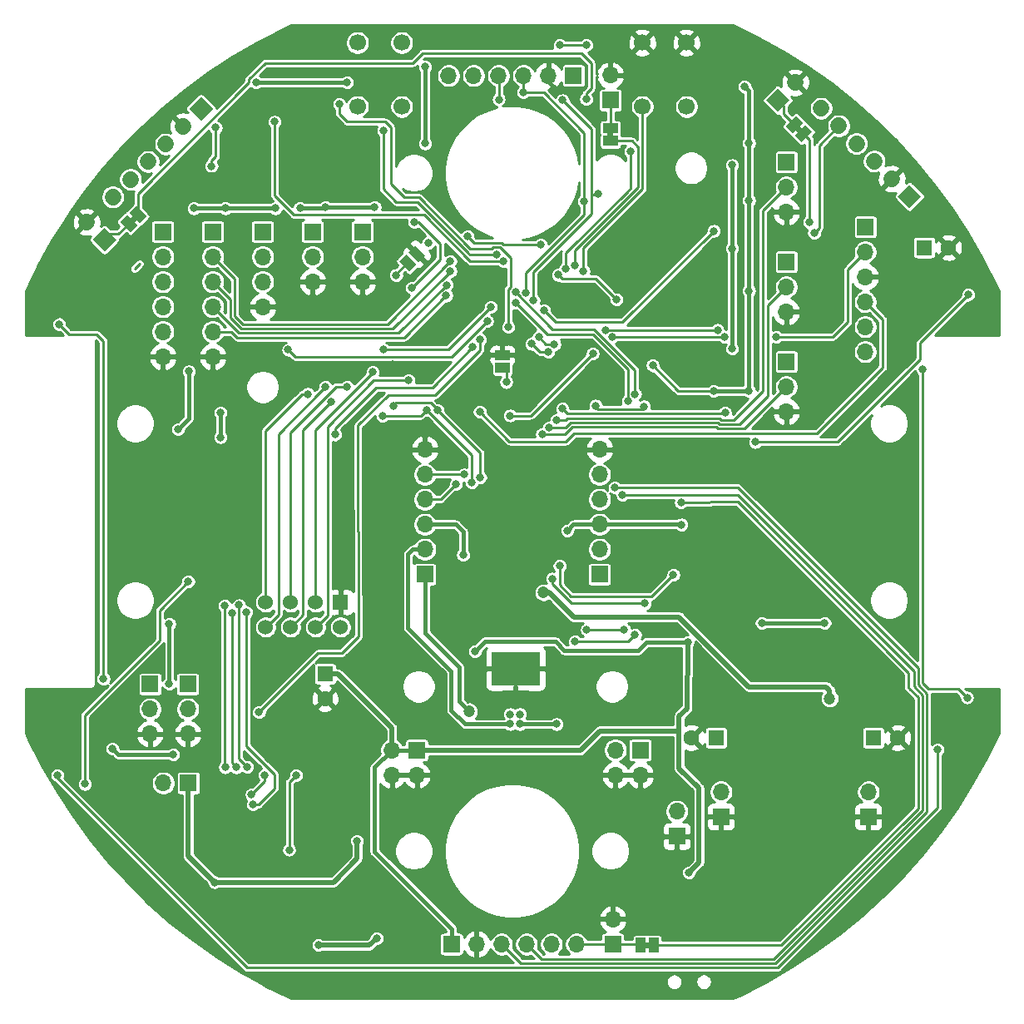
<source format=gbr>
G04 #@! TF.GenerationSoftware,KiCad,Pcbnew,(5.1.5)-3*
G04 #@! TF.CreationDate,2020-11-07T15:15:16-05:00*
G04 #@! TF.ProjectId,PRoMo,50526f4d-6f2e-46b6-9963-61645f706362,rev?*
G04 #@! TF.SameCoordinates,Original*
G04 #@! TF.FileFunction,Copper,L2,Bot*
G04 #@! TF.FilePolarity,Positive*
%FSLAX46Y46*%
G04 Gerber Fmt 4.6, Leading zero omitted, Abs format (unit mm)*
G04 Created by KiCad (PCBNEW (5.1.5)-3) date 2020-11-07 15:15:16*
%MOMM*%
%LPD*%
G04 APERTURE LIST*
%ADD10C,0.100000*%
%ADD11C,1.524000*%
%ADD12R,1.524000X1.524000*%
%ADD13O,1.700000X1.700000*%
%ADD14R,1.700000X1.700000*%
%ADD15R,5.000000X3.400000*%
%ADD16C,0.750000*%
%ADD17C,1.600000*%
%ADD18R,1.600000X1.600000*%
%ADD19C,1.700000*%
%ADD20R,1.500000X1.000000*%
%ADD21R,1.000000X1.500000*%
%ADD22C,1.700000*%
%ADD23C,0.800000*%
%ADD24C,1.200000*%
%ADD25C,0.250000*%
%ADD26C,0.400000*%
%ADD27C,0.500000*%
%ADD28C,0.254000*%
G04 APERTURE END LIST*
D10*
G36*
X170029290Y-71305026D02*
G01*
X169675736Y-70951472D01*
X169251472Y-71375736D01*
X169605026Y-71729290D01*
X170029290Y-71305026D01*
G37*
G36*
X150768510Y-72150000D02*
G01*
X150768510Y-71650000D01*
X150168510Y-71650000D01*
X150168510Y-72150000D01*
X150768510Y-72150000D01*
G37*
G36*
X101864645Y-80111091D02*
G01*
X101511091Y-80464645D01*
X101935355Y-80888909D01*
X102288909Y-80535355D01*
X101864645Y-80111091D01*
G37*
G36*
X154450000Y-154100000D02*
G01*
X153950000Y-154100000D01*
X153950000Y-154700000D01*
X154450000Y-154700000D01*
X154450000Y-154100000D01*
G37*
D11*
X115380000Y-122040000D03*
X115380000Y-119500000D03*
X117920000Y-122040000D03*
X117920000Y-119500000D03*
X120460000Y-122040000D03*
X120460000Y-119500000D03*
X123000000Y-122040000D03*
D12*
X123000000Y-119500000D03*
D13*
X134000000Y-65900000D03*
X136540000Y-65900000D03*
X139080000Y-65900000D03*
X141620000Y-65900000D03*
X144160000Y-65900000D03*
D14*
X146700000Y-65900000D03*
D15*
X140816511Y-126269509D03*
D16*
X139316511Y-127019509D03*
X139316511Y-125519509D03*
X140816511Y-127019509D03*
X140816511Y-125519509D03*
X142316511Y-127019509D03*
X142316511Y-125519509D03*
D17*
X121418510Y-129300000D03*
D18*
X121418510Y-126800000D03*
X161218510Y-133300000D03*
D17*
X158718510Y-133300000D03*
D13*
X176400000Y-94000000D03*
X176400000Y-91460000D03*
X176400000Y-88920000D03*
X176400000Y-86380000D03*
X176400000Y-83840000D03*
D14*
X176400000Y-81300000D03*
X120148510Y-81800000D03*
D13*
X120148510Y-84340000D03*
X120148510Y-86880000D03*
D17*
X184900000Y-83400000D03*
D18*
X182400000Y-83400000D03*
X177218510Y-133300000D03*
D17*
X179718510Y-133300000D03*
D13*
X168368510Y-100100000D03*
X168368510Y-97560000D03*
D14*
X168368510Y-95020000D03*
X168368510Y-84860000D03*
D13*
X168368510Y-87400000D03*
X168368510Y-89940000D03*
X168368510Y-79780000D03*
X168368510Y-77240000D03*
D14*
X168368510Y-74700000D03*
D13*
X107448510Y-132910000D03*
X107448510Y-130370000D03*
D14*
X107448510Y-127830000D03*
X103618510Y-127830000D03*
D13*
X103618510Y-130370000D03*
X103618510Y-132910000D03*
X125228510Y-86880000D03*
X125228510Y-84340000D03*
D14*
X125228510Y-81800000D03*
D13*
X104908510Y-94500000D03*
X104908510Y-91960000D03*
X104908510Y-89420000D03*
X104908510Y-86880000D03*
X104908510Y-84340000D03*
D14*
X104908510Y-81800000D03*
X109988510Y-81800000D03*
D13*
X109988510Y-84340000D03*
X109988510Y-86880000D03*
X109988510Y-89420000D03*
X109988510Y-91960000D03*
X109988510Y-94500000D03*
D14*
X115068510Y-81800000D03*
D13*
X115068510Y-84340000D03*
X115068510Y-86880000D03*
X115068510Y-89420000D03*
D19*
X169296051Y-66603949D02*
X169296051Y-66603949D01*
G04 #@! TA.AperFunction,ComponentPad*
D10*
G36*
X168702082Y-68400000D02*
G01*
X167500000Y-69602082D01*
X166297918Y-68400000D01*
X167500000Y-67197918D01*
X168702082Y-68400000D01*
G37*
G04 #@! TD.AperFunction*
D14*
X150468510Y-68400000D03*
D13*
X150468510Y-65860000D03*
D19*
X97172459Y-80803949D02*
X97172459Y-80803949D01*
G04 #@! TA.AperFunction,ComponentPad*
D10*
G36*
X98968510Y-81397918D02*
G01*
X100170592Y-82600000D01*
X98968510Y-83802082D01*
X97766428Y-82600000D01*
X98968510Y-81397918D01*
G37*
G04 #@! TD.AperFunction*
D14*
X150700000Y-154300000D03*
D13*
X150700000Y-151760000D03*
X131578510Y-103950000D03*
X131578510Y-106490000D03*
X131578510Y-109030000D03*
X131578510Y-111570000D03*
X131578510Y-114110000D03*
D14*
X131578510Y-116650000D03*
X149358510Y-116650000D03*
D13*
X149358510Y-114110000D03*
X149358510Y-111570000D03*
X149358510Y-109030000D03*
X149358510Y-106490000D03*
X149358510Y-103950000D03*
X157218510Y-140780000D03*
D14*
X157218510Y-143320000D03*
D13*
X150968510Y-137090000D03*
X153508510Y-137090000D03*
X150968510Y-134550000D03*
D14*
X153508510Y-134550000D03*
X130758510Y-134550000D03*
D13*
X128218510Y-134550000D03*
X130758510Y-137090000D03*
X128218510Y-137090000D03*
D14*
X176718510Y-141340000D03*
D13*
X176718510Y-138800000D03*
D14*
X161718510Y-141340000D03*
D13*
X161718510Y-138800000D03*
X104960000Y-137900000D03*
D14*
X107500000Y-137900000D03*
G04 #@! TA.AperFunction,SMDPad,CuDef*
D10*
G36*
X130936396Y-84924264D02*
G01*
X129875736Y-83863604D01*
X130582842Y-83156498D01*
X131643502Y-84217158D01*
X130936396Y-84924264D01*
G37*
G04 #@! TD.AperFunction*
G04 #@! TA.AperFunction,SMDPad,CuDef*
G36*
X130017158Y-85843502D02*
G01*
X128956498Y-84782842D01*
X129663604Y-84075736D01*
X130724264Y-85136396D01*
X130017158Y-85843502D01*
G37*
G04 #@! TD.AperFunction*
D20*
X139468510Y-95650000D03*
X139468510Y-94350000D03*
G04 #@! TA.AperFunction,SMDPad,CuDef*
D10*
G36*
X170064645Y-70703985D02*
G01*
X169003985Y-71764645D01*
X168296879Y-71057539D01*
X169357539Y-69996879D01*
X170064645Y-70703985D01*
G37*
G04 #@! TD.AperFunction*
G04 #@! TA.AperFunction,SMDPad,CuDef*
G36*
X170983883Y-71623223D02*
G01*
X169923223Y-72683883D01*
X169216117Y-71976777D01*
X170276777Y-70916117D01*
X170983883Y-71623223D01*
G37*
G04 #@! TD.AperFunction*
D20*
X150468510Y-72550000D03*
X150468510Y-71250000D03*
G04 #@! TA.AperFunction,SMDPad,CuDef*
D10*
G36*
X102182842Y-79156498D02*
G01*
X103243502Y-80217158D01*
X102536396Y-80924264D01*
X101475736Y-79863604D01*
X102182842Y-79156498D01*
G37*
G04 #@! TD.AperFunction*
G04 #@! TA.AperFunction,SMDPad,CuDef*
G36*
X101263604Y-80075736D02*
G01*
X102324264Y-81136396D01*
X101617158Y-81843502D01*
X100556498Y-80782842D01*
X101263604Y-80075736D01*
G37*
G04 #@! TD.AperFunction*
D21*
X154850000Y-154400000D03*
X153550000Y-154400000D03*
D22*
X158218510Y-62550000D03*
X158218510Y-69050000D03*
X153718510Y-62550000D03*
X153718510Y-69050000D03*
X124718510Y-69050000D03*
X124718510Y-62550000D03*
X129218510Y-69050000D03*
X129218510Y-62550000D03*
G04 #@! TA.AperFunction,ComponentPad*
D10*
G36*
X180900000Y-76997918D02*
G01*
X182102082Y-78200000D01*
X180900000Y-79402082D01*
X179697918Y-78200000D01*
X180900000Y-76997918D01*
G37*
G04 #@! TD.AperFunction*
D19*
X179103949Y-76403949D02*
X179103949Y-76403949D01*
X177307898Y-74607898D02*
X177307898Y-74607898D01*
X175511846Y-72811846D02*
X175511846Y-72811846D01*
X173715795Y-71015795D02*
X173715795Y-71015795D01*
X171919744Y-69219744D02*
X171919744Y-69219744D01*
G04 #@! TA.AperFunction,ComponentPad*
D10*
G36*
X107598006Y-69268765D02*
G01*
X108800088Y-68066683D01*
X110002170Y-69268765D01*
X108800088Y-70470847D01*
X107598006Y-69268765D01*
G37*
G04 #@! TD.AperFunction*
D19*
X107004037Y-71064816D02*
X107004037Y-71064816D01*
X105207986Y-72860867D02*
X105207986Y-72860867D01*
X103411934Y-74656919D02*
X103411934Y-74656919D01*
X101615883Y-76452970D02*
X101615883Y-76452970D01*
X99819832Y-78249021D02*
X99819832Y-78249021D01*
D13*
X147008510Y-154300000D03*
X144468510Y-154300000D03*
X141928510Y-154300000D03*
X139388510Y-154300000D03*
X136848510Y-154300000D03*
D14*
X134308510Y-154300000D03*
D23*
X153900000Y-97300000D03*
X151100000Y-99000000D03*
X139268510Y-90300000D03*
X140268510Y-93000000D03*
X142768510Y-95500000D03*
X117668510Y-71500000D03*
X117700000Y-75950000D03*
X114900000Y-75950000D03*
X112600000Y-75950000D03*
X107168510Y-75800000D03*
X154768510Y-103300000D03*
X153968510Y-117000000D03*
X158468510Y-117000000D03*
X132168510Y-91500000D03*
D24*
X144568510Y-126900000D03*
X144568510Y-125500000D03*
D23*
X136068510Y-123400000D03*
X118868510Y-74100000D03*
X125868510Y-74100000D03*
X115268510Y-73900000D03*
X146968510Y-79300000D03*
X145568510Y-121400000D03*
X112168510Y-102700000D03*
X112168510Y-100200000D03*
X113968510Y-94200000D03*
X108568510Y-102700000D03*
X106568510Y-105500000D03*
X104468510Y-105500000D03*
X103468510Y-121800000D03*
X107868510Y-121700000D03*
X162168510Y-117000000D03*
X162468510Y-103400000D03*
X169668510Y-104300000D03*
X160868510Y-93700000D03*
X160868510Y-90700000D03*
X158700000Y-82300000D03*
X123868510Y-102500000D03*
X114468510Y-102700000D03*
X126068510Y-102500000D03*
X128368510Y-124000000D03*
X128368510Y-119500000D03*
X128368510Y-116100000D03*
X127068510Y-127900000D03*
X124868510Y-130900000D03*
X145168510Y-84800000D03*
X127300000Y-66500000D03*
X155900000Y-122300000D03*
X133550000Y-138175000D03*
X162300000Y-123000000D03*
X167700000Y-123000000D03*
X172300000Y-123100000D03*
X138300000Y-132800000D03*
X143300000Y-132800000D03*
X154200000Y-125400000D03*
X156200000Y-131500000D03*
X181300000Y-124200000D03*
X177900000Y-127600000D03*
X110000000Y-145200000D03*
X116500000Y-142000000D03*
X122200000Y-139800000D03*
X98100000Y-131000000D03*
X95000000Y-131000000D03*
X128300000Y-95300000D03*
X141800000Y-101400000D03*
X136250000Y-100600000D03*
X140500000Y-116750000D03*
X135550000Y-108400000D03*
X146300000Y-108250000D03*
X140450000Y-106900000D03*
X138000000Y-107550000D03*
X122700000Y-76000000D03*
X125850000Y-75950000D03*
X159350000Y-110550000D03*
X159400000Y-106550000D03*
X159300000Y-99150000D03*
X134725000Y-118800000D03*
X136225000Y-117350000D03*
X169250000Y-147950000D03*
X165225000Y-148000000D03*
X172700000Y-147925000D03*
X176300000Y-149650000D03*
X182600000Y-143100000D03*
X186400000Y-136725000D03*
X163925000Y-158075000D03*
X153150000Y-158050000D03*
X128450000Y-158600000D03*
X117025000Y-158300000D03*
X96400000Y-141225000D03*
X102000000Y-147500000D03*
X106800000Y-152225000D03*
X95050000Y-89600000D03*
X99825000Y-96200000D03*
X101225000Y-94450000D03*
X156200000Y-66250000D03*
X186350000Y-91450000D03*
X181150000Y-109950000D03*
X99975000Y-109975000D03*
X109975000Y-110450000D03*
X133725000Y-132025000D03*
X147950000Y-131975000D03*
X160825000Y-148100000D03*
X156225000Y-148200000D03*
X153025000Y-148150000D03*
X159450000Y-137100000D03*
X162850000Y-136300000D03*
X169218510Y-135931490D03*
X165818510Y-135881490D03*
X172650000Y-135975000D03*
X154675000Y-110400000D03*
X146650000Y-117150000D03*
X162900000Y-72600000D03*
X169625000Y-109575000D03*
X169625000Y-117075000D03*
X181200000Y-97150000D03*
X118400000Y-62500000D03*
X115925000Y-146450000D03*
X119675000Y-149900000D03*
X114000000Y-113000000D03*
X123000000Y-113000000D03*
X127000000Y-113000000D03*
X114900000Y-127700000D03*
X163700000Y-70500000D03*
X154700000Y-74200000D03*
X152700000Y-70800000D03*
X146900000Y-71900000D03*
X133700000Y-79100000D03*
X134200000Y-62600000D03*
X146800000Y-68000000D03*
X148200000Y-69800000D03*
X119100000Y-152500000D03*
X150200000Y-86000000D03*
X153000000Y-88300000D03*
X154900000Y-89000000D03*
X161800000Y-84800000D03*
X154100000Y-78700000D03*
X129000000Y-88600000D03*
X124400000Y-96000000D03*
X133000000Y-72000000D03*
X112400000Y-137550000D03*
X114450000Y-142700000D03*
X147727240Y-85783730D03*
X149968510Y-91775000D03*
X161368510Y-91775000D03*
X158468510Y-147000000D03*
X123668510Y-66600000D03*
X109868510Y-75100000D03*
X164568510Y-87800000D03*
X164568510Y-98000000D03*
X164568510Y-78600000D03*
X154768510Y-95400000D03*
X148668510Y-94200000D03*
X140268510Y-100500000D03*
X146068510Y-112200000D03*
X136668510Y-124500000D03*
X158318020Y-123549510D03*
X135468510Y-114700000D03*
X160968510Y-98000000D03*
X110768510Y-102700000D03*
X110768510Y-100200000D03*
X143368510Y-83100000D03*
X135941421Y-82227089D03*
X157700000Y-111600000D03*
X164100000Y-67000000D03*
X164568510Y-72775010D03*
X114400000Y-66600000D03*
X110300000Y-71200000D03*
X131600000Y-65000000D03*
X131600000Y-72800000D03*
X131968510Y-82900000D03*
X128668510Y-86200000D03*
X139868510Y-97100000D03*
X130268510Y-87500000D03*
X130500000Y-80800000D03*
X110168510Y-148000000D03*
X162868510Y-83500000D03*
X162868510Y-93700000D03*
X162868510Y-75000000D03*
X116368510Y-79400000D03*
X118868510Y-79349999D03*
X121468510Y-79300000D03*
X126468510Y-79300000D03*
X105568510Y-127800000D03*
X106468510Y-101900000D03*
X108068510Y-79400000D03*
X111268510Y-79400000D03*
X99768510Y-134400000D03*
X105968510Y-135000000D03*
X165868510Y-121600000D03*
X172268510Y-121600000D03*
X124668510Y-143800000D03*
X105568510Y-121700000D03*
X107568510Y-96000000D03*
D24*
X143668510Y-118500000D03*
X172793510Y-129300000D03*
D23*
X120753512Y-154400000D03*
X126668510Y-153700000D03*
X145593500Y-99800000D03*
X186868510Y-88200000D03*
X162134325Y-100212348D03*
X165200000Y-103200000D03*
X182268510Y-95800000D03*
X186768510Y-129200000D03*
X183768510Y-134500000D03*
X94168510Y-137100000D03*
X98868510Y-127300000D03*
X94368510Y-91200000D03*
X143502709Y-102400000D03*
X144229774Y-101713430D03*
X145005857Y-100937347D03*
X167368510Y-92500000D03*
X150668510Y-92500000D03*
X162068510Y-92500000D03*
X137168510Y-100100000D03*
X134168510Y-84800000D03*
X134181161Y-85812654D03*
X133813800Y-87205320D03*
X133752771Y-88291655D03*
X136368510Y-107300000D03*
X131768510Y-99924972D03*
X127268510Y-100524990D03*
X137219619Y-106775010D03*
X132848696Y-99924972D03*
X128351242Y-99482732D03*
X145300000Y-62800000D03*
X148000000Y-62800000D03*
X135568510Y-106500000D03*
X134743520Y-107500000D03*
X140268509Y-130900000D03*
X140268509Y-131900000D03*
D24*
X136068510Y-130600000D03*
D23*
X141268510Y-130900000D03*
X141268510Y-131900000D03*
X144968510Y-131900000D03*
X137193528Y-92767948D03*
X114700000Y-130700000D03*
X122468510Y-102425000D03*
X96968510Y-138000000D03*
X136468510Y-93500000D03*
X107500000Y-117400000D03*
X117668510Y-93800000D03*
X137918528Y-90900000D03*
X143692206Y-89800000D03*
X161000000Y-81700000D03*
X170700000Y-80800000D03*
X146884031Y-85246141D03*
X145927022Y-85553563D03*
X152543500Y-73600000D03*
X148000000Y-68300000D03*
X145143726Y-86175216D03*
X157643520Y-109324511D03*
X151100000Y-88674980D03*
X122868510Y-68800000D03*
X140068510Y-91500000D03*
X127368510Y-71500000D03*
X138861402Y-84074999D03*
X116268510Y-70600000D03*
X139568510Y-84800000D03*
X144156316Y-94015744D03*
X142468510Y-93200000D03*
X141865797Y-87982361D03*
X150900000Y-107800000D03*
X147793520Y-78700000D03*
X141600000Y-67600000D03*
X144768663Y-93225153D03*
X143175618Y-92492892D03*
X142637117Y-88753680D03*
X151702004Y-108599511D03*
X149200000Y-77900000D03*
X139100000Y-68325000D03*
X145600000Y-68400000D03*
X144568510Y-117100000D03*
X153968510Y-119625000D03*
X145293510Y-115800000D03*
X156868510Y-116700000D03*
X171200000Y-81900000D03*
X152968510Y-122800000D03*
X140818511Y-87960380D03*
X152968510Y-98300000D03*
X146868510Y-123500000D03*
X151868510Y-122300000D03*
X140818511Y-89000000D03*
X152243510Y-99000000D03*
X148068510Y-122300000D03*
X121455857Y-97575000D03*
X126268510Y-96075000D03*
X129900000Y-96900000D03*
X123668510Y-97575000D03*
X119668510Y-98300000D03*
X122036337Y-99092827D03*
X111225000Y-119852170D03*
X111250000Y-136300000D03*
X111950000Y-120621552D03*
X112400000Y-136300000D03*
X112675000Y-119792892D03*
X113500000Y-136250000D03*
X114068510Y-140100000D03*
X113400000Y-120500000D03*
X127368510Y-93800000D03*
X138292739Y-89451540D03*
X148943520Y-99487347D03*
X153868510Y-99575000D03*
X117768510Y-144700000D03*
X118468510Y-137100000D03*
X115281163Y-137087347D03*
X113950000Y-139050000D03*
D25*
X138968511Y-91700001D02*
X140268510Y-93000000D01*
X139368510Y-90300000D02*
X138968511Y-90699999D01*
X138968511Y-90699999D02*
X138968511Y-91700001D01*
X140268510Y-93000000D02*
X142768510Y-95500000D01*
X117668510Y-71500000D02*
X117668510Y-75825000D01*
X114968510Y-75825000D02*
X112668510Y-75825000D01*
X112668510Y-75825000D02*
X107193510Y-75825000D01*
X107193510Y-75825000D02*
X107168510Y-75800000D01*
X107168510Y-71229289D02*
X107004037Y-71064816D01*
X132168510Y-91500000D02*
X135368510Y-88300000D01*
X139368510Y-89734315D02*
X139368510Y-90300000D01*
X139368510Y-89200000D02*
X139368510Y-89734315D01*
X138468510Y-88300000D02*
X139368510Y-89200000D01*
X135368510Y-88300000D02*
X138468510Y-88300000D01*
D26*
X144160000Y-65900000D02*
X144160000Y-66460000D01*
X144160000Y-66460000D02*
X145200000Y-67500000D01*
X146300000Y-67500000D02*
X146800000Y-68000000D01*
X145200000Y-67500000D02*
X146300000Y-67500000D01*
D25*
X149968510Y-91775000D02*
X161368510Y-91775000D01*
X153718510Y-77450000D02*
X153718510Y-69050000D01*
X147727240Y-85783730D02*
X147727240Y-83441270D01*
X147727240Y-83441270D02*
X153718510Y-77450000D01*
D27*
X157468509Y-136399999D02*
X159468510Y-138400000D01*
X157468510Y-132600000D02*
X157468509Y-136399999D01*
X159468510Y-146000000D02*
X158468510Y-147000000D01*
X159468510Y-145500000D02*
X159468510Y-146000000D01*
X159468510Y-138400000D02*
X159468510Y-145500000D01*
X130758510Y-134550000D02*
X147418510Y-134550000D01*
X149368510Y-132600000D02*
X157468510Y-132600000D01*
X147418510Y-134550000D02*
X149368510Y-132600000D01*
D25*
X109868510Y-75100000D02*
X109868510Y-74534315D01*
D26*
X164568510Y-87800000D02*
X164568510Y-98000000D01*
X164568510Y-79165685D02*
X164568510Y-87800000D01*
X164568510Y-78600000D02*
X164568510Y-79165685D01*
D25*
X154768510Y-95400000D02*
X157368510Y-98000000D01*
X148668510Y-94200000D02*
X142368510Y-100500000D01*
X142368510Y-100500000D02*
X140268510Y-100500000D01*
D26*
X146698510Y-111570000D02*
X146068510Y-112200000D01*
X149358510Y-111570000D02*
X146698510Y-111570000D01*
X153268510Y-124400000D02*
X154119000Y-123549510D01*
X154119000Y-123549510D02*
X158318020Y-123549510D01*
X145768510Y-124400000D02*
X153268510Y-124400000D01*
X144868510Y-123500000D02*
X145768510Y-124400000D01*
X137668510Y-123500000D02*
X144868510Y-123500000D01*
X136668510Y-124500000D02*
X137668510Y-123500000D01*
D27*
X157468509Y-131100001D02*
X157468510Y-132600000D01*
X158318020Y-123549510D02*
X158268510Y-130300000D01*
X158268510Y-130300000D02*
X157468509Y-131100001D01*
D26*
X128218510Y-134550000D02*
X126468510Y-136300000D01*
X126468510Y-136300000D02*
X126468510Y-144900000D01*
X134308510Y-152740000D02*
X134308510Y-154300000D01*
X126468510Y-144900000D02*
X134308510Y-152740000D01*
X128218510Y-134550000D02*
X130758510Y-134550000D01*
X134568510Y-111570000D02*
X131578510Y-111570000D01*
X135468510Y-112300000D02*
X135468510Y-114700000D01*
X134738510Y-111570000D02*
X135468510Y-112300000D01*
X134568510Y-111570000D02*
X134738510Y-111570000D01*
X133949368Y-65939142D02*
X134088510Y-65800000D01*
X160968510Y-98000000D02*
X164568510Y-98000000D01*
D25*
X157368510Y-98000000D02*
X160968510Y-98000000D01*
D26*
X110768510Y-102700000D02*
X110768510Y-100200000D01*
D25*
X139395803Y-82899988D02*
X136568522Y-82899988D01*
X143368510Y-83100000D02*
X139595815Y-83100000D01*
X139595815Y-83100000D02*
X139395803Y-82899988D01*
X136568522Y-82899988D02*
X135941421Y-82272887D01*
X135941421Y-82272887D02*
X135941421Y-82227089D01*
D26*
X149358510Y-111570000D02*
X157670000Y-111570000D01*
X157670000Y-111570000D02*
X157700000Y-111600000D01*
D27*
X128218510Y-132300000D02*
X122718510Y-126800000D01*
X122718510Y-126800000D02*
X121418510Y-126800000D01*
X128218510Y-134550000D02*
X128218510Y-132300000D01*
D26*
X164568510Y-67468510D02*
X164100000Y-67000000D01*
X164568510Y-72775010D02*
X164568510Y-67468510D01*
X164568510Y-78600000D02*
X164568510Y-72931490D01*
X164568510Y-72931490D02*
X164568510Y-72775010D01*
X123668510Y-66600000D02*
X114700000Y-66600000D01*
X114700000Y-66600000D02*
X114400000Y-66600000D01*
D25*
X110300000Y-74102825D02*
X110300000Y-71200000D01*
X109868510Y-74534315D02*
X110300000Y-74102825D01*
D26*
X131600000Y-65000000D02*
X131600000Y-72800000D01*
D25*
X128668510Y-86100000D02*
X129808891Y-84959619D01*
X128668510Y-86200000D02*
X128668510Y-86100000D01*
X139868510Y-96050000D02*
X139468510Y-95650000D01*
X139868510Y-97100000D02*
X139868510Y-96050000D01*
X133168510Y-84600000D02*
X133168510Y-83000000D01*
X130268510Y-87500000D02*
X133168510Y-84600000D01*
X133168510Y-83000000D02*
X130968510Y-80800000D01*
X130968510Y-80800000D02*
X130500000Y-80800000D01*
D26*
X162868510Y-83500000D02*
X162868510Y-93700000D01*
X162868510Y-75000000D02*
X162868510Y-83500000D01*
X121418511Y-79349999D02*
X121468510Y-79300000D01*
X118868510Y-79349999D02*
X121418511Y-79349999D01*
X121468510Y-79300000D02*
X126468510Y-79300000D01*
X108068510Y-79400000D02*
X111268510Y-79400000D01*
X111268510Y-79400000D02*
X116368510Y-79400000D01*
X99768510Y-134400000D02*
X100368510Y-135000000D01*
X100368510Y-135000000D02*
X105968510Y-135000000D01*
X165868510Y-121600000D02*
X172268510Y-121600000D01*
D27*
X124668510Y-143800000D02*
X124668510Y-145600000D01*
X124668510Y-145600000D02*
X122268510Y-148000000D01*
X122268510Y-148000000D02*
X110168510Y-148000000D01*
D26*
X105568510Y-127800000D02*
X105568510Y-121700000D01*
X107568510Y-100800000D02*
X106468510Y-101900000D01*
X107568510Y-96000000D02*
X107568510Y-100800000D01*
D27*
X107500000Y-145331490D02*
X107500000Y-137900000D01*
X110168510Y-148000000D02*
X107500000Y-145331490D01*
X172793510Y-129300000D02*
X172793510Y-128451472D01*
X172793510Y-128451472D02*
X172442038Y-128100000D01*
X172442038Y-128100000D02*
X164568510Y-128100000D01*
X157468510Y-121000000D02*
X164568510Y-128100000D01*
X146734195Y-121000000D02*
X157468510Y-121000000D01*
X144234195Y-118500000D02*
X146734195Y-121000000D01*
X143668510Y-118500000D02*
X144234195Y-118500000D01*
X120753512Y-154400000D02*
X125968510Y-154400000D01*
X125968510Y-154400000D02*
X126668510Y-153700000D01*
D25*
X146093500Y-100300000D02*
X161800000Y-100300000D01*
X145593500Y-99800000D02*
X146093500Y-100300000D01*
X161800000Y-100300000D02*
X162046673Y-100300000D01*
X162046673Y-100300000D02*
X162134325Y-100212348D01*
X181968510Y-93100000D02*
X186868510Y-88200000D01*
X181968510Y-94800000D02*
X181968510Y-93100000D01*
X165200000Y-103200000D02*
X173568510Y-103200000D01*
X173568510Y-103200000D02*
X181968510Y-94800000D01*
X182268510Y-95800000D02*
X182268510Y-127700000D01*
X182268510Y-127700000D02*
X182868510Y-128300000D01*
X182868510Y-128300000D02*
X185868510Y-128300000D01*
X185868510Y-128300000D02*
X186768510Y-129200000D01*
X94168510Y-137400000D02*
X94168510Y-137100000D01*
X113468510Y-156700000D02*
X94168510Y-137400000D01*
X167468510Y-156700000D02*
X113468510Y-156700000D01*
X183768510Y-134500000D02*
X183768510Y-140400000D01*
X183768510Y-140400000D02*
X167468510Y-156700000D01*
X98868510Y-127300000D02*
X98868510Y-92900000D01*
X98868510Y-92900000D02*
X98168510Y-92200000D01*
X98168510Y-92200000D02*
X95368510Y-92200000D01*
X95368510Y-92200000D02*
X94368510Y-91200000D01*
X164091142Y-101837368D02*
X168368510Y-97560000D01*
X161383048Y-101837368D02*
X164091142Y-101837368D01*
X143843342Y-102400000D02*
X143881773Y-102438431D01*
X143502709Y-102400000D02*
X143843342Y-102400000D01*
X145819929Y-102438431D02*
X146608330Y-101650030D01*
X161195710Y-101650030D02*
X161383048Y-101837368D01*
X143881773Y-102438431D02*
X145819929Y-102438431D01*
X146608330Y-101650030D02*
X161195710Y-101650030D01*
X166468510Y-89300000D02*
X168368510Y-87400000D01*
X145898310Y-101713430D02*
X146411720Y-101200020D01*
X161569448Y-101387358D02*
X163581152Y-101387358D01*
X166468510Y-98500000D02*
X166468510Y-89300000D01*
X144229774Y-101713430D02*
X145898310Y-101713430D01*
X163581152Y-101387358D02*
X166468510Y-98500000D01*
X146411720Y-101200020D02*
X161382110Y-101200020D01*
X161382110Y-101200020D02*
X161569448Y-101387358D01*
X165968510Y-79640000D02*
X168368510Y-77240000D01*
X165968510Y-98000000D02*
X165968510Y-79640000D01*
X163031162Y-100937348D02*
X165968510Y-98000000D01*
X145881173Y-100937347D02*
X146068510Y-100750010D01*
X146068510Y-100750010D02*
X161568510Y-100750010D01*
X145005857Y-100937347D02*
X145881173Y-100937347D01*
X161568510Y-100750010D02*
X161755848Y-100937348D01*
X161755848Y-100937348D02*
X163031162Y-100937348D01*
X150668510Y-92500000D02*
X162068510Y-92500000D01*
X174600000Y-85640000D02*
X176400000Y-83840000D01*
X174600000Y-91000000D02*
X174600000Y-85640000D01*
X167368510Y-92500000D02*
X173100000Y-92500000D01*
X173100000Y-92500000D02*
X174600000Y-91000000D01*
X178200000Y-90720000D02*
X176400000Y-88920000D01*
X178200000Y-95600000D02*
X178200000Y-90720000D01*
X140193511Y-103125001D02*
X145943509Y-103125001D01*
X137168510Y-100100000D02*
X140193511Y-103125001D01*
X145943509Y-103125001D02*
X146781132Y-102287378D01*
X146781132Y-102287378D02*
X171512622Y-102287378D01*
X171512622Y-102287378D02*
X178200000Y-95600000D01*
X112236725Y-86588215D02*
X109988510Y-84340000D01*
X112236725Y-90395395D02*
X112236725Y-86588215D01*
X113041330Y-91200000D02*
X112236725Y-90395395D01*
X134168510Y-84800000D02*
X127768510Y-91200000D01*
X127768510Y-91200000D02*
X113041330Y-91200000D01*
X111786715Y-90581795D02*
X111786715Y-88678205D01*
X111786715Y-88678205D02*
X109988510Y-86880000D01*
X112854931Y-91650011D02*
X111786715Y-90581795D01*
X112854931Y-91650011D02*
X128343804Y-91650011D01*
X128343804Y-91650011D02*
X133853783Y-86140032D01*
X133853783Y-86140032D02*
X134181161Y-85812654D01*
X112668530Y-92100020D02*
X109988510Y-89420000D01*
X112668530Y-92100020D02*
X128919100Y-92100020D01*
X128919100Y-92100020D02*
X133813800Y-87205320D01*
X111892100Y-91960000D02*
X112482131Y-92550029D01*
X109988510Y-91960000D02*
X111892100Y-91960000D01*
X112482131Y-92550029D02*
X129494397Y-92550029D01*
X129494397Y-92550029D02*
X133752771Y-88291655D01*
X136368510Y-107300000D02*
X136368510Y-105875000D01*
X136368510Y-105875000D02*
X136368510Y-104524972D01*
X136368510Y-104524972D02*
X131768510Y-99924972D01*
X131168492Y-100524990D02*
X131768510Y-99924972D01*
X127268510Y-100524990D02*
X131168492Y-100524990D01*
X137219619Y-106775010D02*
X137219619Y-105526109D01*
X137219619Y-105526109D02*
X137219619Y-104295895D01*
X137219619Y-104295895D02*
X132848696Y-99924972D01*
X132848696Y-99880186D02*
X132848696Y-99924972D01*
X132168481Y-99199971D02*
X132848696Y-99880186D01*
X128351242Y-99482732D02*
X128634003Y-99199971D01*
X128634003Y-99199971D02*
X132168481Y-99199971D01*
X168101041Y-69801041D02*
X169180762Y-70880762D01*
X167500000Y-68400000D02*
X168101041Y-69001041D01*
X168101041Y-69001041D02*
X168101041Y-69801041D01*
X150468510Y-68400000D02*
X150468510Y-71250000D01*
X145300000Y-62800000D02*
X148000000Y-62800000D01*
X100401041Y-81998959D02*
X101440381Y-80959619D01*
X98968510Y-82600000D02*
X99569551Y-81998959D01*
X99569551Y-81998959D02*
X100401041Y-81998959D01*
X148210591Y-154300000D02*
X150700000Y-154300000D01*
X147008510Y-154300000D02*
X148210591Y-154300000D01*
X153450000Y-154300000D02*
X153550000Y-154400000D01*
X150700000Y-154300000D02*
X153450000Y-154300000D01*
X135568510Y-106500000D02*
X135658510Y-106490000D01*
X135658510Y-106490000D02*
X131578510Y-106490000D01*
X133213520Y-109030000D02*
X131578510Y-109030000D01*
X134743520Y-107500000D02*
X133213520Y-109030000D01*
D26*
X129868510Y-114617919D02*
X130376429Y-114110000D01*
X130376429Y-114110000D02*
X131578510Y-114110000D01*
X134268510Y-130500000D02*
X134268510Y-126500000D01*
X134268510Y-126500000D02*
X129868510Y-122100000D01*
X129868510Y-122100000D02*
X129868510Y-114617919D01*
X135668510Y-131900000D02*
X134268510Y-130500000D01*
X140268509Y-131900000D02*
X135668510Y-131900000D01*
X135068510Y-126100000D02*
X131578510Y-122610000D01*
X131578510Y-122610000D02*
X131578510Y-116650000D01*
X136068510Y-130600000D02*
X135068510Y-129600000D01*
X135068510Y-129600000D02*
X135068510Y-126100000D01*
X141268510Y-131900000D02*
X144968510Y-131900000D01*
D25*
X127868510Y-98400000D02*
X124768510Y-101500000D01*
X132641512Y-98400000D02*
X127868510Y-98400000D01*
X137193528Y-93847984D02*
X132641512Y-98400000D01*
X137193528Y-92767948D02*
X137193528Y-93847984D01*
X114700000Y-130700000D02*
X120700000Y-124700000D01*
X123100000Y-124700000D02*
X124800000Y-123000000D01*
X124768510Y-101500000D02*
X124800000Y-123000000D01*
X120700000Y-124700000D02*
X123100000Y-124700000D01*
X122468510Y-101800000D02*
X122468510Y-102425000D01*
X126643509Y-97625001D02*
X122468510Y-101800000D01*
X136468510Y-93500000D02*
X132368510Y-97625001D01*
X132368510Y-97625001D02*
X126643509Y-97625001D01*
X96968510Y-138000000D02*
X96968510Y-131000000D01*
X96968510Y-131000000D02*
X104568510Y-123400000D01*
X104568510Y-123400000D02*
X104568510Y-120400000D01*
X104568510Y-120400000D02*
X104568510Y-120331490D01*
X104568510Y-120331490D02*
X107500000Y-117400000D01*
X137918528Y-90900000D02*
X134293527Y-94525001D01*
X118393511Y-94525001D02*
X117668510Y-93800000D01*
X134293527Y-94525001D02*
X118393511Y-94525001D01*
X144883436Y-91000000D02*
X151368510Y-91000000D01*
X144883436Y-90991230D02*
X144883436Y-91000000D01*
X143692206Y-89800000D02*
X144883436Y-90991230D01*
X151668510Y-91000000D02*
X151368510Y-91000000D01*
X151668510Y-91000000D02*
X151700000Y-91000000D01*
X151700000Y-91000000D02*
X161000000Y-81700000D01*
X170700000Y-72400000D02*
X170100000Y-71800000D01*
X170700000Y-80800000D02*
X170700000Y-72400000D01*
X151718510Y-72550000D02*
X150468510Y-72550000D01*
X146884031Y-83648069D02*
X153268500Y-77263600D01*
X153268500Y-77263600D02*
X153268500Y-73168500D01*
X153268500Y-73168500D02*
X152650000Y-72550000D01*
X146884031Y-85246141D02*
X146884031Y-83648069D01*
X152650000Y-72550000D02*
X151718510Y-72550000D01*
X102558459Y-85029289D02*
X102028129Y-85559619D01*
X145927022Y-85553563D02*
X145927022Y-83968668D01*
X145927022Y-83968668D02*
X146434022Y-83461668D01*
X146434022Y-83461668D02*
X152147845Y-77747845D01*
X152147845Y-77747845D02*
X152543500Y-77352190D01*
X152543500Y-77352190D02*
X152543500Y-73600000D01*
X113674999Y-66251999D02*
X113674999Y-66625001D01*
X130368510Y-64600000D02*
X115326998Y-64600000D01*
X113674999Y-66625001D02*
X102359619Y-77940381D01*
X131368510Y-63600000D02*
X130368510Y-64600000D01*
X102359619Y-77940381D02*
X102359619Y-80040381D01*
X148000000Y-68300000D02*
X148000000Y-67700000D01*
X115326998Y-64600000D02*
X113674999Y-66251999D01*
X148000000Y-67700000D02*
X148500000Y-67200000D01*
X147500000Y-63600000D02*
X131368510Y-63600000D01*
X148500000Y-67200000D02*
X148500000Y-64600000D01*
X148500000Y-64600000D02*
X147500000Y-63600000D01*
X145143726Y-86175216D02*
X145543725Y-86575215D01*
X167859280Y-154400000D02*
X181799980Y-140459300D01*
X181799980Y-140459300D02*
X181799980Y-129172800D01*
X181799980Y-129172800D02*
X181772800Y-129172800D01*
X154850000Y-154400000D02*
X167859280Y-154400000D01*
X181772800Y-129172800D02*
X180900000Y-128300000D01*
X180900000Y-128272820D02*
X180800000Y-128172820D01*
X180900000Y-128300000D02*
X180900000Y-128272820D01*
X180800000Y-126700000D02*
X163400000Y-109300000D01*
X180800000Y-128172820D02*
X180800000Y-126700000D01*
X163400000Y-109300000D02*
X157643520Y-109324511D01*
X145543725Y-86575215D02*
X149000235Y-86575215D01*
X149000235Y-86575215D02*
X151100000Y-88674980D01*
X122868510Y-69800000D02*
X122868510Y-68800000D01*
X123668510Y-70600000D02*
X122868510Y-69800000D01*
X128093511Y-71151999D02*
X127541512Y-70600000D01*
X128093511Y-76925001D02*
X128093511Y-71151999D01*
X127541512Y-70600000D02*
X123668510Y-70600000D01*
X129468490Y-78299980D02*
X128093511Y-76925001D01*
X136189006Y-83499980D02*
X130989006Y-78299980D01*
X130989006Y-78299980D02*
X129468490Y-78299980D01*
X139209403Y-83349998D02*
X138513401Y-83349998D01*
X140293511Y-84434106D02*
X139209403Y-83349998D01*
X140293511Y-87412378D02*
X140293511Y-84434106D01*
X140068510Y-91500000D02*
X140068510Y-87637379D01*
X140068510Y-87637379D02*
X140293511Y-87412378D01*
X138363419Y-83499980D02*
X136189006Y-83499980D01*
X138513401Y-83349998D02*
X138363419Y-83499980D01*
X127368510Y-77449990D02*
X127368510Y-71500000D01*
X130802606Y-78749990D02*
X128668510Y-78749990D01*
X128668510Y-78749990D02*
X127368510Y-77449990D01*
X136002606Y-83949990D02*
X135610563Y-83557947D01*
X135727616Y-83675000D02*
X135610563Y-83557947D01*
X135610563Y-83557947D02*
X130802606Y-78749990D01*
X136127615Y-84074999D02*
X136002606Y-83949990D01*
X138861402Y-84074999D02*
X136127615Y-84074999D01*
X131491205Y-80074999D02*
X118243509Y-80074999D01*
X136216205Y-84799999D02*
X131491205Y-80074999D01*
X116268510Y-78100000D02*
X116268510Y-70600000D01*
X139568510Y-84800000D02*
X138868511Y-84799999D01*
X118243509Y-80074999D02*
X116268510Y-78100000D01*
X138868511Y-84799999D02*
X136216205Y-84799999D01*
X144156316Y-94015744D02*
X143284254Y-94015744D01*
X143284254Y-94015744D02*
X142468510Y-93200000D01*
X147793520Y-80074990D02*
X141865797Y-86002713D01*
X141865797Y-86002713D02*
X141865797Y-87982361D01*
X151465685Y-107800000D02*
X150900000Y-107800000D01*
X181800000Y-126200000D02*
X163400000Y-107800000D01*
X181800000Y-127900000D02*
X181800000Y-126200000D01*
X182700000Y-128800000D02*
X181800000Y-127900000D01*
X163000000Y-107800000D02*
X151465685Y-107800000D01*
X163400000Y-107800000D02*
X163000000Y-107800000D01*
X182700000Y-140832100D02*
X182700000Y-128800000D01*
X139388510Y-154300000D02*
X141338500Y-156249990D01*
X141338500Y-156249990D02*
X167282110Y-156249990D01*
X163200000Y-107800000D02*
X163000000Y-107800000D01*
X167282110Y-156249990D02*
X182700000Y-140832100D01*
X147793520Y-78693520D02*
X147793520Y-80074990D01*
X147793520Y-78693520D02*
X147793520Y-78700000D01*
X141600000Y-65920000D02*
X141620000Y-65900000D01*
X141600000Y-67600000D02*
X141600000Y-65920000D01*
X141600000Y-67600000D02*
X143668510Y-67600000D01*
X147793520Y-78000000D02*
X147793520Y-78693520D01*
X147800000Y-71800000D02*
X147793520Y-78000000D01*
X147800000Y-71726998D02*
X143673002Y-67600000D01*
X143673002Y-67600000D02*
X143668510Y-67600000D01*
X147800000Y-71800000D02*
X147800000Y-71726998D01*
X144768663Y-93225153D02*
X143907879Y-93225153D01*
X143907879Y-93225153D02*
X143175618Y-92492892D01*
X142637117Y-85867803D02*
X148518520Y-79986400D01*
X142637117Y-88753680D02*
X142637117Y-85867803D01*
X148518520Y-78749990D02*
X148518520Y-78249990D01*
X148518520Y-79986400D02*
X148518520Y-78749990D01*
X143428490Y-155799980D02*
X141928510Y-154300000D01*
X167095710Y-155799980D02*
X143428490Y-155799980D01*
X163399511Y-108599511D02*
X181349990Y-126549990D01*
X182249990Y-140645700D02*
X167095710Y-155799980D01*
X151702004Y-108599511D02*
X163399511Y-108599511D01*
X181349990Y-126549990D02*
X181349990Y-128086400D01*
X181349990Y-128086400D02*
X182249990Y-128986400D01*
X182249990Y-128986400D02*
X182249990Y-140645700D01*
X148518520Y-78249990D02*
X148518520Y-77981480D01*
X148518520Y-77981480D02*
X149118520Y-77981480D01*
X149118520Y-77981480D02*
X149200000Y-77900000D01*
X139100000Y-65920000D02*
X139080000Y-65900000D01*
X139100000Y-68325000D02*
X139100000Y-65920000D01*
X148518520Y-71324704D02*
X148518520Y-77981480D01*
X145600000Y-68400000D02*
X148518520Y-71324704D01*
X144568510Y-117100000D02*
X144568510Y-117665685D01*
X144568510Y-117665685D02*
X146527825Y-119625000D01*
X146527825Y-119625000D02*
X153968510Y-119625000D01*
X145293510Y-115800000D02*
X145293510Y-117754275D01*
X145293510Y-117754275D02*
X146439235Y-118900000D01*
X146439235Y-118900000D02*
X154368510Y-118900000D01*
X154368510Y-118900000D02*
X154668510Y-118900000D01*
X154668510Y-118900000D02*
X156868510Y-116700000D01*
X171200000Y-81900000D02*
X171700000Y-81400000D01*
X171700000Y-73031590D02*
X173715795Y-71015795D01*
X171700000Y-81400000D02*
X171700000Y-73031590D01*
X144558131Y-91700000D02*
X140818511Y-87960380D01*
X148795508Y-91700000D02*
X144558131Y-91700000D01*
X152968510Y-98300000D02*
X152968510Y-95873002D01*
X152968510Y-95873002D02*
X148795508Y-91700000D01*
X152268510Y-123500000D02*
X152968510Y-122800000D01*
X146868510Y-123500000D02*
X152268510Y-123500000D01*
X144068521Y-92250010D02*
X140818511Y-89000000D01*
X152243510Y-95784412D02*
X148709108Y-92250010D01*
X148709108Y-92250010D02*
X144068521Y-92250010D01*
X152243510Y-95784412D02*
X152243510Y-99000000D01*
X148068510Y-122300000D02*
X151868510Y-122300000D01*
X116668510Y-104601998D02*
X116668510Y-120770000D01*
X116668510Y-104601998D02*
X116668510Y-102373002D01*
X116668510Y-102373002D02*
X120941512Y-98100000D01*
X120941512Y-98100000D02*
X120941512Y-98089345D01*
X120941512Y-98089345D02*
X121455857Y-97575000D01*
X116668510Y-120770000D02*
X115348510Y-122090000D01*
X126268510Y-96100000D02*
X126268510Y-96075000D01*
X120428510Y-101940000D02*
X126268510Y-96100000D01*
X120428510Y-104066998D02*
X120428510Y-101940000D01*
X120428510Y-119550000D02*
X120428510Y-104066998D01*
X126368510Y-96900000D02*
X121668510Y-101600000D01*
X121668510Y-101600000D02*
X121668510Y-120850000D01*
X129900000Y-96900000D02*
X126368510Y-96900000D01*
X121668510Y-120850000D02*
X120428510Y-122090000D01*
X117888510Y-102215349D02*
X117888510Y-118472370D01*
X122528859Y-97575000D02*
X117888510Y-102215349D01*
X117888510Y-118472370D02*
X117888510Y-119550000D01*
X123668510Y-97575000D02*
X122528859Y-97575000D01*
X115348510Y-104720000D02*
X115348510Y-119550000D01*
X115348510Y-102054315D02*
X115348510Y-104720000D01*
X119102825Y-98300000D02*
X115348510Y-102054315D01*
X119668510Y-98300000D02*
X119102825Y-98300000D01*
X119168510Y-101960654D02*
X119168510Y-120810000D01*
X122036337Y-99092827D02*
X119168510Y-101960654D01*
X119168510Y-120810000D02*
X117888510Y-122090000D01*
X111225000Y-119852170D02*
X111225000Y-135690805D01*
X111225000Y-135690805D02*
X111225000Y-136275000D01*
X111225000Y-136275000D02*
X111250000Y-136300000D01*
X111950000Y-120621552D02*
X111950000Y-135381490D01*
X111950000Y-135381490D02*
X111950000Y-135850000D01*
X111950000Y-135850000D02*
X112400000Y-136300000D01*
X112675000Y-135425000D02*
X113500000Y-136250000D01*
X112675000Y-119792892D02*
X112675000Y-135425000D01*
X114634195Y-140100000D02*
X116268510Y-138465685D01*
X116268510Y-137001692D02*
X115166818Y-135900000D01*
X114068510Y-140100000D02*
X114634195Y-140100000D01*
X116268510Y-138465685D02*
X116268510Y-137001692D01*
X113400000Y-134133182D02*
X115166818Y-135900000D01*
X113400000Y-120500000D02*
X113400000Y-134133182D01*
X127368510Y-93800000D02*
X133944279Y-93800000D01*
X133944279Y-93800000D02*
X138292739Y-89451540D01*
X149055857Y-99487347D02*
X148943520Y-99487347D01*
X153593520Y-99849990D02*
X153868510Y-99575000D01*
X149218500Y-99849990D02*
X153593520Y-99849990D01*
X148943520Y-99487347D02*
X148943520Y-99575010D01*
X148943520Y-99575010D02*
X149218500Y-99849990D01*
X117768510Y-144700000D02*
X117768510Y-144134315D01*
X117768510Y-144134315D02*
X117768510Y-137800000D01*
X117768510Y-137800000D02*
X118468510Y-137100000D01*
X115281163Y-137718837D02*
X115281163Y-137087347D01*
X113950000Y-139050000D02*
X115281163Y-137718837D01*
D28*
G36*
X165506588Y-62021889D02*
G01*
X168080771Y-63446565D01*
X170574141Y-65008364D01*
X172979400Y-66702714D01*
X175289522Y-68524668D01*
X177497721Y-70468870D01*
X179597566Y-72529663D01*
X181582867Y-74700971D01*
X183447862Y-76976486D01*
X185187071Y-79349530D01*
X186795386Y-81813129D01*
X188268142Y-84360138D01*
X189602914Y-86986823D01*
X189987510Y-87817262D01*
X189987511Y-92319000D01*
X183465101Y-92319000D01*
X186803102Y-88981000D01*
X186945432Y-88981000D01*
X187096319Y-88950987D01*
X187238452Y-88892113D01*
X187366369Y-88806642D01*
X187475152Y-88697859D01*
X187560623Y-88569942D01*
X187619497Y-88427809D01*
X187649510Y-88276922D01*
X187649510Y-88123078D01*
X187619497Y-87972191D01*
X187560623Y-87830058D01*
X187475152Y-87702141D01*
X187366369Y-87593358D01*
X187238452Y-87507887D01*
X187096319Y-87449013D01*
X186945432Y-87419000D01*
X186791588Y-87419000D01*
X186640701Y-87449013D01*
X186498568Y-87507887D01*
X186370651Y-87593358D01*
X186261868Y-87702141D01*
X186176397Y-87830058D01*
X186117523Y-87972191D01*
X186087510Y-88123078D01*
X186087510Y-88265408D01*
X181628291Y-92724628D01*
X181608984Y-92740473D01*
X181545752Y-92817521D01*
X181537418Y-92833113D01*
X181498765Y-92905426D01*
X181469832Y-93000808D01*
X181460063Y-93100000D01*
X181462511Y-93124856D01*
X181462510Y-94590408D01*
X173358919Y-102694000D01*
X171814764Y-102694000D01*
X171872149Y-102646905D01*
X171887998Y-102627593D01*
X178540220Y-95975372D01*
X178559527Y-95959527D01*
X178622759Y-95882479D01*
X178669745Y-95794575D01*
X178698678Y-95699193D01*
X178706000Y-95624854D01*
X178706000Y-95624853D01*
X178708448Y-95600000D01*
X178706000Y-95575146D01*
X178706000Y-90744845D01*
X178708447Y-90719999D01*
X178706000Y-90695153D01*
X178706000Y-90695146D01*
X178698678Y-90620807D01*
X178669745Y-90525425D01*
X178622759Y-90437521D01*
X178559527Y-90360473D01*
X178540220Y-90344628D01*
X177551758Y-89356167D01*
X177583693Y-89279069D01*
X177631000Y-89041243D01*
X177631000Y-88798757D01*
X177583693Y-88560931D01*
X177490898Y-88336903D01*
X177356180Y-88135283D01*
X177184717Y-87963820D01*
X176983097Y-87829102D01*
X176868832Y-87781772D01*
X177031252Y-87724157D01*
X177281355Y-87575178D01*
X177497588Y-87380269D01*
X177671641Y-87146920D01*
X177796825Y-86884099D01*
X177841476Y-86736890D01*
X177720155Y-86507000D01*
X176527000Y-86507000D01*
X176527000Y-86527000D01*
X176273000Y-86527000D01*
X176273000Y-86507000D01*
X176253000Y-86507000D01*
X176253000Y-86253000D01*
X176273000Y-86253000D01*
X176273000Y-86233000D01*
X176527000Y-86233000D01*
X176527000Y-86253000D01*
X177720155Y-86253000D01*
X177841476Y-86023110D01*
X177796825Y-85875901D01*
X177671641Y-85613080D01*
X177497588Y-85379731D01*
X177281355Y-85184822D01*
X177031252Y-85035843D01*
X176868832Y-84978228D01*
X176983097Y-84930898D01*
X177184717Y-84796180D01*
X177356180Y-84624717D01*
X177490898Y-84423097D01*
X177583693Y-84199069D01*
X177631000Y-83961243D01*
X177631000Y-83718757D01*
X177583693Y-83480931D01*
X177490898Y-83256903D01*
X177356180Y-83055283D01*
X177184717Y-82883820D01*
X176983097Y-82749102D01*
X176759069Y-82656307D01*
X176521243Y-82609000D01*
X176278757Y-82609000D01*
X176040931Y-82656307D01*
X175816903Y-82749102D01*
X175615283Y-82883820D01*
X175443820Y-83055283D01*
X175309102Y-83256903D01*
X175216307Y-83480931D01*
X175169000Y-83718757D01*
X175169000Y-83961243D01*
X175216307Y-84199069D01*
X175248242Y-84276167D01*
X174259781Y-85264628D01*
X174240474Y-85280473D01*
X174177242Y-85357521D01*
X174163566Y-85383107D01*
X174130255Y-85445426D01*
X174101322Y-85540808D01*
X174091553Y-85640000D01*
X174094001Y-85664856D01*
X174094000Y-90790408D01*
X172890409Y-91994000D01*
X167967011Y-91994000D01*
X167866369Y-91893358D01*
X167738452Y-91807887D01*
X167596319Y-91749013D01*
X167445432Y-91719000D01*
X167291588Y-91719000D01*
X167140701Y-91749013D01*
X166998568Y-91807887D01*
X166974510Y-91823962D01*
X166974510Y-90450030D01*
X167096869Y-90706920D01*
X167270922Y-90940269D01*
X167487155Y-91135178D01*
X167737258Y-91284157D01*
X168011619Y-91381481D01*
X168241510Y-91260814D01*
X168241510Y-90067000D01*
X168495510Y-90067000D01*
X168495510Y-91260814D01*
X168725401Y-91381481D01*
X168999762Y-91284157D01*
X169249865Y-91135178D01*
X169466098Y-90940269D01*
X169640151Y-90706920D01*
X169765335Y-90444099D01*
X169809986Y-90296890D01*
X169688665Y-90067000D01*
X168495510Y-90067000D01*
X168241510Y-90067000D01*
X168221510Y-90067000D01*
X168221510Y-89813000D01*
X168241510Y-89813000D01*
X168241510Y-89793000D01*
X168495510Y-89793000D01*
X168495510Y-89813000D01*
X169688665Y-89813000D01*
X169809986Y-89583110D01*
X169765335Y-89435901D01*
X169640151Y-89173080D01*
X169466098Y-88939731D01*
X169249865Y-88744822D01*
X168999762Y-88595843D01*
X168837342Y-88538228D01*
X168951607Y-88490898D01*
X169153227Y-88356180D01*
X169324690Y-88184717D01*
X169459408Y-87983097D01*
X169552203Y-87759069D01*
X169599510Y-87521243D01*
X169599510Y-87278757D01*
X169552203Y-87040931D01*
X169459408Y-86816903D01*
X169324690Y-86615283D01*
X169153227Y-86443820D01*
X168951607Y-86309102D01*
X168727579Y-86216307D01*
X168489753Y-86169000D01*
X168247267Y-86169000D01*
X168009441Y-86216307D01*
X167785413Y-86309102D01*
X167583793Y-86443820D01*
X167412330Y-86615283D01*
X167277612Y-86816903D01*
X167184817Y-87040931D01*
X167137510Y-87278757D01*
X167137510Y-87521243D01*
X167184817Y-87759069D01*
X167216752Y-87836167D01*
X166474510Y-88578409D01*
X166474510Y-84010000D01*
X167135667Y-84010000D01*
X167135667Y-85710000D01*
X167143023Y-85784689D01*
X167164809Y-85856508D01*
X167200188Y-85922696D01*
X167247799Y-85980711D01*
X167305814Y-86028322D01*
X167372002Y-86063701D01*
X167443821Y-86085487D01*
X167518510Y-86092843D01*
X169218510Y-86092843D01*
X169293199Y-86085487D01*
X169365018Y-86063701D01*
X169431206Y-86028322D01*
X169489221Y-85980711D01*
X169536832Y-85922696D01*
X169572211Y-85856508D01*
X169593997Y-85784689D01*
X169601353Y-85710000D01*
X169601353Y-84010000D01*
X169593997Y-83935311D01*
X169572211Y-83863492D01*
X169536832Y-83797304D01*
X169489221Y-83739289D01*
X169431206Y-83691678D01*
X169365018Y-83656299D01*
X169293199Y-83634513D01*
X169218510Y-83627157D01*
X167518510Y-83627157D01*
X167443821Y-83634513D01*
X167372002Y-83656299D01*
X167305814Y-83691678D01*
X167247799Y-83739289D01*
X167200188Y-83797304D01*
X167164809Y-83863492D01*
X167143023Y-83935311D01*
X167135667Y-84010000D01*
X166474510Y-84010000D01*
X166474510Y-80136890D01*
X166927034Y-80136890D01*
X166971685Y-80284099D01*
X167096869Y-80546920D01*
X167270922Y-80780269D01*
X167487155Y-80975178D01*
X167737258Y-81124157D01*
X168011619Y-81221481D01*
X168241510Y-81100814D01*
X168241510Y-79907000D01*
X168495510Y-79907000D01*
X168495510Y-81100814D01*
X168725401Y-81221481D01*
X168999762Y-81124157D01*
X169249865Y-80975178D01*
X169466098Y-80780269D01*
X169640151Y-80546920D01*
X169765335Y-80284099D01*
X169809986Y-80136890D01*
X169688665Y-79907000D01*
X168495510Y-79907000D01*
X168241510Y-79907000D01*
X167048355Y-79907000D01*
X166927034Y-80136890D01*
X166474510Y-80136890D01*
X166474510Y-79849591D01*
X166938372Y-79385729D01*
X166927034Y-79423110D01*
X167048355Y-79653000D01*
X168241510Y-79653000D01*
X168241510Y-79633000D01*
X168495510Y-79633000D01*
X168495510Y-79653000D01*
X169688665Y-79653000D01*
X169809986Y-79423110D01*
X169765335Y-79275901D01*
X169640151Y-79013080D01*
X169466098Y-78779731D01*
X169249865Y-78584822D01*
X168999762Y-78435843D01*
X168837342Y-78378228D01*
X168951607Y-78330898D01*
X169153227Y-78196180D01*
X169324690Y-78024717D01*
X169459408Y-77823097D01*
X169552203Y-77599069D01*
X169599510Y-77361243D01*
X169599510Y-77118757D01*
X169552203Y-76880931D01*
X169459408Y-76656903D01*
X169324690Y-76455283D01*
X169153227Y-76283820D01*
X168951607Y-76149102D01*
X168727579Y-76056307D01*
X168489753Y-76009000D01*
X168247267Y-76009000D01*
X168009441Y-76056307D01*
X167785413Y-76149102D01*
X167583793Y-76283820D01*
X167412330Y-76455283D01*
X167277612Y-76656903D01*
X167184817Y-76880931D01*
X167137510Y-77118757D01*
X167137510Y-77361243D01*
X167184817Y-77599069D01*
X167216752Y-77676167D01*
X165628291Y-79264628D01*
X165608984Y-79280473D01*
X165545752Y-79357521D01*
X165533202Y-79381000D01*
X165498765Y-79445426D01*
X165469832Y-79540808D01*
X165460063Y-79640000D01*
X165462511Y-79664856D01*
X165462510Y-97790408D01*
X165346247Y-97906672D01*
X165319497Y-97772191D01*
X165260623Y-97630058D01*
X165175152Y-97502141D01*
X165149510Y-97476499D01*
X165149510Y-88323501D01*
X165175152Y-88297859D01*
X165260623Y-88169942D01*
X165319497Y-88027809D01*
X165349510Y-87876922D01*
X165349510Y-87723078D01*
X165319497Y-87572191D01*
X165260623Y-87430058D01*
X165175152Y-87302141D01*
X165149510Y-87276499D01*
X165149510Y-79123501D01*
X165175152Y-79097859D01*
X165260623Y-78969942D01*
X165319497Y-78827809D01*
X165349510Y-78676922D01*
X165349510Y-78523078D01*
X165319497Y-78372191D01*
X165260623Y-78230058D01*
X165175152Y-78102141D01*
X165149510Y-78076499D01*
X165149510Y-73850000D01*
X167135667Y-73850000D01*
X167135667Y-75550000D01*
X167143023Y-75624689D01*
X167164809Y-75696508D01*
X167200188Y-75762696D01*
X167247799Y-75820711D01*
X167305814Y-75868322D01*
X167372002Y-75903701D01*
X167443821Y-75925487D01*
X167518510Y-75932843D01*
X169218510Y-75932843D01*
X169293199Y-75925487D01*
X169365018Y-75903701D01*
X169431206Y-75868322D01*
X169489221Y-75820711D01*
X169536832Y-75762696D01*
X169572211Y-75696508D01*
X169593997Y-75624689D01*
X169601353Y-75550000D01*
X169601353Y-73850000D01*
X169593997Y-73775311D01*
X169572211Y-73703492D01*
X169536832Y-73637304D01*
X169489221Y-73579289D01*
X169431206Y-73531678D01*
X169365018Y-73496299D01*
X169293199Y-73474513D01*
X169218510Y-73467157D01*
X167518510Y-73467157D01*
X167443821Y-73474513D01*
X167372002Y-73496299D01*
X167305814Y-73531678D01*
X167247799Y-73579289D01*
X167200188Y-73637304D01*
X167164809Y-73703492D01*
X167143023Y-73775311D01*
X167135667Y-73850000D01*
X165149510Y-73850000D01*
X165149510Y-73298511D01*
X165175152Y-73272869D01*
X165260623Y-73144952D01*
X165319497Y-73002819D01*
X165349510Y-72851932D01*
X165349510Y-72698088D01*
X165319497Y-72547201D01*
X165260623Y-72405068D01*
X165175152Y-72277151D01*
X165149510Y-72251509D01*
X165149510Y-68400000D01*
X165915075Y-68400000D01*
X165922431Y-68474689D01*
X165944217Y-68546508D01*
X165979596Y-68612696D01*
X166027207Y-68670711D01*
X167229289Y-69872793D01*
X167287304Y-69920404D01*
X167353492Y-69955783D01*
X167425311Y-69977569D01*
X167500000Y-69984925D01*
X167574689Y-69977569D01*
X167621513Y-69963365D01*
X167631296Y-69995615D01*
X167645786Y-70022723D01*
X167678283Y-70083520D01*
X167741515Y-70160568D01*
X167760821Y-70176412D01*
X168198702Y-70614294D01*
X168026168Y-70786828D01*
X167978557Y-70844843D01*
X167943178Y-70911031D01*
X167921392Y-70982850D01*
X167914036Y-71057539D01*
X167921392Y-71132228D01*
X167943178Y-71204047D01*
X167978557Y-71270235D01*
X168026168Y-71328250D01*
X168733274Y-72035356D01*
X168791289Y-72082967D01*
X168857477Y-72118346D01*
X168861266Y-72119496D01*
X168862416Y-72123285D01*
X168897795Y-72189473D01*
X168945406Y-72247488D01*
X169652512Y-72954594D01*
X169710527Y-73002205D01*
X169776715Y-73037584D01*
X169848534Y-73059370D01*
X169923223Y-73066726D01*
X169997912Y-73059370D01*
X170069731Y-73037584D01*
X170135919Y-73002205D01*
X170193934Y-72954594D01*
X170194001Y-72954527D01*
X170194000Y-80201499D01*
X170093358Y-80302141D01*
X170007887Y-80430058D01*
X169949013Y-80572191D01*
X169919000Y-80723078D01*
X169919000Y-80876922D01*
X169949013Y-81027809D01*
X170007887Y-81169942D01*
X170093358Y-81297859D01*
X170202141Y-81406642D01*
X170330058Y-81492113D01*
X170472191Y-81550987D01*
X170497161Y-81555954D01*
X170449013Y-81672191D01*
X170419000Y-81823078D01*
X170419000Y-81976922D01*
X170449013Y-82127809D01*
X170507887Y-82269942D01*
X170593358Y-82397859D01*
X170702141Y-82506642D01*
X170830058Y-82592113D01*
X170972191Y-82650987D01*
X171123078Y-82681000D01*
X171276922Y-82681000D01*
X171427809Y-82650987D01*
X171550901Y-82600000D01*
X181217157Y-82600000D01*
X181217157Y-84200000D01*
X181224513Y-84274689D01*
X181246299Y-84346508D01*
X181281678Y-84412696D01*
X181329289Y-84470711D01*
X181387304Y-84518322D01*
X181453492Y-84553701D01*
X181525311Y-84575487D01*
X181600000Y-84582843D01*
X183200000Y-84582843D01*
X183274689Y-84575487D01*
X183346508Y-84553701D01*
X183412696Y-84518322D01*
X183470711Y-84470711D01*
X183518322Y-84412696D01*
X183529009Y-84392702D01*
X184086903Y-84392702D01*
X184158486Y-84636671D01*
X184413996Y-84757571D01*
X184688184Y-84826300D01*
X184970512Y-84840217D01*
X185250130Y-84798787D01*
X185516292Y-84703603D01*
X185641514Y-84636671D01*
X185713097Y-84392702D01*
X184900000Y-83579605D01*
X184086903Y-84392702D01*
X183529009Y-84392702D01*
X183553701Y-84346508D01*
X183575487Y-84274689D01*
X183582843Y-84200000D01*
X183582843Y-83978391D01*
X183596397Y-84016292D01*
X183663329Y-84141514D01*
X183907298Y-84213097D01*
X184720395Y-83400000D01*
X185079605Y-83400000D01*
X185892702Y-84213097D01*
X186136671Y-84141514D01*
X186257571Y-83886004D01*
X186326300Y-83611816D01*
X186340217Y-83329488D01*
X186298787Y-83049870D01*
X186203603Y-82783708D01*
X186136671Y-82658486D01*
X185892702Y-82586903D01*
X185079605Y-83400000D01*
X184720395Y-83400000D01*
X183907298Y-82586903D01*
X183663329Y-82658486D01*
X183582843Y-82828585D01*
X183582843Y-82600000D01*
X183575487Y-82525311D01*
X183553701Y-82453492D01*
X183529010Y-82407298D01*
X184086903Y-82407298D01*
X184900000Y-83220395D01*
X185713097Y-82407298D01*
X185641514Y-82163329D01*
X185386004Y-82042429D01*
X185111816Y-81973700D01*
X184829488Y-81959783D01*
X184549870Y-82001213D01*
X184283708Y-82096397D01*
X184158486Y-82163329D01*
X184086903Y-82407298D01*
X183529010Y-82407298D01*
X183518322Y-82387304D01*
X183470711Y-82329289D01*
X183412696Y-82281678D01*
X183346508Y-82246299D01*
X183274689Y-82224513D01*
X183200000Y-82217157D01*
X181600000Y-82217157D01*
X181525311Y-82224513D01*
X181453492Y-82246299D01*
X181387304Y-82281678D01*
X181329289Y-82329289D01*
X181281678Y-82387304D01*
X181246299Y-82453492D01*
X181224513Y-82525311D01*
X181217157Y-82600000D01*
X171550901Y-82600000D01*
X171569942Y-82592113D01*
X171697859Y-82506642D01*
X171806642Y-82397859D01*
X171892113Y-82269942D01*
X171950987Y-82127809D01*
X171981000Y-81976922D01*
X171981000Y-81834592D01*
X172040220Y-81775372D01*
X172059527Y-81759527D01*
X172122759Y-81682479D01*
X172169745Y-81594575D01*
X172198678Y-81499193D01*
X172206000Y-81424854D01*
X172206000Y-81424853D01*
X172208448Y-81400000D01*
X172206000Y-81375146D01*
X172206000Y-80450000D01*
X175167157Y-80450000D01*
X175167157Y-82150000D01*
X175174513Y-82224689D01*
X175196299Y-82296508D01*
X175231678Y-82362696D01*
X175279289Y-82420711D01*
X175337304Y-82468322D01*
X175403492Y-82503701D01*
X175475311Y-82525487D01*
X175550000Y-82532843D01*
X177250000Y-82532843D01*
X177324689Y-82525487D01*
X177396508Y-82503701D01*
X177462696Y-82468322D01*
X177520711Y-82420711D01*
X177568322Y-82362696D01*
X177603701Y-82296508D01*
X177625487Y-82224689D01*
X177632843Y-82150000D01*
X177632843Y-80450000D01*
X177625487Y-80375311D01*
X177603701Y-80303492D01*
X177568322Y-80237304D01*
X177520711Y-80179289D01*
X177462696Y-80131678D01*
X177396508Y-80096299D01*
X177324689Y-80074513D01*
X177250000Y-80067157D01*
X175550000Y-80067157D01*
X175475311Y-80074513D01*
X175403492Y-80096299D01*
X175337304Y-80131678D01*
X175279289Y-80179289D01*
X175231678Y-80237304D01*
X175196299Y-80303492D01*
X175174513Y-80375311D01*
X175167157Y-80450000D01*
X172206000Y-80450000D01*
X172206000Y-77427242D01*
X178260261Y-77427242D01*
X178337031Y-77675586D01*
X178472696Y-77748105D01*
X178747057Y-77845429D01*
X179035134Y-77887358D01*
X179325855Y-77872280D01*
X179537963Y-77818533D01*
X179427207Y-77929289D01*
X179379596Y-77987304D01*
X179344217Y-78053492D01*
X179322431Y-78125311D01*
X179315075Y-78200000D01*
X179322431Y-78274689D01*
X179344217Y-78346508D01*
X179379596Y-78412696D01*
X179427207Y-78470711D01*
X180629289Y-79672793D01*
X180687304Y-79720404D01*
X180753492Y-79755783D01*
X180825311Y-79777569D01*
X180900000Y-79784925D01*
X180974689Y-79777569D01*
X181046508Y-79755783D01*
X181112696Y-79720404D01*
X181170711Y-79672793D01*
X182372793Y-78470711D01*
X182420404Y-78412696D01*
X182455783Y-78346508D01*
X182477569Y-78274689D01*
X182484925Y-78200000D01*
X182477569Y-78125311D01*
X182455783Y-78053492D01*
X182420404Y-77987304D01*
X182372793Y-77929289D01*
X181170711Y-76727207D01*
X181112696Y-76679596D01*
X181046508Y-76644217D01*
X180974689Y-76622431D01*
X180900000Y-76615075D01*
X180825311Y-76622431D01*
X180753492Y-76644217D01*
X180687304Y-76679596D01*
X180629289Y-76727207D01*
X180518533Y-76837963D01*
X180572280Y-76625855D01*
X180587358Y-76335134D01*
X180545429Y-76047057D01*
X180448105Y-75772696D01*
X180375586Y-75637031D01*
X180127242Y-75560261D01*
X179283554Y-76403949D01*
X179297697Y-76418092D01*
X179118092Y-76597697D01*
X179103949Y-76583554D01*
X178260261Y-77427242D01*
X172206000Y-77427242D01*
X172206000Y-74486655D01*
X176076898Y-74486655D01*
X176076898Y-74729141D01*
X176124205Y-74966967D01*
X176217000Y-75190995D01*
X176351718Y-75392615D01*
X176523181Y-75564078D01*
X176724801Y-75698796D01*
X176948829Y-75791591D01*
X177186655Y-75838898D01*
X177429141Y-75838898D01*
X177666967Y-75791591D01*
X177781232Y-75744261D01*
X177707124Y-75899849D01*
X177635618Y-76182043D01*
X177620540Y-76472764D01*
X177662469Y-76760841D01*
X177759793Y-77035202D01*
X177832312Y-77170867D01*
X178080656Y-77247637D01*
X178924344Y-76403949D01*
X178910202Y-76389807D01*
X179089807Y-76210202D01*
X179103949Y-76224344D01*
X179947637Y-75380656D01*
X179870867Y-75132312D01*
X179735202Y-75059793D01*
X179460841Y-74962469D01*
X179172764Y-74920540D01*
X178882043Y-74935618D01*
X178599849Y-75007124D01*
X178444261Y-75081232D01*
X178491591Y-74966967D01*
X178538898Y-74729141D01*
X178538898Y-74486655D01*
X178491591Y-74248829D01*
X178398796Y-74024801D01*
X178264078Y-73823181D01*
X178092615Y-73651718D01*
X177890995Y-73517000D01*
X177666967Y-73424205D01*
X177429141Y-73376898D01*
X177186655Y-73376898D01*
X176948829Y-73424205D01*
X176724801Y-73517000D01*
X176523181Y-73651718D01*
X176351718Y-73823181D01*
X176217000Y-74024801D01*
X176124205Y-74248829D01*
X176076898Y-74486655D01*
X172206000Y-74486655D01*
X172206000Y-73241181D01*
X172756578Y-72690603D01*
X174280846Y-72690603D01*
X174280846Y-72933089D01*
X174328153Y-73170915D01*
X174420948Y-73394943D01*
X174555666Y-73596563D01*
X174727129Y-73768026D01*
X174928749Y-73902744D01*
X175152777Y-73995539D01*
X175390603Y-74042846D01*
X175633089Y-74042846D01*
X175870915Y-73995539D01*
X176094943Y-73902744D01*
X176296563Y-73768026D01*
X176468026Y-73596563D01*
X176602744Y-73394943D01*
X176695539Y-73170915D01*
X176742846Y-72933089D01*
X176742846Y-72690603D01*
X176695539Y-72452777D01*
X176602744Y-72228749D01*
X176468026Y-72027129D01*
X176296563Y-71855666D01*
X176094943Y-71720948D01*
X175870915Y-71628153D01*
X175633089Y-71580846D01*
X175390603Y-71580846D01*
X175152777Y-71628153D01*
X174928749Y-71720948D01*
X174727129Y-71855666D01*
X174555666Y-72027129D01*
X174420948Y-72228749D01*
X174328153Y-72452777D01*
X174280846Y-72690603D01*
X172756578Y-72690603D01*
X173279628Y-72167553D01*
X173356726Y-72199488D01*
X173594552Y-72246795D01*
X173837038Y-72246795D01*
X174074864Y-72199488D01*
X174298892Y-72106693D01*
X174500512Y-71971975D01*
X174671975Y-71800512D01*
X174806693Y-71598892D01*
X174899488Y-71374864D01*
X174946795Y-71137038D01*
X174946795Y-70894552D01*
X174899488Y-70656726D01*
X174806693Y-70432698D01*
X174671975Y-70231078D01*
X174500512Y-70059615D01*
X174298892Y-69924897D01*
X174074864Y-69832102D01*
X173837038Y-69784795D01*
X173594552Y-69784795D01*
X173356726Y-69832102D01*
X173132698Y-69924897D01*
X172931078Y-70059615D01*
X172759615Y-70231078D01*
X172624897Y-70432698D01*
X172532102Y-70656726D01*
X172484795Y-70894552D01*
X172484795Y-71137038D01*
X172532102Y-71374864D01*
X172564037Y-71451962D01*
X171359781Y-72656218D01*
X171340474Y-72672063D01*
X171277242Y-72749111D01*
X171271675Y-72759526D01*
X171230255Y-72837016D01*
X171206000Y-72916976D01*
X171206000Y-72424845D01*
X171208447Y-72399999D01*
X171206000Y-72375153D01*
X171206000Y-72375146D01*
X171198678Y-72300807D01*
X171197719Y-72297643D01*
X171169745Y-72205425D01*
X171163295Y-72193358D01*
X171122759Y-72117521D01*
X171081401Y-72067127D01*
X171254594Y-71893934D01*
X171302205Y-71835919D01*
X171337584Y-71769731D01*
X171359370Y-71697912D01*
X171366726Y-71623223D01*
X171359370Y-71548534D01*
X171337584Y-71476715D01*
X171302205Y-71410527D01*
X171254594Y-71352512D01*
X170547488Y-70645406D01*
X170489473Y-70597795D01*
X170423285Y-70562416D01*
X170419496Y-70561266D01*
X170418346Y-70557477D01*
X170382967Y-70491289D01*
X170335356Y-70433274D01*
X169628250Y-69726168D01*
X169570235Y-69678557D01*
X169504047Y-69643178D01*
X169432228Y-69621392D01*
X169357539Y-69614036D01*
X169282850Y-69621392D01*
X169211031Y-69643178D01*
X169144843Y-69678557D01*
X169086828Y-69726168D01*
X168914294Y-69898702D01*
X168607041Y-69591450D01*
X168607041Y-69098501D01*
X170688744Y-69098501D01*
X170688744Y-69340987D01*
X170736051Y-69578813D01*
X170828846Y-69802841D01*
X170963564Y-70004461D01*
X171135027Y-70175924D01*
X171336647Y-70310642D01*
X171560675Y-70403437D01*
X171798501Y-70450744D01*
X172040987Y-70450744D01*
X172278813Y-70403437D01*
X172502841Y-70310642D01*
X172704461Y-70175924D01*
X172875924Y-70004461D01*
X173010642Y-69802841D01*
X173103437Y-69578813D01*
X173150744Y-69340987D01*
X173150744Y-69098501D01*
X173103437Y-68860675D01*
X173010642Y-68636647D01*
X172875924Y-68435027D01*
X172704461Y-68263564D01*
X172502841Y-68128846D01*
X172278813Y-68036051D01*
X172040987Y-67988744D01*
X171798501Y-67988744D01*
X171560675Y-68036051D01*
X171336647Y-68128846D01*
X171135027Y-68263564D01*
X170963564Y-68435027D01*
X170828846Y-68636647D01*
X170736051Y-68860675D01*
X170688744Y-69098501D01*
X168607041Y-69098501D01*
X168607041Y-69036463D01*
X168972793Y-68670711D01*
X169020404Y-68612696D01*
X169055783Y-68546508D01*
X169077569Y-68474689D01*
X169084925Y-68400000D01*
X169077569Y-68325311D01*
X169055783Y-68253492D01*
X169020404Y-68187304D01*
X168972793Y-68129289D01*
X168862037Y-68018533D01*
X169074145Y-68072280D01*
X169364866Y-68087358D01*
X169652943Y-68045429D01*
X169927304Y-67948105D01*
X170062969Y-67875586D01*
X170139739Y-67627242D01*
X169296051Y-66783554D01*
X169281909Y-66797697D01*
X169102304Y-66618092D01*
X169116446Y-66603949D01*
X169475656Y-66603949D01*
X170319344Y-67447637D01*
X170567688Y-67370867D01*
X170640207Y-67235202D01*
X170737531Y-66960841D01*
X170779460Y-66672764D01*
X170764382Y-66382043D01*
X170692876Y-66099849D01*
X170567692Y-65837028D01*
X170319810Y-65759795D01*
X169475656Y-66603949D01*
X169116446Y-66603949D01*
X168272758Y-65760261D01*
X168024414Y-65837031D01*
X167951895Y-65972696D01*
X167854571Y-66247057D01*
X167812642Y-66535134D01*
X167827720Y-66825855D01*
X167881467Y-67037963D01*
X167770711Y-66927207D01*
X167712696Y-66879596D01*
X167646508Y-66844217D01*
X167574689Y-66822431D01*
X167500000Y-66815075D01*
X167425311Y-66822431D01*
X167353492Y-66844217D01*
X167287304Y-66879596D01*
X167229289Y-66927207D01*
X166027207Y-68129289D01*
X165979596Y-68187304D01*
X165944217Y-68253492D01*
X165922431Y-68325311D01*
X165915075Y-68400000D01*
X165149510Y-68400000D01*
X165149510Y-67497049D01*
X165152321Y-67468509D01*
X165141103Y-67354614D01*
X165107881Y-67245095D01*
X165099949Y-67230255D01*
X165053931Y-67144162D01*
X164981327Y-67055693D01*
X164959155Y-67037497D01*
X164881000Y-66959342D01*
X164881000Y-66923078D01*
X164850987Y-66772191D01*
X164792113Y-66630058D01*
X164706642Y-66502141D01*
X164597859Y-66393358D01*
X164469942Y-66307887D01*
X164327809Y-66249013D01*
X164176922Y-66219000D01*
X164023078Y-66219000D01*
X163872191Y-66249013D01*
X163730058Y-66307887D01*
X163602141Y-66393358D01*
X163493358Y-66502141D01*
X163407887Y-66630058D01*
X163349013Y-66772191D01*
X163319000Y-66923078D01*
X163319000Y-67076922D01*
X163349013Y-67227809D01*
X163407887Y-67369942D01*
X163493358Y-67497859D01*
X163602141Y-67606642D01*
X163730058Y-67692113D01*
X163872191Y-67750987D01*
X163987511Y-67773925D01*
X163987510Y-72251509D01*
X163961868Y-72277151D01*
X163876397Y-72405068D01*
X163817523Y-72547201D01*
X163787510Y-72698088D01*
X163787510Y-72851932D01*
X163817523Y-73002819D01*
X163876397Y-73144952D01*
X163961868Y-73272869D01*
X163987511Y-73298512D01*
X163987510Y-78076499D01*
X163961868Y-78102141D01*
X163876397Y-78230058D01*
X163817523Y-78372191D01*
X163787510Y-78523078D01*
X163787510Y-78676922D01*
X163817523Y-78827809D01*
X163876397Y-78969942D01*
X163961868Y-79097859D01*
X163987510Y-79123501D01*
X163987510Y-79137146D01*
X163987511Y-87276498D01*
X163961868Y-87302141D01*
X163876397Y-87430058D01*
X163817523Y-87572191D01*
X163787510Y-87723078D01*
X163787510Y-87876922D01*
X163817523Y-88027809D01*
X163876397Y-88169942D01*
X163961868Y-88297859D01*
X163987510Y-88323501D01*
X163987511Y-97419000D01*
X161492011Y-97419000D01*
X161466369Y-97393358D01*
X161338452Y-97307887D01*
X161196319Y-97249013D01*
X161045432Y-97219000D01*
X160891588Y-97219000D01*
X160740701Y-97249013D01*
X160598568Y-97307887D01*
X160470651Y-97393358D01*
X160370009Y-97494000D01*
X157578102Y-97494000D01*
X155549510Y-95465409D01*
X155549510Y-95323078D01*
X155519497Y-95172191D01*
X155460623Y-95030058D01*
X155375152Y-94902141D01*
X155266369Y-94793358D01*
X155138452Y-94707887D01*
X154996319Y-94649013D01*
X154845432Y-94619000D01*
X154691588Y-94619000D01*
X154540701Y-94649013D01*
X154398568Y-94707887D01*
X154270651Y-94793358D01*
X154161868Y-94902141D01*
X154076397Y-95030058D01*
X154017523Y-95172191D01*
X153987510Y-95323078D01*
X153987510Y-95476922D01*
X154017523Y-95627809D01*
X154076397Y-95769942D01*
X154161868Y-95897859D01*
X154270651Y-96006642D01*
X154398568Y-96092113D01*
X154540701Y-96150987D01*
X154691588Y-96181000D01*
X154833919Y-96181000D01*
X156993138Y-98340220D01*
X157008983Y-98359527D01*
X157086031Y-98422759D01*
X157173935Y-98469745D01*
X157247117Y-98491944D01*
X157269316Y-98498678D01*
X157279204Y-98499652D01*
X157343656Y-98506000D01*
X157343663Y-98506000D01*
X157368509Y-98508447D01*
X157393355Y-98506000D01*
X160370009Y-98506000D01*
X160470651Y-98606642D01*
X160598568Y-98692113D01*
X160740701Y-98750987D01*
X160891588Y-98781000D01*
X161045432Y-98781000D01*
X161196319Y-98750987D01*
X161338452Y-98692113D01*
X161466369Y-98606642D01*
X161492011Y-98581000D01*
X164045009Y-98581000D01*
X164070651Y-98606642D01*
X164198568Y-98692113D01*
X164340701Y-98750987D01*
X164475182Y-98777737D01*
X162903326Y-100349593D01*
X162915325Y-100289270D01*
X162915325Y-100135426D01*
X162885312Y-99984539D01*
X162826438Y-99842406D01*
X162740967Y-99714489D01*
X162632184Y-99605706D01*
X162504267Y-99520235D01*
X162362134Y-99461361D01*
X162211247Y-99431348D01*
X162057403Y-99431348D01*
X161906516Y-99461361D01*
X161764383Y-99520235D01*
X161636466Y-99605706D01*
X161527683Y-99714489D01*
X161474556Y-99794000D01*
X154621249Y-99794000D01*
X154649510Y-99651922D01*
X154649510Y-99498078D01*
X154619497Y-99347191D01*
X154560623Y-99205058D01*
X154475152Y-99077141D01*
X154366369Y-98968358D01*
X154238452Y-98882887D01*
X154096319Y-98824013D01*
X153945432Y-98794000D01*
X153791588Y-98794000D01*
X153640701Y-98824013D01*
X153498568Y-98882887D01*
X153473121Y-98899890D01*
X153575152Y-98797859D01*
X153660623Y-98669942D01*
X153719497Y-98527809D01*
X153749510Y-98376922D01*
X153749510Y-98223078D01*
X153719497Y-98072191D01*
X153660623Y-97930058D01*
X153575152Y-97802141D01*
X153474510Y-97701499D01*
X153474510Y-95897847D01*
X153476957Y-95873001D01*
X153474510Y-95848155D01*
X153474510Y-95848148D01*
X153467188Y-95773809D01*
X153438255Y-95678427D01*
X153391269Y-95590523D01*
X153328037Y-95513475D01*
X153308730Y-95497630D01*
X151013534Y-93202434D01*
X151038452Y-93192113D01*
X151166369Y-93106642D01*
X151267011Y-93006000D01*
X161470009Y-93006000D01*
X161570651Y-93106642D01*
X161698568Y-93192113D01*
X161840701Y-93250987D01*
X161991588Y-93281000D01*
X162145432Y-93281000D01*
X162218947Y-93266377D01*
X162176397Y-93330058D01*
X162117523Y-93472191D01*
X162087510Y-93623078D01*
X162087510Y-93776922D01*
X162117523Y-93927809D01*
X162176397Y-94069942D01*
X162261868Y-94197859D01*
X162370651Y-94306642D01*
X162498568Y-94392113D01*
X162640701Y-94450987D01*
X162791588Y-94481000D01*
X162945432Y-94481000D01*
X163096319Y-94450987D01*
X163238452Y-94392113D01*
X163366369Y-94306642D01*
X163475152Y-94197859D01*
X163560623Y-94069942D01*
X163619497Y-93927809D01*
X163649510Y-93776922D01*
X163649510Y-93623078D01*
X163619497Y-93472191D01*
X163560623Y-93330058D01*
X163475152Y-93202141D01*
X163449510Y-93176499D01*
X163449510Y-84023501D01*
X163475152Y-83997859D01*
X163560623Y-83869942D01*
X163619497Y-83727809D01*
X163649510Y-83576922D01*
X163649510Y-83423078D01*
X163619497Y-83272191D01*
X163560623Y-83130058D01*
X163475152Y-83002141D01*
X163449510Y-82976499D01*
X163449510Y-75523501D01*
X163475152Y-75497859D01*
X163560623Y-75369942D01*
X163619497Y-75227809D01*
X163649510Y-75076922D01*
X163649510Y-74923078D01*
X163619497Y-74772191D01*
X163560623Y-74630058D01*
X163475152Y-74502141D01*
X163366369Y-74393358D01*
X163238452Y-74307887D01*
X163096319Y-74249013D01*
X162945432Y-74219000D01*
X162791588Y-74219000D01*
X162640701Y-74249013D01*
X162498568Y-74307887D01*
X162370651Y-74393358D01*
X162261868Y-74502141D01*
X162176397Y-74630058D01*
X162117523Y-74772191D01*
X162087510Y-74923078D01*
X162087510Y-75076922D01*
X162117523Y-75227809D01*
X162176397Y-75369942D01*
X162261868Y-75497859D01*
X162287510Y-75523501D01*
X162287511Y-82976498D01*
X162261868Y-83002141D01*
X162176397Y-83130058D01*
X162117523Y-83272191D01*
X162087510Y-83423078D01*
X162087510Y-83576922D01*
X162117523Y-83727809D01*
X162176397Y-83869942D01*
X162261868Y-83997859D01*
X162287510Y-84023501D01*
X162287511Y-91747261D01*
X162149510Y-91719811D01*
X162149510Y-91698078D01*
X162119497Y-91547191D01*
X162060623Y-91405058D01*
X161975152Y-91277141D01*
X161866369Y-91168358D01*
X161738452Y-91082887D01*
X161596319Y-91024013D01*
X161445432Y-90994000D01*
X161291588Y-90994000D01*
X161140701Y-91024013D01*
X160998568Y-91082887D01*
X160870651Y-91168358D01*
X160770009Y-91269000D01*
X152146591Y-91269000D01*
X160934592Y-82481000D01*
X161076922Y-82481000D01*
X161227809Y-82450987D01*
X161369942Y-82392113D01*
X161497859Y-82306642D01*
X161606642Y-82197859D01*
X161692113Y-82069942D01*
X161750987Y-81927809D01*
X161781000Y-81776922D01*
X161781000Y-81623078D01*
X161750987Y-81472191D01*
X161692113Y-81330058D01*
X161606642Y-81202141D01*
X161497859Y-81093358D01*
X161369942Y-81007887D01*
X161227809Y-80949013D01*
X161076922Y-80919000D01*
X160923078Y-80919000D01*
X160772191Y-80949013D01*
X160630058Y-81007887D01*
X160502141Y-81093358D01*
X160393358Y-81202141D01*
X160307887Y-81330058D01*
X160249013Y-81472191D01*
X160219000Y-81623078D01*
X160219000Y-81765408D01*
X151490409Y-90494000D01*
X145101798Y-90494000D01*
X144473206Y-89865409D01*
X144473206Y-89723078D01*
X144443193Y-89572191D01*
X144384319Y-89430058D01*
X144298848Y-89302141D01*
X144190065Y-89193358D01*
X144062148Y-89107887D01*
X143920015Y-89049013D01*
X143769128Y-89019000D01*
X143615284Y-89019000D01*
X143464397Y-89049013D01*
X143338540Y-89101145D01*
X143388104Y-88981489D01*
X143418117Y-88830602D01*
X143418117Y-88676758D01*
X143388104Y-88525871D01*
X143329230Y-88383738D01*
X143243759Y-88255821D01*
X143143117Y-88155179D01*
X143143117Y-86077394D01*
X145469748Y-83750764D01*
X145457277Y-83774094D01*
X145428344Y-83869476D01*
X145418575Y-83968668D01*
X145421023Y-83993524D01*
X145421022Y-84955062D01*
X145320380Y-85055704D01*
X145234909Y-85183621D01*
X145176035Y-85325754D01*
X145162417Y-85394216D01*
X145066804Y-85394216D01*
X144915917Y-85424229D01*
X144773784Y-85483103D01*
X144645867Y-85568574D01*
X144537084Y-85677357D01*
X144451613Y-85805274D01*
X144392739Y-85947407D01*
X144362726Y-86098294D01*
X144362726Y-86252138D01*
X144392739Y-86403025D01*
X144451613Y-86545158D01*
X144537084Y-86673075D01*
X144645867Y-86781858D01*
X144773784Y-86867329D01*
X144915917Y-86926203D01*
X145066804Y-86956216D01*
X145210364Y-86956216D01*
X145261246Y-86997974D01*
X145349150Y-87044960D01*
X145444532Y-87073893D01*
X145518871Y-87081215D01*
X145518878Y-87081215D01*
X145543724Y-87083662D01*
X145568570Y-87081215D01*
X148790644Y-87081215D01*
X150319000Y-88609572D01*
X150319000Y-88751902D01*
X150349013Y-88902789D01*
X150407887Y-89044922D01*
X150493358Y-89172839D01*
X150602141Y-89281622D01*
X150730058Y-89367093D01*
X150872191Y-89425967D01*
X151023078Y-89455980D01*
X151176922Y-89455980D01*
X151327809Y-89425967D01*
X151469942Y-89367093D01*
X151597859Y-89281622D01*
X151706642Y-89172839D01*
X151792113Y-89044922D01*
X151850987Y-88902789D01*
X151881000Y-88751902D01*
X151881000Y-88598058D01*
X151850987Y-88447171D01*
X151792113Y-88305038D01*
X151706642Y-88177121D01*
X151597859Y-88068338D01*
X151469942Y-87982867D01*
X151327809Y-87923993D01*
X151176922Y-87893980D01*
X151034592Y-87893980D01*
X149375611Y-86235000D01*
X149359762Y-86215688D01*
X149282714Y-86152456D01*
X149194810Y-86105470D01*
X149099428Y-86076537D01*
X149025089Y-86069215D01*
X149025081Y-86069215D01*
X149000235Y-86066768D01*
X148975389Y-86069215D01*
X148454337Y-86069215D01*
X148478227Y-86011539D01*
X148508240Y-85860652D01*
X148508240Y-85706808D01*
X148478227Y-85555921D01*
X148419353Y-85413788D01*
X148333882Y-85285871D01*
X148233240Y-85185229D01*
X148233240Y-83650861D01*
X154058730Y-77825372D01*
X154078037Y-77809527D01*
X154141269Y-77732479D01*
X154188255Y-77644575D01*
X154212477Y-77564724D01*
X154217188Y-77549194D01*
X154220204Y-77518567D01*
X154224510Y-77474854D01*
X154224510Y-77474843D01*
X154226957Y-77450001D01*
X154224510Y-77425155D01*
X154224510Y-75129511D01*
X156937510Y-75129511D01*
X156937510Y-75470489D01*
X157004031Y-75804914D01*
X157134517Y-76119936D01*
X157323954Y-76403448D01*
X157565062Y-76644556D01*
X157848574Y-76833993D01*
X158163596Y-76964479D01*
X158498021Y-77031000D01*
X158838999Y-77031000D01*
X159173424Y-76964479D01*
X159488446Y-76833993D01*
X159771958Y-76644556D01*
X160013066Y-76403448D01*
X160202503Y-76119936D01*
X160332989Y-75804914D01*
X160399510Y-75470489D01*
X160399510Y-75129511D01*
X160332989Y-74795086D01*
X160202503Y-74480064D01*
X160013066Y-74196552D01*
X159771958Y-73955444D01*
X159488446Y-73766007D01*
X159173424Y-73635521D01*
X158838999Y-73569000D01*
X158498021Y-73569000D01*
X158163596Y-73635521D01*
X157848574Y-73766007D01*
X157565062Y-73955444D01*
X157323954Y-74196552D01*
X157134517Y-74480064D01*
X157004031Y-74795086D01*
X156937510Y-75129511D01*
X154224510Y-75129511D01*
X154224510Y-70172832D01*
X154301607Y-70140898D01*
X154503227Y-70006180D01*
X154674690Y-69834717D01*
X154809408Y-69633097D01*
X154902203Y-69409069D01*
X154949510Y-69171243D01*
X154949510Y-68928757D01*
X156987510Y-68928757D01*
X156987510Y-69171243D01*
X157034817Y-69409069D01*
X157127612Y-69633097D01*
X157262330Y-69834717D01*
X157433793Y-70006180D01*
X157635413Y-70140898D01*
X157859441Y-70233693D01*
X158097267Y-70281000D01*
X158339753Y-70281000D01*
X158577579Y-70233693D01*
X158801607Y-70140898D01*
X159003227Y-70006180D01*
X159174690Y-69834717D01*
X159309408Y-69633097D01*
X159402203Y-69409069D01*
X159449510Y-69171243D01*
X159449510Y-68928757D01*
X159402203Y-68690931D01*
X159309408Y-68466903D01*
X159174690Y-68265283D01*
X159003227Y-68093820D01*
X158801607Y-67959102D01*
X158577579Y-67866307D01*
X158339753Y-67819000D01*
X158097267Y-67819000D01*
X157859441Y-67866307D01*
X157635413Y-67959102D01*
X157433793Y-68093820D01*
X157262330Y-68265283D01*
X157127612Y-68466903D01*
X157034817Y-68690931D01*
X156987510Y-68928757D01*
X154949510Y-68928757D01*
X154902203Y-68690931D01*
X154809408Y-68466903D01*
X154674690Y-68265283D01*
X154503227Y-68093820D01*
X154301607Y-67959102D01*
X154077579Y-67866307D01*
X153839753Y-67819000D01*
X153597267Y-67819000D01*
X153359441Y-67866307D01*
X153135413Y-67959102D01*
X152933793Y-68093820D01*
X152762330Y-68265283D01*
X152627612Y-68466903D01*
X152534817Y-68690931D01*
X152487510Y-68928757D01*
X152487510Y-69171243D01*
X152534817Y-69409069D01*
X152627612Y-69633097D01*
X152762330Y-69834717D01*
X152933793Y-70006180D01*
X153135413Y-70140898D01*
X153212511Y-70172833D01*
X153212511Y-72396919D01*
X153025376Y-72209785D01*
X153009527Y-72190473D01*
X152932479Y-72127241D01*
X152844575Y-72080255D01*
X152749193Y-72051322D01*
X152674854Y-72044000D01*
X152674846Y-72044000D01*
X152650000Y-72041553D01*
X152625154Y-72044000D01*
X151600762Y-72044000D01*
X151593997Y-71975311D01*
X151572211Y-71903492D01*
X151570344Y-71900000D01*
X151572211Y-71896508D01*
X151593997Y-71824689D01*
X151601353Y-71750000D01*
X151601353Y-70750000D01*
X151593997Y-70675311D01*
X151572211Y-70603492D01*
X151536832Y-70537304D01*
X151489221Y-70479289D01*
X151431206Y-70431678D01*
X151365018Y-70396299D01*
X151293199Y-70374513D01*
X151218510Y-70367157D01*
X150974510Y-70367157D01*
X150974510Y-69632843D01*
X151318510Y-69632843D01*
X151393199Y-69625487D01*
X151465018Y-69603701D01*
X151531206Y-69568322D01*
X151589221Y-69520711D01*
X151636832Y-69462696D01*
X151672211Y-69396508D01*
X151693997Y-69324689D01*
X151701353Y-69250000D01*
X151701353Y-67550000D01*
X151693997Y-67475311D01*
X151672211Y-67403492D01*
X151636832Y-67337304D01*
X151589221Y-67279289D01*
X151531206Y-67231678D01*
X151465018Y-67196299D01*
X151393199Y-67174513D01*
X151318510Y-67167157D01*
X151161877Y-67167157D01*
X151349865Y-67055178D01*
X151566098Y-66860269D01*
X151740151Y-66626920D01*
X151865335Y-66364099D01*
X151909986Y-66216890D01*
X151788665Y-65987000D01*
X150595510Y-65987000D01*
X150595510Y-66007000D01*
X150341510Y-66007000D01*
X150341510Y-65987000D01*
X150321510Y-65987000D01*
X150321510Y-65733000D01*
X150341510Y-65733000D01*
X150341510Y-64539186D01*
X150595510Y-64539186D01*
X150595510Y-65733000D01*
X151788665Y-65733000D01*
X151869062Y-65580656D01*
X168452363Y-65580656D01*
X169296051Y-66424344D01*
X170140205Y-65580190D01*
X170062972Y-65332308D01*
X169800151Y-65207124D01*
X169517957Y-65135618D01*
X169227236Y-65120540D01*
X168939159Y-65162469D01*
X168664798Y-65259793D01*
X168529133Y-65332312D01*
X168452363Y-65580656D01*
X151869062Y-65580656D01*
X151909986Y-65503110D01*
X151865335Y-65355901D01*
X151740151Y-65093080D01*
X151566098Y-64859731D01*
X151349865Y-64664822D01*
X151099762Y-64515843D01*
X150825401Y-64418519D01*
X150595510Y-64539186D01*
X150341510Y-64539186D01*
X150111619Y-64418519D01*
X149837258Y-64515843D01*
X149587155Y-64664822D01*
X149370922Y-64859731D01*
X149196869Y-65093080D01*
X149071685Y-65355901D01*
X149027034Y-65503110D01*
X149148354Y-65732998D01*
X149006000Y-65732998D01*
X149006000Y-64624854D01*
X149008448Y-64600000D01*
X148998678Y-64500807D01*
X148969745Y-64405425D01*
X148949911Y-64368319D01*
X148922759Y-64317521D01*
X148859527Y-64240473D01*
X148840220Y-64224628D01*
X148193989Y-63578397D01*
X152869718Y-63578397D01*
X152947353Y-63827472D01*
X153211393Y-63953371D01*
X153494921Y-64025339D01*
X153787041Y-64040611D01*
X154076529Y-63998599D01*
X154352257Y-63900919D01*
X154489667Y-63827472D01*
X154567302Y-63578397D01*
X157369718Y-63578397D01*
X157447353Y-63827472D01*
X157711393Y-63953371D01*
X157994921Y-64025339D01*
X158287041Y-64040611D01*
X158576529Y-63998599D01*
X158852257Y-63900919D01*
X158989667Y-63827472D01*
X159067302Y-63578397D01*
X158218510Y-62729605D01*
X157369718Y-63578397D01*
X154567302Y-63578397D01*
X153718510Y-62729605D01*
X152869718Y-63578397D01*
X148193989Y-63578397D01*
X148176737Y-63561146D01*
X148227809Y-63550987D01*
X148369942Y-63492113D01*
X148497859Y-63406642D01*
X148606642Y-63297859D01*
X148692113Y-63169942D01*
X148750987Y-63027809D01*
X148781000Y-62876922D01*
X148781000Y-62723078D01*
X148760205Y-62618531D01*
X152227899Y-62618531D01*
X152269911Y-62908019D01*
X152367591Y-63183747D01*
X152441038Y-63321157D01*
X152690113Y-63398792D01*
X153538905Y-62550000D01*
X153898115Y-62550000D01*
X154746907Y-63398792D01*
X154995982Y-63321157D01*
X155121881Y-63057117D01*
X155193849Y-62773589D01*
X155201955Y-62618531D01*
X156727899Y-62618531D01*
X156769911Y-62908019D01*
X156867591Y-63183747D01*
X156941038Y-63321157D01*
X157190113Y-63398792D01*
X158038905Y-62550000D01*
X158398115Y-62550000D01*
X159246907Y-63398792D01*
X159495982Y-63321157D01*
X159621881Y-63057117D01*
X159693849Y-62773589D01*
X159709121Y-62481469D01*
X159667109Y-62191981D01*
X159569429Y-61916253D01*
X159495982Y-61778843D01*
X159246907Y-61701208D01*
X158398115Y-62550000D01*
X158038905Y-62550000D01*
X157190113Y-61701208D01*
X156941038Y-61778843D01*
X156815139Y-62042883D01*
X156743171Y-62326411D01*
X156727899Y-62618531D01*
X155201955Y-62618531D01*
X155209121Y-62481469D01*
X155167109Y-62191981D01*
X155069429Y-61916253D01*
X154995982Y-61778843D01*
X154746907Y-61701208D01*
X153898115Y-62550000D01*
X153538905Y-62550000D01*
X152690113Y-61701208D01*
X152441038Y-61778843D01*
X152315139Y-62042883D01*
X152243171Y-62326411D01*
X152227899Y-62618531D01*
X148760205Y-62618531D01*
X148750987Y-62572191D01*
X148692113Y-62430058D01*
X148606642Y-62302141D01*
X148497859Y-62193358D01*
X148369942Y-62107887D01*
X148227809Y-62049013D01*
X148076922Y-62019000D01*
X147923078Y-62019000D01*
X147772191Y-62049013D01*
X147630058Y-62107887D01*
X147502141Y-62193358D01*
X147401499Y-62294000D01*
X145898501Y-62294000D01*
X145797859Y-62193358D01*
X145669942Y-62107887D01*
X145527809Y-62049013D01*
X145376922Y-62019000D01*
X145223078Y-62019000D01*
X145072191Y-62049013D01*
X144930058Y-62107887D01*
X144802141Y-62193358D01*
X144693358Y-62302141D01*
X144607887Y-62430058D01*
X144549013Y-62572191D01*
X144519000Y-62723078D01*
X144519000Y-62876922D01*
X144549013Y-63027809D01*
X144576430Y-63094000D01*
X131393364Y-63094000D01*
X131368510Y-63091552D01*
X131343656Y-63094000D01*
X131269317Y-63101322D01*
X131173935Y-63130255D01*
X131086031Y-63177241D01*
X131008983Y-63240473D01*
X130993138Y-63259780D01*
X130158919Y-64094000D01*
X115351843Y-64094000D01*
X115326997Y-64091553D01*
X115302151Y-64094000D01*
X115302144Y-64094000D01*
X115237692Y-64100348D01*
X115227804Y-64101322D01*
X115212383Y-64106000D01*
X115132423Y-64130255D01*
X115044519Y-64177241D01*
X114967471Y-64240473D01*
X114951628Y-64259778D01*
X113334784Y-65876623D01*
X113315472Y-65892472D01*
X113252240Y-65969520D01*
X113205254Y-66057425D01*
X113176321Y-66152807D01*
X113168999Y-66227146D01*
X113168999Y-66227153D01*
X113166552Y-66251999D01*
X113168999Y-66276845D01*
X113168999Y-66415409D01*
X110378793Y-69205615D01*
X110377657Y-69194076D01*
X110355871Y-69122257D01*
X110320492Y-69056069D01*
X110272881Y-68998054D01*
X109070799Y-67795972D01*
X109012784Y-67748361D01*
X108946596Y-67712982D01*
X108874777Y-67691196D01*
X108800088Y-67683840D01*
X108725399Y-67691196D01*
X108653580Y-67712982D01*
X108587392Y-67748361D01*
X108529377Y-67795972D01*
X107327295Y-68998054D01*
X107279684Y-69056069D01*
X107244305Y-69122257D01*
X107222519Y-69194076D01*
X107215163Y-69268765D01*
X107222519Y-69343454D01*
X107244305Y-69415273D01*
X107279684Y-69481461D01*
X107327295Y-69539476D01*
X107438051Y-69650232D01*
X107225943Y-69596485D01*
X106935222Y-69581407D01*
X106647145Y-69623336D01*
X106372784Y-69720660D01*
X106237119Y-69793179D01*
X106160349Y-70041523D01*
X107004037Y-70885211D01*
X107018180Y-70871069D01*
X107197785Y-71050674D01*
X107183642Y-71064816D01*
X107197785Y-71078959D01*
X107018180Y-71258564D01*
X107004037Y-71244421D01*
X106989895Y-71258564D01*
X106810290Y-71078959D01*
X106824432Y-71064816D01*
X105980744Y-70221128D01*
X105732400Y-70297898D01*
X105659881Y-70433563D01*
X105562557Y-70707924D01*
X105520628Y-70996001D01*
X105535706Y-71286722D01*
X105607212Y-71568916D01*
X105681320Y-71724504D01*
X105567055Y-71677174D01*
X105329229Y-71629867D01*
X105086743Y-71629867D01*
X104848917Y-71677174D01*
X104624889Y-71769969D01*
X104423269Y-71904687D01*
X104251806Y-72076150D01*
X104117088Y-72277770D01*
X104024293Y-72501798D01*
X103976986Y-72739624D01*
X103976986Y-72982110D01*
X104024293Y-73219936D01*
X104117088Y-73443964D01*
X104251806Y-73645584D01*
X104423269Y-73817047D01*
X104624889Y-73951765D01*
X104848917Y-74044560D01*
X105086743Y-74091867D01*
X105329229Y-74091867D01*
X105533093Y-74051315D01*
X104602382Y-74982026D01*
X104642934Y-74778162D01*
X104642934Y-74535676D01*
X104595627Y-74297850D01*
X104502832Y-74073822D01*
X104368114Y-73872202D01*
X104196651Y-73700739D01*
X103995031Y-73566021D01*
X103771003Y-73473226D01*
X103533177Y-73425919D01*
X103290691Y-73425919D01*
X103052865Y-73473226D01*
X102828837Y-73566021D01*
X102627217Y-73700739D01*
X102455754Y-73872202D01*
X102321036Y-74073822D01*
X102228241Y-74297850D01*
X102180934Y-74535676D01*
X102180934Y-74778162D01*
X102228241Y-75015988D01*
X102321036Y-75240016D01*
X102455754Y-75441636D01*
X102627217Y-75613099D01*
X102828837Y-75747817D01*
X103052865Y-75840612D01*
X103290691Y-75887919D01*
X103533177Y-75887919D01*
X103737041Y-75847367D01*
X102806331Y-76778077D01*
X102846883Y-76574213D01*
X102846883Y-76331727D01*
X102799576Y-76093901D01*
X102706781Y-75869873D01*
X102572063Y-75668253D01*
X102400600Y-75496790D01*
X102198980Y-75362072D01*
X101974952Y-75269277D01*
X101737126Y-75221970D01*
X101494640Y-75221970D01*
X101256814Y-75269277D01*
X101032786Y-75362072D01*
X100831166Y-75496790D01*
X100659703Y-75668253D01*
X100524985Y-75869873D01*
X100432190Y-76093901D01*
X100384883Y-76331727D01*
X100384883Y-76574213D01*
X100432190Y-76812039D01*
X100524985Y-77036067D01*
X100659703Y-77237687D01*
X100831166Y-77409150D01*
X101032786Y-77543868D01*
X101256814Y-77636663D01*
X101494640Y-77683970D01*
X101737126Y-77683970D01*
X101950260Y-77641575D01*
X101936860Y-77657902D01*
X101889874Y-77745807D01*
X101860941Y-77841189D01*
X101853619Y-77915528D01*
X101853619Y-77915535D01*
X101851172Y-77940381D01*
X101853619Y-77965227D01*
X101853619Y-78944299D01*
X101205025Y-79592893D01*
X101157414Y-79650908D01*
X101122035Y-79717096D01*
X101120885Y-79720885D01*
X101117096Y-79722035D01*
X101050908Y-79757414D01*
X100992893Y-79805025D01*
X100285787Y-80512131D01*
X100238176Y-80570146D01*
X100202797Y-80636334D01*
X100181011Y-80708153D01*
X100173655Y-80782842D01*
X100181011Y-80857531D01*
X100202797Y-80929350D01*
X100238176Y-80995538D01*
X100285787Y-81053553D01*
X100458321Y-81226087D01*
X100191450Y-81492959D01*
X99604973Y-81492959D01*
X99239221Y-81127207D01*
X99181206Y-81079596D01*
X99115018Y-81044217D01*
X99043199Y-81022431D01*
X98968510Y-81015075D01*
X98893821Y-81022431D01*
X98822002Y-81044217D01*
X98755814Y-81079596D01*
X98697799Y-81127207D01*
X98587043Y-81237963D01*
X98640790Y-81025855D01*
X98655868Y-80735134D01*
X98613939Y-80447057D01*
X98516615Y-80172696D01*
X98444096Y-80037031D01*
X98195752Y-79960261D01*
X97352064Y-80803949D01*
X97366207Y-80818092D01*
X97186602Y-80997697D01*
X97172459Y-80983554D01*
X96328771Y-81827242D01*
X96405541Y-82075586D01*
X96541206Y-82148105D01*
X96815567Y-82245429D01*
X97103644Y-82287358D01*
X97394365Y-82272280D01*
X97606473Y-82218533D01*
X97495717Y-82329289D01*
X97448106Y-82387304D01*
X97412727Y-82453492D01*
X97390941Y-82525311D01*
X97383585Y-82600000D01*
X97390941Y-82674689D01*
X97412727Y-82746508D01*
X97448106Y-82812696D01*
X97495717Y-82870711D01*
X98697799Y-84072793D01*
X98755814Y-84120404D01*
X98822002Y-84155783D01*
X98893821Y-84177569D01*
X98968510Y-84184925D01*
X99043199Y-84177569D01*
X99115018Y-84155783D01*
X99181206Y-84120404D01*
X99239221Y-84072793D01*
X100441303Y-82870711D01*
X100488914Y-82812696D01*
X100524293Y-82746508D01*
X100546079Y-82674689D01*
X100553435Y-82600000D01*
X100546079Y-82525311D01*
X100534529Y-82487234D01*
X100595616Y-82468704D01*
X100683520Y-82421718D01*
X100760568Y-82358486D01*
X100776417Y-82339174D01*
X101173913Y-81941679D01*
X101346447Y-82114213D01*
X101404462Y-82161824D01*
X101470650Y-82197203D01*
X101542469Y-82218989D01*
X101617158Y-82226345D01*
X101691847Y-82218989D01*
X101763666Y-82197203D01*
X101829854Y-82161824D01*
X101887869Y-82114213D01*
X102594975Y-81407107D01*
X102642586Y-81349092D01*
X102677965Y-81282904D01*
X102679115Y-81279115D01*
X102682904Y-81277965D01*
X102749092Y-81242586D01*
X102807107Y-81194975D01*
X103052082Y-80950000D01*
X103675667Y-80950000D01*
X103675667Y-82650000D01*
X103683023Y-82724689D01*
X103704809Y-82796508D01*
X103740188Y-82862696D01*
X103787799Y-82920711D01*
X103845814Y-82968322D01*
X103912002Y-83003701D01*
X103983821Y-83025487D01*
X104058510Y-83032843D01*
X105758510Y-83032843D01*
X105833199Y-83025487D01*
X105905018Y-83003701D01*
X105971206Y-82968322D01*
X106029221Y-82920711D01*
X106076832Y-82862696D01*
X106112211Y-82796508D01*
X106133997Y-82724689D01*
X106141353Y-82650000D01*
X106141353Y-80950000D01*
X108755667Y-80950000D01*
X108755667Y-82650000D01*
X108763023Y-82724689D01*
X108784809Y-82796508D01*
X108820188Y-82862696D01*
X108867799Y-82920711D01*
X108925814Y-82968322D01*
X108992002Y-83003701D01*
X109063821Y-83025487D01*
X109138510Y-83032843D01*
X110838510Y-83032843D01*
X110913199Y-83025487D01*
X110985018Y-83003701D01*
X111051206Y-82968322D01*
X111109221Y-82920711D01*
X111156832Y-82862696D01*
X111192211Y-82796508D01*
X111213997Y-82724689D01*
X111221353Y-82650000D01*
X111221353Y-80950000D01*
X113835667Y-80950000D01*
X113835667Y-82650000D01*
X113843023Y-82724689D01*
X113864809Y-82796508D01*
X113900188Y-82862696D01*
X113947799Y-82920711D01*
X114005814Y-82968322D01*
X114072002Y-83003701D01*
X114143821Y-83025487D01*
X114218510Y-83032843D01*
X115918510Y-83032843D01*
X115993199Y-83025487D01*
X116065018Y-83003701D01*
X116131206Y-82968322D01*
X116189221Y-82920711D01*
X116236832Y-82862696D01*
X116272211Y-82796508D01*
X116293997Y-82724689D01*
X116301353Y-82650000D01*
X116301353Y-80950000D01*
X116293997Y-80875311D01*
X116272211Y-80803492D01*
X116236832Y-80737304D01*
X116189221Y-80679289D01*
X116131206Y-80631678D01*
X116065018Y-80596299D01*
X115993199Y-80574513D01*
X115918510Y-80567157D01*
X114218510Y-80567157D01*
X114143821Y-80574513D01*
X114072002Y-80596299D01*
X114005814Y-80631678D01*
X113947799Y-80679289D01*
X113900188Y-80737304D01*
X113864809Y-80803492D01*
X113843023Y-80875311D01*
X113835667Y-80950000D01*
X111221353Y-80950000D01*
X111213997Y-80875311D01*
X111192211Y-80803492D01*
X111156832Y-80737304D01*
X111109221Y-80679289D01*
X111051206Y-80631678D01*
X110985018Y-80596299D01*
X110913199Y-80574513D01*
X110838510Y-80567157D01*
X109138510Y-80567157D01*
X109063821Y-80574513D01*
X108992002Y-80596299D01*
X108925814Y-80631678D01*
X108867799Y-80679289D01*
X108820188Y-80737304D01*
X108784809Y-80803492D01*
X108763023Y-80875311D01*
X108755667Y-80950000D01*
X106141353Y-80950000D01*
X106133997Y-80875311D01*
X106112211Y-80803492D01*
X106076832Y-80737304D01*
X106029221Y-80679289D01*
X105971206Y-80631678D01*
X105905018Y-80596299D01*
X105833199Y-80574513D01*
X105758510Y-80567157D01*
X104058510Y-80567157D01*
X103983821Y-80574513D01*
X103912002Y-80596299D01*
X103845814Y-80631678D01*
X103787799Y-80679289D01*
X103740188Y-80737304D01*
X103704809Y-80803492D01*
X103683023Y-80875311D01*
X103675667Y-80950000D01*
X103052082Y-80950000D01*
X103514213Y-80487869D01*
X103561824Y-80429854D01*
X103597203Y-80363666D01*
X103618989Y-80291847D01*
X103626345Y-80217158D01*
X103618989Y-80142469D01*
X103597203Y-80070650D01*
X103561824Y-80004462D01*
X103514213Y-79946447D01*
X102865619Y-79297853D01*
X102865619Y-78149972D01*
X109560368Y-71455223D01*
X109607887Y-71569942D01*
X109693358Y-71697859D01*
X109794001Y-71798502D01*
X109794000Y-73893233D01*
X109528290Y-74158944D01*
X109508984Y-74174788D01*
X109445752Y-74251836D01*
X109445020Y-74253206D01*
X109398765Y-74339741D01*
X109369832Y-74435123D01*
X109363381Y-74500628D01*
X109261868Y-74602141D01*
X109176397Y-74730058D01*
X109117523Y-74872191D01*
X109087510Y-75023078D01*
X109087510Y-75176922D01*
X109117523Y-75327809D01*
X109176397Y-75469942D01*
X109261868Y-75597859D01*
X109370651Y-75706642D01*
X109498568Y-75792113D01*
X109640701Y-75850987D01*
X109791588Y-75881000D01*
X109945432Y-75881000D01*
X110096319Y-75850987D01*
X110238452Y-75792113D01*
X110366369Y-75706642D01*
X110475152Y-75597859D01*
X110560623Y-75469942D01*
X110619497Y-75327809D01*
X110649510Y-75176922D01*
X110649510Y-75023078D01*
X110619497Y-74872191D01*
X110560623Y-74730058D01*
X110491624Y-74626793D01*
X110640220Y-74478197D01*
X110659527Y-74462352D01*
X110722759Y-74385304D01*
X110769745Y-74297400D01*
X110798678Y-74202018D01*
X110806000Y-74127679D01*
X110806000Y-74127672D01*
X110808447Y-74102826D01*
X110806000Y-74077980D01*
X110806000Y-71798501D01*
X110906642Y-71697859D01*
X110992113Y-71569942D01*
X111050987Y-71427809D01*
X111081000Y-71276922D01*
X111081000Y-71123078D01*
X111050987Y-70972191D01*
X110992113Y-70830058D01*
X110906642Y-70702141D01*
X110797859Y-70593358D01*
X110669942Y-70507887D01*
X110555223Y-70460368D01*
X113855545Y-67160046D01*
X113902141Y-67206642D01*
X114030058Y-67292113D01*
X114172191Y-67350987D01*
X114323078Y-67381000D01*
X114476922Y-67381000D01*
X114627809Y-67350987D01*
X114769942Y-67292113D01*
X114897859Y-67206642D01*
X114923501Y-67181000D01*
X123145009Y-67181000D01*
X123170651Y-67206642D01*
X123298568Y-67292113D01*
X123440701Y-67350987D01*
X123591588Y-67381000D01*
X123745432Y-67381000D01*
X123896319Y-67350987D01*
X124038452Y-67292113D01*
X124166369Y-67206642D01*
X124275152Y-67097859D01*
X124360623Y-66969942D01*
X124419497Y-66827809D01*
X124449510Y-66676922D01*
X124449510Y-66523078D01*
X124419497Y-66372191D01*
X124360623Y-66230058D01*
X124275152Y-66102141D01*
X124166369Y-65993358D01*
X124038452Y-65907887D01*
X123896319Y-65849013D01*
X123745432Y-65819000D01*
X123591588Y-65819000D01*
X123440701Y-65849013D01*
X123298568Y-65907887D01*
X123170651Y-65993358D01*
X123145009Y-66019000D01*
X114923501Y-66019000D01*
X114897859Y-65993358D01*
X114769942Y-65907887D01*
X114745024Y-65897565D01*
X115536590Y-65106000D01*
X130343664Y-65106000D01*
X130368510Y-65108447D01*
X130393356Y-65106000D01*
X130393364Y-65106000D01*
X130467703Y-65098678D01*
X130563085Y-65069745D01*
X130650989Y-65022759D01*
X130728037Y-64959527D01*
X130743886Y-64940215D01*
X130833396Y-64850705D01*
X130819000Y-64923078D01*
X130819000Y-65076922D01*
X130849013Y-65227809D01*
X130907887Y-65369942D01*
X130993358Y-65497859D01*
X131019000Y-65523501D01*
X131019001Y-72276498D01*
X130993358Y-72302141D01*
X130907887Y-72430058D01*
X130849013Y-72572191D01*
X130819000Y-72723078D01*
X130819000Y-72876922D01*
X130849013Y-73027809D01*
X130907887Y-73169942D01*
X130993358Y-73297859D01*
X131102141Y-73406642D01*
X131230058Y-73492113D01*
X131372191Y-73550987D01*
X131523078Y-73581000D01*
X131676922Y-73581000D01*
X131827809Y-73550987D01*
X131969942Y-73492113D01*
X132097859Y-73406642D01*
X132206642Y-73297859D01*
X132292113Y-73169942D01*
X132350987Y-73027809D01*
X132381000Y-72876922D01*
X132381000Y-72723078D01*
X132350987Y-72572191D01*
X132292113Y-72430058D01*
X132206642Y-72302141D01*
X132181000Y-72276499D01*
X132181000Y-65778757D01*
X132769000Y-65778757D01*
X132769000Y-66021243D01*
X132816307Y-66259069D01*
X132909102Y-66483097D01*
X133043820Y-66684717D01*
X133215283Y-66856180D01*
X133416903Y-66990898D01*
X133640931Y-67083693D01*
X133878757Y-67131000D01*
X134121243Y-67131000D01*
X134359069Y-67083693D01*
X134583097Y-66990898D01*
X134784717Y-66856180D01*
X134956180Y-66684717D01*
X135090898Y-66483097D01*
X135183693Y-66259069D01*
X135231000Y-66021243D01*
X135231000Y-65778757D01*
X135309000Y-65778757D01*
X135309000Y-66021243D01*
X135356307Y-66259069D01*
X135449102Y-66483097D01*
X135583820Y-66684717D01*
X135755283Y-66856180D01*
X135956903Y-66990898D01*
X136180931Y-67083693D01*
X136418757Y-67131000D01*
X136661243Y-67131000D01*
X136899069Y-67083693D01*
X137123097Y-66990898D01*
X137324717Y-66856180D01*
X137496180Y-66684717D01*
X137630898Y-66483097D01*
X137723693Y-66259069D01*
X137771000Y-66021243D01*
X137771000Y-65778757D01*
X137723693Y-65540931D01*
X137630898Y-65316903D01*
X137496180Y-65115283D01*
X137324717Y-64943820D01*
X137123097Y-64809102D01*
X136899069Y-64716307D01*
X136661243Y-64669000D01*
X136418757Y-64669000D01*
X136180931Y-64716307D01*
X135956903Y-64809102D01*
X135755283Y-64943820D01*
X135583820Y-65115283D01*
X135449102Y-65316903D01*
X135356307Y-65540931D01*
X135309000Y-65778757D01*
X135231000Y-65778757D01*
X135183693Y-65540931D01*
X135090898Y-65316903D01*
X134956180Y-65115283D01*
X134784717Y-64943820D01*
X134583097Y-64809102D01*
X134359069Y-64716307D01*
X134121243Y-64669000D01*
X133878757Y-64669000D01*
X133640931Y-64716307D01*
X133416903Y-64809102D01*
X133215283Y-64943820D01*
X133043820Y-65115283D01*
X132909102Y-65316903D01*
X132816307Y-65540931D01*
X132769000Y-65778757D01*
X132181000Y-65778757D01*
X132181000Y-65523501D01*
X132206642Y-65497859D01*
X132292113Y-65369942D01*
X132350987Y-65227809D01*
X132381000Y-65076922D01*
X132381000Y-64923078D01*
X132350987Y-64772191D01*
X132292113Y-64630058D01*
X132206642Y-64502141D01*
X132097859Y-64393358D01*
X131969942Y-64307887D01*
X131827809Y-64249013D01*
X131676922Y-64219000D01*
X131523078Y-64219000D01*
X131450706Y-64233396D01*
X131578102Y-64106000D01*
X147290409Y-64106000D01*
X147994001Y-64809593D01*
X147994000Y-66990408D01*
X147659780Y-67324629D01*
X147640474Y-67340473D01*
X147577242Y-67417521D01*
X147552127Y-67464508D01*
X147530255Y-67505426D01*
X147501322Y-67600808D01*
X147491553Y-67700000D01*
X147491907Y-67703592D01*
X147393358Y-67802141D01*
X147307887Y-67930058D01*
X147249013Y-68072191D01*
X147219000Y-68223078D01*
X147219000Y-68376922D01*
X147249013Y-68527809D01*
X147307887Y-68669942D01*
X147393358Y-68797859D01*
X147502141Y-68906642D01*
X147630058Y-68992113D01*
X147772191Y-69050987D01*
X147923078Y-69081000D01*
X148076922Y-69081000D01*
X148227809Y-69050987D01*
X148369942Y-68992113D01*
X148497859Y-68906642D01*
X148606642Y-68797859D01*
X148692113Y-68669942D01*
X148750987Y-68527809D01*
X148781000Y-68376922D01*
X148781000Y-68223078D01*
X148750987Y-68072191D01*
X148692113Y-67930058D01*
X148609369Y-67806222D01*
X148840220Y-67575372D01*
X148859527Y-67559527D01*
X148922759Y-67482479D01*
X148969745Y-67394575D01*
X148998678Y-67299193D01*
X149006000Y-67224854D01*
X149006000Y-67224853D01*
X149008448Y-67200000D01*
X149006000Y-67175146D01*
X149006000Y-65987002D01*
X149148354Y-65987002D01*
X149027034Y-66216890D01*
X149071685Y-66364099D01*
X149196869Y-66626920D01*
X149370922Y-66860269D01*
X149587155Y-67055178D01*
X149775143Y-67167157D01*
X149618510Y-67167157D01*
X149543821Y-67174513D01*
X149472002Y-67196299D01*
X149405814Y-67231678D01*
X149347799Y-67279289D01*
X149300188Y-67337304D01*
X149264809Y-67403492D01*
X149243023Y-67475311D01*
X149235667Y-67550000D01*
X149235667Y-69250000D01*
X149243023Y-69324689D01*
X149264809Y-69396508D01*
X149300188Y-69462696D01*
X149347799Y-69520711D01*
X149405814Y-69568322D01*
X149472002Y-69603701D01*
X149543821Y-69625487D01*
X149618510Y-69632843D01*
X149962510Y-69632843D01*
X149962511Y-70367157D01*
X149718510Y-70367157D01*
X149643821Y-70374513D01*
X149572002Y-70396299D01*
X149505814Y-70431678D01*
X149447799Y-70479289D01*
X149400188Y-70537304D01*
X149364809Y-70603492D01*
X149343023Y-70675311D01*
X149335667Y-70750000D01*
X149335667Y-71750000D01*
X149343023Y-71824689D01*
X149364809Y-71896508D01*
X149366676Y-71900000D01*
X149364809Y-71903492D01*
X149343023Y-71975311D01*
X149335667Y-72050000D01*
X149335667Y-73050000D01*
X149343023Y-73124689D01*
X149364809Y-73196508D01*
X149400188Y-73262696D01*
X149447799Y-73320711D01*
X149505814Y-73368322D01*
X149572002Y-73403701D01*
X149643821Y-73425487D01*
X149718510Y-73432843D01*
X151218510Y-73432843D01*
X151293199Y-73425487D01*
X151365018Y-73403701D01*
X151431206Y-73368322D01*
X151489221Y-73320711D01*
X151536832Y-73262696D01*
X151572211Y-73196508D01*
X151593997Y-73124689D01*
X151600762Y-73056000D01*
X151982999Y-73056000D01*
X151936858Y-73102141D01*
X151851387Y-73230058D01*
X151792513Y-73372191D01*
X151762500Y-73523078D01*
X151762500Y-73676922D01*
X151792513Y-73827809D01*
X151851387Y-73969942D01*
X151936858Y-74097859D01*
X152037501Y-74198502D01*
X152037501Y-74563799D01*
X152015304Y-74530579D01*
X151737931Y-74253206D01*
X151411775Y-74035276D01*
X151049370Y-73885162D01*
X150664642Y-73808635D01*
X150272378Y-73808635D01*
X149887650Y-73885162D01*
X149525245Y-74035276D01*
X149199089Y-74253206D01*
X149024520Y-74427775D01*
X149024520Y-71349822D01*
X149026967Y-71325242D01*
X149024520Y-71300123D01*
X149024520Y-71299850D01*
X149022058Y-71274854D01*
X149017303Y-71226039D01*
X149017224Y-71225779D01*
X149017198Y-71225511D01*
X149002897Y-71178366D01*
X148988471Y-71130626D01*
X148988343Y-71130386D01*
X148988265Y-71130129D01*
X148964802Y-71086234D01*
X148941577Y-71042673D01*
X148941408Y-71042467D01*
X148941279Y-71042225D01*
X148909487Y-71003486D01*
X148894250Y-70984880D01*
X148894064Y-70984693D01*
X148878047Y-70965177D01*
X148858946Y-70949501D01*
X146381000Y-68466305D01*
X146381000Y-68323078D01*
X146350987Y-68172191D01*
X146292113Y-68030058D01*
X146206642Y-67902141D01*
X146097859Y-67793358D01*
X145969942Y-67707887D01*
X145827809Y-67649013D01*
X145676922Y-67619000D01*
X145523078Y-67619000D01*
X145372191Y-67649013D01*
X145230058Y-67707887D01*
X145102141Y-67793358D01*
X144993358Y-67902141D01*
X144907887Y-68030058D01*
X144881750Y-68093157D01*
X144173593Y-67385000D01*
X144287002Y-67385000D01*
X144287002Y-67220156D01*
X144516890Y-67341476D01*
X144664099Y-67296825D01*
X144926920Y-67171641D01*
X145160269Y-66997588D01*
X145355178Y-66781355D01*
X145467157Y-66593367D01*
X145467157Y-66750000D01*
X145474513Y-66824689D01*
X145496299Y-66896508D01*
X145531678Y-66962696D01*
X145579289Y-67020711D01*
X145637304Y-67068322D01*
X145703492Y-67103701D01*
X145775311Y-67125487D01*
X145850000Y-67132843D01*
X147550000Y-67132843D01*
X147624689Y-67125487D01*
X147696508Y-67103701D01*
X147762696Y-67068322D01*
X147820711Y-67020711D01*
X147868322Y-66962696D01*
X147903701Y-66896508D01*
X147925487Y-66824689D01*
X147932843Y-66750000D01*
X147932843Y-65050000D01*
X147925487Y-64975311D01*
X147903701Y-64903492D01*
X147868322Y-64837304D01*
X147820711Y-64779289D01*
X147762696Y-64731678D01*
X147696508Y-64696299D01*
X147624689Y-64674513D01*
X147550000Y-64667157D01*
X145850000Y-64667157D01*
X145775311Y-64674513D01*
X145703492Y-64696299D01*
X145637304Y-64731678D01*
X145579289Y-64779289D01*
X145531678Y-64837304D01*
X145496299Y-64903492D01*
X145474513Y-64975311D01*
X145467157Y-65050000D01*
X145467157Y-65206633D01*
X145355178Y-65018645D01*
X145160269Y-64802412D01*
X144926920Y-64628359D01*
X144664099Y-64503175D01*
X144516890Y-64458524D01*
X144287000Y-64579845D01*
X144287000Y-65773000D01*
X144307000Y-65773000D01*
X144307000Y-66027000D01*
X144287000Y-66027000D01*
X144287000Y-66047000D01*
X144033000Y-66047000D01*
X144033000Y-66027000D01*
X144013000Y-66027000D01*
X144013000Y-65773000D01*
X144033000Y-65773000D01*
X144033000Y-64579845D01*
X143803110Y-64458524D01*
X143655901Y-64503175D01*
X143393080Y-64628359D01*
X143159731Y-64802412D01*
X142964822Y-65018645D01*
X142815843Y-65268748D01*
X142758228Y-65431168D01*
X142710898Y-65316903D01*
X142576180Y-65115283D01*
X142404717Y-64943820D01*
X142203097Y-64809102D01*
X141979069Y-64716307D01*
X141741243Y-64669000D01*
X141498757Y-64669000D01*
X141260931Y-64716307D01*
X141036903Y-64809102D01*
X140835283Y-64943820D01*
X140663820Y-65115283D01*
X140529102Y-65316903D01*
X140436307Y-65540931D01*
X140389000Y-65778757D01*
X140389000Y-66021243D01*
X140436307Y-66259069D01*
X140529102Y-66483097D01*
X140663820Y-66684717D01*
X140835283Y-66856180D01*
X141036903Y-66990898D01*
X141084773Y-67010726D01*
X140993358Y-67102141D01*
X140907887Y-67230058D01*
X140849013Y-67372191D01*
X140819000Y-67523078D01*
X140819000Y-67676922D01*
X140849013Y-67827809D01*
X140907887Y-67969942D01*
X140993358Y-68097859D01*
X141102141Y-68206642D01*
X141230058Y-68292113D01*
X141372191Y-68350987D01*
X141523078Y-68381000D01*
X141676922Y-68381000D01*
X141827809Y-68350987D01*
X141969942Y-68292113D01*
X142097859Y-68206642D01*
X142198501Y-68106000D01*
X143463411Y-68106000D01*
X147293858Y-71936448D01*
X147290765Y-74895690D01*
X147178835Y-74188994D01*
X146844203Y-73159102D01*
X146352580Y-72194237D01*
X145716072Y-71318159D01*
X144950351Y-70552438D01*
X144074273Y-69915930D01*
X143109408Y-69424307D01*
X142079516Y-69089675D01*
X141009956Y-68920273D01*
X139927064Y-68920273D01*
X139517881Y-68985081D01*
X139597859Y-68931642D01*
X139706642Y-68822859D01*
X139792113Y-68694942D01*
X139850987Y-68552809D01*
X139881000Y-68401922D01*
X139881000Y-68248078D01*
X139850987Y-68097191D01*
X139792113Y-67955058D01*
X139706642Y-67827141D01*
X139606000Y-67726499D01*
X139606000Y-67014548D01*
X139663097Y-66990898D01*
X139864717Y-66856180D01*
X140036180Y-66684717D01*
X140170898Y-66483097D01*
X140263693Y-66259069D01*
X140311000Y-66021243D01*
X140311000Y-65778757D01*
X140263693Y-65540931D01*
X140170898Y-65316903D01*
X140036180Y-65115283D01*
X139864717Y-64943820D01*
X139663097Y-64809102D01*
X139439069Y-64716307D01*
X139201243Y-64669000D01*
X138958757Y-64669000D01*
X138720931Y-64716307D01*
X138496903Y-64809102D01*
X138295283Y-64943820D01*
X138123820Y-65115283D01*
X137989102Y-65316903D01*
X137896307Y-65540931D01*
X137849000Y-65778757D01*
X137849000Y-66021243D01*
X137896307Y-66259069D01*
X137989102Y-66483097D01*
X138123820Y-66684717D01*
X138295283Y-66856180D01*
X138496903Y-66990898D01*
X138594001Y-67031117D01*
X138594000Y-67726499D01*
X138493358Y-67827141D01*
X138407887Y-67955058D01*
X138349013Y-68097191D01*
X138319000Y-68248078D01*
X138319000Y-68401922D01*
X138349013Y-68552809D01*
X138407887Y-68694942D01*
X138493358Y-68822859D01*
X138602141Y-68931642D01*
X138730058Y-69017113D01*
X138872191Y-69075987D01*
X138903990Y-69082312D01*
X138857504Y-69089675D01*
X137827612Y-69424307D01*
X136862747Y-69915930D01*
X135986669Y-70552438D01*
X135220948Y-71318159D01*
X134584440Y-72194237D01*
X134092817Y-73159102D01*
X133758185Y-74188994D01*
X133588783Y-75258554D01*
X133588783Y-76341446D01*
X133758185Y-77411006D01*
X134092817Y-78440898D01*
X134584440Y-79405763D01*
X135220948Y-80281841D01*
X135986669Y-81047562D01*
X136862747Y-81684070D01*
X137827612Y-82175693D01*
X138499455Y-82393988D01*
X136778114Y-82393988D01*
X136716733Y-82332607D01*
X136722421Y-82304011D01*
X136722421Y-82150167D01*
X136692408Y-81999280D01*
X136633534Y-81857147D01*
X136548063Y-81729230D01*
X136439280Y-81620447D01*
X136311363Y-81534976D01*
X136169230Y-81476102D01*
X136018343Y-81446089D01*
X135864499Y-81446089D01*
X135713612Y-81476102D01*
X135571479Y-81534976D01*
X135443562Y-81620447D01*
X135334779Y-81729230D01*
X135254297Y-81849680D01*
X131364382Y-77959765D01*
X131348533Y-77940453D01*
X131271485Y-77877221D01*
X131183581Y-77830235D01*
X131088199Y-77801302D01*
X131013860Y-77793980D01*
X131013852Y-77793980D01*
X130989006Y-77791533D01*
X130964160Y-77793980D01*
X129678082Y-77793980D01*
X129294943Y-77410842D01*
X129525245Y-77564724D01*
X129887650Y-77714838D01*
X130272378Y-77791365D01*
X130664642Y-77791365D01*
X131049370Y-77714838D01*
X131411775Y-77564724D01*
X131737931Y-77346794D01*
X132015304Y-77069421D01*
X132233234Y-76743265D01*
X132383348Y-76380860D01*
X132459875Y-75996132D01*
X132459875Y-75603868D01*
X132383348Y-75219140D01*
X132233234Y-74856735D01*
X132015304Y-74530579D01*
X131737931Y-74253206D01*
X131411775Y-74035276D01*
X131049370Y-73885162D01*
X130664642Y-73808635D01*
X130272378Y-73808635D01*
X129887650Y-73885162D01*
X129525245Y-74035276D01*
X129199089Y-74253206D01*
X128921716Y-74530579D01*
X128703786Y-74856735D01*
X128599511Y-75108476D01*
X128599511Y-71176844D01*
X128601958Y-71151998D01*
X128599511Y-71127152D01*
X128599511Y-71127145D01*
X128592189Y-71052806D01*
X128588980Y-71042225D01*
X128583142Y-71022980D01*
X128563256Y-70957424D01*
X128516270Y-70869520D01*
X128453038Y-70792472D01*
X128433731Y-70776627D01*
X127916888Y-70259785D01*
X127901039Y-70240473D01*
X127823991Y-70177241D01*
X127736087Y-70130255D01*
X127640705Y-70101322D01*
X127566366Y-70094000D01*
X127566358Y-70094000D01*
X127541512Y-70091553D01*
X127516666Y-70094000D01*
X125371795Y-70094000D01*
X125503227Y-70006180D01*
X125674690Y-69834717D01*
X125809408Y-69633097D01*
X125902203Y-69409069D01*
X125949510Y-69171243D01*
X125949510Y-68928757D01*
X127987510Y-68928757D01*
X127987510Y-69171243D01*
X128034817Y-69409069D01*
X128127612Y-69633097D01*
X128262330Y-69834717D01*
X128433793Y-70006180D01*
X128635413Y-70140898D01*
X128859441Y-70233693D01*
X129097267Y-70281000D01*
X129339753Y-70281000D01*
X129577579Y-70233693D01*
X129801607Y-70140898D01*
X130003227Y-70006180D01*
X130174690Y-69834717D01*
X130309408Y-69633097D01*
X130402203Y-69409069D01*
X130449510Y-69171243D01*
X130449510Y-68928757D01*
X130402203Y-68690931D01*
X130309408Y-68466903D01*
X130174690Y-68265283D01*
X130003227Y-68093820D01*
X129801607Y-67959102D01*
X129577579Y-67866307D01*
X129339753Y-67819000D01*
X129097267Y-67819000D01*
X128859441Y-67866307D01*
X128635413Y-67959102D01*
X128433793Y-68093820D01*
X128262330Y-68265283D01*
X128127612Y-68466903D01*
X128034817Y-68690931D01*
X127987510Y-68928757D01*
X125949510Y-68928757D01*
X125902203Y-68690931D01*
X125809408Y-68466903D01*
X125674690Y-68265283D01*
X125503227Y-68093820D01*
X125301607Y-67959102D01*
X125077579Y-67866307D01*
X124839753Y-67819000D01*
X124597267Y-67819000D01*
X124359441Y-67866307D01*
X124135413Y-67959102D01*
X123933793Y-68093820D01*
X123762330Y-68265283D01*
X123627612Y-68466903D01*
X123601749Y-68529343D01*
X123560623Y-68430058D01*
X123475152Y-68302141D01*
X123366369Y-68193358D01*
X123238452Y-68107887D01*
X123096319Y-68049013D01*
X122945432Y-68019000D01*
X122791588Y-68019000D01*
X122640701Y-68049013D01*
X122498568Y-68107887D01*
X122370651Y-68193358D01*
X122261868Y-68302141D01*
X122176397Y-68430058D01*
X122117523Y-68572191D01*
X122087510Y-68723078D01*
X122087510Y-68876922D01*
X122117523Y-69027809D01*
X122176397Y-69169942D01*
X122261868Y-69297859D01*
X122362510Y-69398501D01*
X122362510Y-69775153D01*
X122360063Y-69800000D01*
X122362510Y-69824846D01*
X122362510Y-69824853D01*
X122369832Y-69899192D01*
X122398765Y-69994574D01*
X122445751Y-70082479D01*
X122508983Y-70159527D01*
X122528295Y-70175376D01*
X123293138Y-70940220D01*
X123308983Y-70959527D01*
X123386031Y-71022759D01*
X123464714Y-71064816D01*
X123473935Y-71069745D01*
X123569317Y-71098678D01*
X123668510Y-71108448D01*
X123693364Y-71106000D01*
X126692472Y-71106000D01*
X126676397Y-71130058D01*
X126617523Y-71272191D01*
X126587510Y-71423078D01*
X126587510Y-71576922D01*
X126617523Y-71727809D01*
X126676397Y-71869942D01*
X126761868Y-71997859D01*
X126862511Y-72098502D01*
X126862510Y-77425144D01*
X126860063Y-77449990D01*
X126862510Y-77474836D01*
X126862510Y-77474843D01*
X126869832Y-77549182D01*
X126898765Y-77644564D01*
X126945751Y-77732469D01*
X127008983Y-77809517D01*
X127028295Y-77825366D01*
X128293138Y-79090210D01*
X128308983Y-79109517D01*
X128386031Y-79172749D01*
X128449440Y-79206642D01*
X128473935Y-79219735D01*
X128569317Y-79248668D01*
X128668510Y-79258438D01*
X128693364Y-79255990D01*
X130593015Y-79255990D01*
X130906024Y-79568999D01*
X127202435Y-79568999D01*
X127219497Y-79527809D01*
X127249510Y-79376922D01*
X127249510Y-79223078D01*
X127219497Y-79072191D01*
X127160623Y-78930058D01*
X127075152Y-78802141D01*
X126966369Y-78693358D01*
X126838452Y-78607887D01*
X126696319Y-78549013D01*
X126545432Y-78519000D01*
X126391588Y-78519000D01*
X126240701Y-78549013D01*
X126098568Y-78607887D01*
X125970651Y-78693358D01*
X125945009Y-78719000D01*
X121992011Y-78719000D01*
X121966369Y-78693358D01*
X121838452Y-78607887D01*
X121696319Y-78549013D01*
X121545432Y-78519000D01*
X121391588Y-78519000D01*
X121240701Y-78549013D01*
X121098568Y-78607887D01*
X120970651Y-78693358D01*
X120895010Y-78768999D01*
X119392011Y-78768999D01*
X119366369Y-78743357D01*
X119238452Y-78657886D01*
X119096319Y-78599012D01*
X118945432Y-78568999D01*
X118791588Y-78568999D01*
X118640701Y-78599012D01*
X118498568Y-78657886D01*
X118370651Y-78743357D01*
X118261868Y-78852140D01*
X118176397Y-78980057D01*
X118117523Y-79122190D01*
X118099069Y-79214967D01*
X116774510Y-77890409D01*
X116774510Y-71198501D01*
X116875152Y-71097859D01*
X116960623Y-70969942D01*
X117019497Y-70827809D01*
X117049510Y-70676922D01*
X117049510Y-70523078D01*
X117019497Y-70372191D01*
X116960623Y-70230058D01*
X116875152Y-70102141D01*
X116766369Y-69993358D01*
X116638452Y-69907887D01*
X116496319Y-69849013D01*
X116345432Y-69819000D01*
X116191588Y-69819000D01*
X116040701Y-69849013D01*
X115898568Y-69907887D01*
X115770651Y-69993358D01*
X115661868Y-70102141D01*
X115576397Y-70230058D01*
X115517523Y-70372191D01*
X115487510Y-70523078D01*
X115487510Y-70676922D01*
X115517523Y-70827809D01*
X115576397Y-70969942D01*
X115661868Y-71097859D01*
X115762511Y-71198502D01*
X115762510Y-78075154D01*
X115760063Y-78100000D01*
X115762510Y-78124846D01*
X115762510Y-78124853D01*
X115769832Y-78199192D01*
X115798765Y-78294574D01*
X115845751Y-78382479D01*
X115908983Y-78459527D01*
X115928295Y-78475376D01*
X116113287Y-78660368D01*
X115998568Y-78707887D01*
X115870651Y-78793358D01*
X115845009Y-78819000D01*
X111792011Y-78819000D01*
X111766369Y-78793358D01*
X111638452Y-78707887D01*
X111496319Y-78649013D01*
X111345432Y-78619000D01*
X111191588Y-78619000D01*
X111040701Y-78649013D01*
X110898568Y-78707887D01*
X110770651Y-78793358D01*
X110745009Y-78819000D01*
X108592011Y-78819000D01*
X108566369Y-78793358D01*
X108438452Y-78707887D01*
X108296319Y-78649013D01*
X108145432Y-78619000D01*
X107991588Y-78619000D01*
X107840701Y-78649013D01*
X107698568Y-78707887D01*
X107570651Y-78793358D01*
X107461868Y-78902141D01*
X107376397Y-79030058D01*
X107317523Y-79172191D01*
X107287510Y-79323078D01*
X107287510Y-79476922D01*
X107317523Y-79627809D01*
X107376397Y-79769942D01*
X107461868Y-79897859D01*
X107570651Y-80006642D01*
X107698568Y-80092113D01*
X107840701Y-80150987D01*
X107991588Y-80181000D01*
X108145432Y-80181000D01*
X108296319Y-80150987D01*
X108438452Y-80092113D01*
X108566369Y-80006642D01*
X108592011Y-79981000D01*
X110745009Y-79981000D01*
X110770651Y-80006642D01*
X110898568Y-80092113D01*
X111040701Y-80150987D01*
X111191588Y-80181000D01*
X111345432Y-80181000D01*
X111496319Y-80150987D01*
X111638452Y-80092113D01*
X111766369Y-80006642D01*
X111792011Y-79981000D01*
X115845009Y-79981000D01*
X115870651Y-80006642D01*
X115998568Y-80092113D01*
X116140701Y-80150987D01*
X116291588Y-80181000D01*
X116445432Y-80181000D01*
X116596319Y-80150987D01*
X116738452Y-80092113D01*
X116866369Y-80006642D01*
X116975152Y-79897859D01*
X117060623Y-79769942D01*
X117108142Y-79655223D01*
X117868137Y-80415219D01*
X117883982Y-80434526D01*
X117961030Y-80497758D01*
X118048934Y-80544744D01*
X118122116Y-80566943D01*
X118144315Y-80573677D01*
X118152804Y-80574513D01*
X118218655Y-80580999D01*
X118218662Y-80580999D01*
X118243508Y-80583446D01*
X118268354Y-80580999D01*
X119202439Y-80580999D01*
X119152002Y-80596299D01*
X119085814Y-80631678D01*
X119027799Y-80679289D01*
X118980188Y-80737304D01*
X118944809Y-80803492D01*
X118923023Y-80875311D01*
X118915667Y-80950000D01*
X118915667Y-82650000D01*
X118923023Y-82724689D01*
X118944809Y-82796508D01*
X118980188Y-82862696D01*
X119027799Y-82920711D01*
X119085814Y-82968322D01*
X119152002Y-83003701D01*
X119223821Y-83025487D01*
X119298510Y-83032843D01*
X120998510Y-83032843D01*
X121073199Y-83025487D01*
X121145018Y-83003701D01*
X121211206Y-82968322D01*
X121269221Y-82920711D01*
X121316832Y-82862696D01*
X121352211Y-82796508D01*
X121373997Y-82724689D01*
X121381353Y-82650000D01*
X121381353Y-80950000D01*
X121373997Y-80875311D01*
X121352211Y-80803492D01*
X121316832Y-80737304D01*
X121269221Y-80679289D01*
X121211206Y-80631678D01*
X121145018Y-80596299D01*
X121094581Y-80580999D01*
X124282439Y-80580999D01*
X124232002Y-80596299D01*
X124165814Y-80631678D01*
X124107799Y-80679289D01*
X124060188Y-80737304D01*
X124024809Y-80803492D01*
X124003023Y-80875311D01*
X123995667Y-80950000D01*
X123995667Y-82650000D01*
X124003023Y-82724689D01*
X124024809Y-82796508D01*
X124060188Y-82862696D01*
X124107799Y-82920711D01*
X124165814Y-82968322D01*
X124232002Y-83003701D01*
X124303821Y-83025487D01*
X124378510Y-83032843D01*
X126078510Y-83032843D01*
X126153199Y-83025487D01*
X126225018Y-83003701D01*
X126291206Y-82968322D01*
X126349221Y-82920711D01*
X126396832Y-82862696D01*
X126432211Y-82796508D01*
X126453997Y-82724689D01*
X126461353Y-82650000D01*
X126461353Y-80950000D01*
X126453997Y-80875311D01*
X126432211Y-80803492D01*
X126396832Y-80737304D01*
X126349221Y-80679289D01*
X126291206Y-80631678D01*
X126225018Y-80596299D01*
X126174581Y-80580999D01*
X129747261Y-80580999D01*
X129719000Y-80723078D01*
X129719000Y-80876922D01*
X129749013Y-81027809D01*
X129807887Y-81169942D01*
X129893358Y-81297859D01*
X130002141Y-81406642D01*
X130130058Y-81492113D01*
X130272191Y-81550987D01*
X130423078Y-81581000D01*
X130576922Y-81581000D01*
X130727809Y-81550987D01*
X130869942Y-81492113D01*
X130914955Y-81462036D01*
X131642576Y-82189658D01*
X131598568Y-82207887D01*
X131470651Y-82293358D01*
X131361868Y-82402141D01*
X131276397Y-82530058D01*
X131217523Y-82672191D01*
X131187510Y-82823078D01*
X131187510Y-82860840D01*
X131034027Y-82705312D01*
X130937336Y-82625960D01*
X130827022Y-82566995D01*
X130707324Y-82530686D01*
X130582842Y-82518426D01*
X130458361Y-82530686D01*
X130338663Y-82566995D01*
X130228348Y-82625960D01*
X130131657Y-82705312D01*
X129982332Y-82858982D01*
X129982332Y-83083489D01*
X130759619Y-83860776D01*
X130773761Y-83846633D01*
X130953367Y-84026239D01*
X130939224Y-84040381D01*
X131716511Y-84817668D01*
X131941018Y-84817668D01*
X132094688Y-84668343D01*
X132174040Y-84571652D01*
X132233005Y-84461337D01*
X132269314Y-84341639D01*
X132281574Y-84217158D01*
X132269314Y-84092676D01*
X132233005Y-83972978D01*
X132174040Y-83862664D01*
X132094688Y-83765973D01*
X132008583Y-83681000D01*
X132045432Y-83681000D01*
X132196319Y-83650987D01*
X132338452Y-83592113D01*
X132466369Y-83506642D01*
X132575152Y-83397859D01*
X132660623Y-83269942D01*
X132662511Y-83265384D01*
X132662510Y-84390408D01*
X130333919Y-86719000D01*
X130191588Y-86719000D01*
X130040701Y-86749013D01*
X129898568Y-86807887D01*
X129770651Y-86893358D01*
X129661868Y-87002141D01*
X129576397Y-87130058D01*
X129517523Y-87272191D01*
X129487510Y-87423078D01*
X129487510Y-87576922D01*
X129517523Y-87727809D01*
X129576397Y-87869942D01*
X129661868Y-87997859D01*
X129770651Y-88106642D01*
X129898568Y-88192113D01*
X130013287Y-88239632D01*
X127558919Y-90694000D01*
X115817540Y-90694000D01*
X115949865Y-90615178D01*
X116166098Y-90420269D01*
X116340151Y-90186920D01*
X116465335Y-89924099D01*
X116509986Y-89776890D01*
X116388665Y-89547000D01*
X115195510Y-89547000D01*
X115195510Y-89567000D01*
X114941510Y-89567000D01*
X114941510Y-89547000D01*
X113748355Y-89547000D01*
X113627034Y-89776890D01*
X113671685Y-89924099D01*
X113796869Y-90186920D01*
X113970922Y-90420269D01*
X114187155Y-90615178D01*
X114319480Y-90694000D01*
X113250922Y-90694000D01*
X112742725Y-90185804D01*
X112742725Y-89063110D01*
X113627034Y-89063110D01*
X113748355Y-89293000D01*
X114941510Y-89293000D01*
X114941510Y-89273000D01*
X115195510Y-89273000D01*
X115195510Y-89293000D01*
X116388665Y-89293000D01*
X116509986Y-89063110D01*
X116465335Y-88915901D01*
X116340151Y-88653080D01*
X116166098Y-88419731D01*
X115949865Y-88224822D01*
X115699762Y-88075843D01*
X115537342Y-88018228D01*
X115651607Y-87970898D01*
X115853227Y-87836180D01*
X116024690Y-87664717D01*
X116159408Y-87463097D01*
X116252203Y-87239069D01*
X116252636Y-87236890D01*
X118707034Y-87236890D01*
X118751685Y-87384099D01*
X118876869Y-87646920D01*
X119050922Y-87880269D01*
X119267155Y-88075178D01*
X119517258Y-88224157D01*
X119791619Y-88321481D01*
X120021510Y-88200814D01*
X120021510Y-87007000D01*
X120275510Y-87007000D01*
X120275510Y-88200814D01*
X120505401Y-88321481D01*
X120779762Y-88224157D01*
X121029865Y-88075178D01*
X121246098Y-87880269D01*
X121420151Y-87646920D01*
X121545335Y-87384099D01*
X121589986Y-87236890D01*
X123787034Y-87236890D01*
X123831685Y-87384099D01*
X123956869Y-87646920D01*
X124130922Y-87880269D01*
X124347155Y-88075178D01*
X124597258Y-88224157D01*
X124871619Y-88321481D01*
X125101510Y-88200814D01*
X125101510Y-87007000D01*
X125355510Y-87007000D01*
X125355510Y-88200814D01*
X125585401Y-88321481D01*
X125859762Y-88224157D01*
X126109865Y-88075178D01*
X126326098Y-87880269D01*
X126500151Y-87646920D01*
X126625335Y-87384099D01*
X126669986Y-87236890D01*
X126548665Y-87007000D01*
X125355510Y-87007000D01*
X125101510Y-87007000D01*
X123908355Y-87007000D01*
X123787034Y-87236890D01*
X121589986Y-87236890D01*
X121468665Y-87007000D01*
X120275510Y-87007000D01*
X120021510Y-87007000D01*
X118828355Y-87007000D01*
X118707034Y-87236890D01*
X116252636Y-87236890D01*
X116299510Y-87001243D01*
X116299510Y-86758757D01*
X116252637Y-86523110D01*
X118707034Y-86523110D01*
X118828355Y-86753000D01*
X120021510Y-86753000D01*
X120021510Y-86733000D01*
X120275510Y-86733000D01*
X120275510Y-86753000D01*
X121468665Y-86753000D01*
X121589986Y-86523110D01*
X123787034Y-86523110D01*
X123908355Y-86753000D01*
X125101510Y-86753000D01*
X125101510Y-86733000D01*
X125355510Y-86733000D01*
X125355510Y-86753000D01*
X126548665Y-86753000D01*
X126669986Y-86523110D01*
X126625335Y-86375901D01*
X126504914Y-86123078D01*
X127887510Y-86123078D01*
X127887510Y-86276922D01*
X127917523Y-86427809D01*
X127976397Y-86569942D01*
X128061868Y-86697859D01*
X128170651Y-86806642D01*
X128298568Y-86892113D01*
X128440701Y-86950987D01*
X128591588Y-86981000D01*
X128745432Y-86981000D01*
X128896319Y-86950987D01*
X129038452Y-86892113D01*
X129166369Y-86806642D01*
X129275152Y-86697859D01*
X129360623Y-86569942D01*
X129419497Y-86427809D01*
X129449510Y-86276922D01*
X129449510Y-86123078D01*
X129434829Y-86049272D01*
X129558168Y-85925934D01*
X129746447Y-86114213D01*
X129804462Y-86161824D01*
X129870650Y-86197203D01*
X129942469Y-86218989D01*
X130017158Y-86226345D01*
X130091847Y-86218989D01*
X130163666Y-86197203D01*
X130229854Y-86161824D01*
X130287869Y-86114213D01*
X130848411Y-85553671D01*
X130936396Y-85562336D01*
X131060877Y-85550076D01*
X131180575Y-85513767D01*
X131290890Y-85454802D01*
X131387581Y-85375450D01*
X131536906Y-85221780D01*
X131536906Y-84997273D01*
X130759619Y-84219986D01*
X130745477Y-84234129D01*
X130565871Y-84054523D01*
X130580014Y-84040381D01*
X129802727Y-83263094D01*
X129578220Y-83263094D01*
X129424550Y-83412419D01*
X129345198Y-83509110D01*
X129286233Y-83619425D01*
X129249924Y-83739123D01*
X129237664Y-83863604D01*
X129246329Y-83951589D01*
X128685787Y-84512131D01*
X128638176Y-84570146D01*
X128602797Y-84636334D01*
X128581011Y-84708153D01*
X128573655Y-84782842D01*
X128581011Y-84857531D01*
X128602797Y-84929350D01*
X128638176Y-84995538D01*
X128685787Y-85053553D01*
X128842576Y-85210342D01*
X128633919Y-85419000D01*
X128591588Y-85419000D01*
X128440701Y-85449013D01*
X128298568Y-85507887D01*
X128170651Y-85593358D01*
X128061868Y-85702141D01*
X127976397Y-85830058D01*
X127917523Y-85972191D01*
X127887510Y-86123078D01*
X126504914Y-86123078D01*
X126500151Y-86113080D01*
X126326098Y-85879731D01*
X126109865Y-85684822D01*
X125859762Y-85535843D01*
X125697342Y-85478228D01*
X125811607Y-85430898D01*
X126013227Y-85296180D01*
X126184690Y-85124717D01*
X126319408Y-84923097D01*
X126412203Y-84699069D01*
X126459510Y-84461243D01*
X126459510Y-84218757D01*
X126412203Y-83980931D01*
X126319408Y-83756903D01*
X126184690Y-83555283D01*
X126013227Y-83383820D01*
X125811607Y-83249102D01*
X125587579Y-83156307D01*
X125349753Y-83109000D01*
X125107267Y-83109000D01*
X124869441Y-83156307D01*
X124645413Y-83249102D01*
X124443793Y-83383820D01*
X124272330Y-83555283D01*
X124137612Y-83756903D01*
X124044817Y-83980931D01*
X123997510Y-84218757D01*
X123997510Y-84461243D01*
X124044817Y-84699069D01*
X124137612Y-84923097D01*
X124272330Y-85124717D01*
X124443793Y-85296180D01*
X124645413Y-85430898D01*
X124759678Y-85478228D01*
X124597258Y-85535843D01*
X124347155Y-85684822D01*
X124130922Y-85879731D01*
X123956869Y-86113080D01*
X123831685Y-86375901D01*
X123787034Y-86523110D01*
X121589986Y-86523110D01*
X121545335Y-86375901D01*
X121420151Y-86113080D01*
X121246098Y-85879731D01*
X121029865Y-85684822D01*
X120779762Y-85535843D01*
X120617342Y-85478228D01*
X120731607Y-85430898D01*
X120933227Y-85296180D01*
X121104690Y-85124717D01*
X121239408Y-84923097D01*
X121332203Y-84699069D01*
X121379510Y-84461243D01*
X121379510Y-84218757D01*
X121332203Y-83980931D01*
X121239408Y-83756903D01*
X121104690Y-83555283D01*
X120933227Y-83383820D01*
X120731607Y-83249102D01*
X120507579Y-83156307D01*
X120269753Y-83109000D01*
X120027267Y-83109000D01*
X119789441Y-83156307D01*
X119565413Y-83249102D01*
X119363793Y-83383820D01*
X119192330Y-83555283D01*
X119057612Y-83756903D01*
X118964817Y-83980931D01*
X118917510Y-84218757D01*
X118917510Y-84461243D01*
X118964817Y-84699069D01*
X119057612Y-84923097D01*
X119192330Y-85124717D01*
X119363793Y-85296180D01*
X119565413Y-85430898D01*
X119679678Y-85478228D01*
X119517258Y-85535843D01*
X119267155Y-85684822D01*
X119050922Y-85879731D01*
X118876869Y-86113080D01*
X118751685Y-86375901D01*
X118707034Y-86523110D01*
X116252637Y-86523110D01*
X116252203Y-86520931D01*
X116159408Y-86296903D01*
X116024690Y-86095283D01*
X115853227Y-85923820D01*
X115651607Y-85789102D01*
X115427579Y-85696307D01*
X115189753Y-85649000D01*
X114947267Y-85649000D01*
X114709441Y-85696307D01*
X114485413Y-85789102D01*
X114283793Y-85923820D01*
X114112330Y-86095283D01*
X113977612Y-86296903D01*
X113884817Y-86520931D01*
X113837510Y-86758757D01*
X113837510Y-87001243D01*
X113884817Y-87239069D01*
X113977612Y-87463097D01*
X114112330Y-87664717D01*
X114283793Y-87836180D01*
X114485413Y-87970898D01*
X114599678Y-88018228D01*
X114437258Y-88075843D01*
X114187155Y-88224822D01*
X113970922Y-88419731D01*
X113796869Y-88653080D01*
X113671685Y-88915901D01*
X113627034Y-89063110D01*
X112742725Y-89063110D01*
X112742725Y-86613060D01*
X112745172Y-86588214D01*
X112742725Y-86563368D01*
X112742725Y-86563361D01*
X112735403Y-86489022D01*
X112734362Y-86485588D01*
X112706470Y-86393640D01*
X112698470Y-86378673D01*
X112659484Y-86305736D01*
X112596252Y-86228688D01*
X112576945Y-86212843D01*
X111140268Y-84776167D01*
X111172203Y-84699069D01*
X111219510Y-84461243D01*
X111219510Y-84218757D01*
X113837510Y-84218757D01*
X113837510Y-84461243D01*
X113884817Y-84699069D01*
X113977612Y-84923097D01*
X114112330Y-85124717D01*
X114283793Y-85296180D01*
X114485413Y-85430898D01*
X114709441Y-85523693D01*
X114947267Y-85571000D01*
X115189753Y-85571000D01*
X115427579Y-85523693D01*
X115651607Y-85430898D01*
X115853227Y-85296180D01*
X116024690Y-85124717D01*
X116159408Y-84923097D01*
X116252203Y-84699069D01*
X116299510Y-84461243D01*
X116299510Y-84218757D01*
X116252203Y-83980931D01*
X116159408Y-83756903D01*
X116024690Y-83555283D01*
X115853227Y-83383820D01*
X115651607Y-83249102D01*
X115427579Y-83156307D01*
X115189753Y-83109000D01*
X114947267Y-83109000D01*
X114709441Y-83156307D01*
X114485413Y-83249102D01*
X114283793Y-83383820D01*
X114112330Y-83555283D01*
X113977612Y-83756903D01*
X113884817Y-83980931D01*
X113837510Y-84218757D01*
X111219510Y-84218757D01*
X111172203Y-83980931D01*
X111079408Y-83756903D01*
X110944690Y-83555283D01*
X110773227Y-83383820D01*
X110571607Y-83249102D01*
X110347579Y-83156307D01*
X110109753Y-83109000D01*
X109867267Y-83109000D01*
X109629441Y-83156307D01*
X109405413Y-83249102D01*
X109203793Y-83383820D01*
X109032330Y-83555283D01*
X108897612Y-83756903D01*
X108804817Y-83980931D01*
X108757510Y-84218757D01*
X108757510Y-84461243D01*
X108804817Y-84699069D01*
X108897612Y-84923097D01*
X109032330Y-85124717D01*
X109203793Y-85296180D01*
X109405413Y-85430898D01*
X109629441Y-85523693D01*
X109867267Y-85571000D01*
X110109753Y-85571000D01*
X110347579Y-85523693D01*
X110424677Y-85491758D01*
X111730726Y-86797808D01*
X111730726Y-87906624D01*
X111140268Y-87316167D01*
X111172203Y-87239069D01*
X111219510Y-87001243D01*
X111219510Y-86758757D01*
X111172203Y-86520931D01*
X111079408Y-86296903D01*
X110944690Y-86095283D01*
X110773227Y-85923820D01*
X110571607Y-85789102D01*
X110347579Y-85696307D01*
X110109753Y-85649000D01*
X109867267Y-85649000D01*
X109629441Y-85696307D01*
X109405413Y-85789102D01*
X109203793Y-85923820D01*
X109032330Y-86095283D01*
X108897612Y-86296903D01*
X108804817Y-86520931D01*
X108757510Y-86758757D01*
X108757510Y-87001243D01*
X108804817Y-87239069D01*
X108897612Y-87463097D01*
X109032330Y-87664717D01*
X109203793Y-87836180D01*
X109405413Y-87970898D01*
X109629441Y-88063693D01*
X109867267Y-88111000D01*
X110109753Y-88111000D01*
X110347579Y-88063693D01*
X110424677Y-88031758D01*
X111280716Y-88887798D01*
X111280715Y-89996614D01*
X111140268Y-89856167D01*
X111172203Y-89779069D01*
X111219510Y-89541243D01*
X111219510Y-89298757D01*
X111172203Y-89060931D01*
X111079408Y-88836903D01*
X110944690Y-88635283D01*
X110773227Y-88463820D01*
X110571607Y-88329102D01*
X110347579Y-88236307D01*
X110109753Y-88189000D01*
X109867267Y-88189000D01*
X109629441Y-88236307D01*
X109405413Y-88329102D01*
X109203793Y-88463820D01*
X109032330Y-88635283D01*
X108897612Y-88836903D01*
X108804817Y-89060931D01*
X108757510Y-89298757D01*
X108757510Y-89541243D01*
X108804817Y-89779069D01*
X108897612Y-90003097D01*
X109032330Y-90204717D01*
X109203793Y-90376180D01*
X109405413Y-90510898D01*
X109629441Y-90603693D01*
X109867267Y-90651000D01*
X110109753Y-90651000D01*
X110347579Y-90603693D01*
X110424677Y-90571758D01*
X111306918Y-91454000D01*
X111111342Y-91454000D01*
X111079408Y-91376903D01*
X110944690Y-91175283D01*
X110773227Y-91003820D01*
X110571607Y-90869102D01*
X110347579Y-90776307D01*
X110109753Y-90729000D01*
X109867267Y-90729000D01*
X109629441Y-90776307D01*
X109405413Y-90869102D01*
X109203793Y-91003820D01*
X109032330Y-91175283D01*
X108897612Y-91376903D01*
X108804817Y-91600931D01*
X108757510Y-91838757D01*
X108757510Y-92081243D01*
X108804817Y-92319069D01*
X108897612Y-92543097D01*
X109032330Y-92744717D01*
X109203793Y-92916180D01*
X109405413Y-93050898D01*
X109519678Y-93098228D01*
X109357258Y-93155843D01*
X109107155Y-93304822D01*
X108890922Y-93499731D01*
X108716869Y-93733080D01*
X108591685Y-93995901D01*
X108547034Y-94143110D01*
X108668355Y-94373000D01*
X109861510Y-94373000D01*
X109861510Y-94353000D01*
X110115510Y-94353000D01*
X110115510Y-94373000D01*
X111308665Y-94373000D01*
X111429986Y-94143110D01*
X111385335Y-93995901D01*
X111260151Y-93733080D01*
X111086098Y-93499731D01*
X110869865Y-93304822D01*
X110619762Y-93155843D01*
X110457342Y-93098228D01*
X110571607Y-93050898D01*
X110773227Y-92916180D01*
X110944690Y-92744717D01*
X111079408Y-92543097D01*
X111111342Y-92466000D01*
X111682509Y-92466000D01*
X112106760Y-92890250D01*
X112122604Y-92909556D01*
X112199652Y-92972788D01*
X112287556Y-93019774D01*
X112382938Y-93048707D01*
X112457277Y-93056029D01*
X112457285Y-93056029D01*
X112482131Y-93058476D01*
X112506977Y-93056029D01*
X117423763Y-93056029D01*
X117298568Y-93107887D01*
X117170651Y-93193358D01*
X117061868Y-93302141D01*
X116976397Y-93430058D01*
X116917523Y-93572191D01*
X116887510Y-93723078D01*
X116887510Y-93876922D01*
X116917523Y-94027809D01*
X116976397Y-94169942D01*
X117061868Y-94297859D01*
X117170651Y-94406642D01*
X117298568Y-94492113D01*
X117440701Y-94550987D01*
X117591588Y-94581000D01*
X117733918Y-94581000D01*
X118018139Y-94865221D01*
X118033984Y-94884528D01*
X118111032Y-94947760D01*
X118198614Y-94994574D01*
X118198936Y-94994746D01*
X118294317Y-95023679D01*
X118303973Y-95024630D01*
X118368657Y-95031001D01*
X118368664Y-95031001D01*
X118393510Y-95033448D01*
X118418356Y-95031001D01*
X134233362Y-95031001D01*
X132158017Y-97119001D01*
X130652739Y-97119001D01*
X130681000Y-96976922D01*
X130681000Y-96823078D01*
X130650987Y-96672191D01*
X130592113Y-96530058D01*
X130506642Y-96402141D01*
X130397859Y-96293358D01*
X130269942Y-96207887D01*
X130127809Y-96149013D01*
X129976922Y-96119000D01*
X129823078Y-96119000D01*
X129672191Y-96149013D01*
X129530058Y-96207887D01*
X129402141Y-96293358D01*
X129301499Y-96394000D01*
X126981724Y-96394000D01*
X127019497Y-96302809D01*
X127049510Y-96151922D01*
X127049510Y-95998078D01*
X127019497Y-95847191D01*
X126960623Y-95705058D01*
X126875152Y-95577141D01*
X126766369Y-95468358D01*
X126638452Y-95382887D01*
X126496319Y-95324013D01*
X126345432Y-95294000D01*
X126191588Y-95294000D01*
X126040701Y-95324013D01*
X125898568Y-95382887D01*
X125770651Y-95468358D01*
X125661868Y-95577141D01*
X125576397Y-95705058D01*
X125517523Y-95847191D01*
X125487510Y-95998078D01*
X125487510Y-96151922D01*
X125489747Y-96163171D01*
X124386174Y-97266744D01*
X124360623Y-97205058D01*
X124275152Y-97077141D01*
X124166369Y-96968358D01*
X124038452Y-96882887D01*
X123896319Y-96824013D01*
X123745432Y-96794000D01*
X123591588Y-96794000D01*
X123440701Y-96824013D01*
X123298568Y-96882887D01*
X123170651Y-96968358D01*
X123070009Y-97069000D01*
X122553704Y-97069000D01*
X122528858Y-97066553D01*
X122504012Y-97069000D01*
X122504005Y-97069000D01*
X122439553Y-97075348D01*
X122429665Y-97076322D01*
X122407466Y-97083056D01*
X122334284Y-97105255D01*
X122246380Y-97152241D01*
X122169332Y-97215473D01*
X122158002Y-97229278D01*
X122147970Y-97205058D01*
X122062499Y-97077141D01*
X121953716Y-96968358D01*
X121825799Y-96882887D01*
X121683666Y-96824013D01*
X121532779Y-96794000D01*
X121378935Y-96794000D01*
X121228048Y-96824013D01*
X121085915Y-96882887D01*
X120957998Y-96968358D01*
X120849215Y-97077141D01*
X120763744Y-97205058D01*
X120704870Y-97347191D01*
X120674857Y-97498078D01*
X120674857Y-97640409D01*
X120601297Y-97713969D01*
X120581985Y-97729818D01*
X120518753Y-97806866D01*
X120518407Y-97807513D01*
X120370944Y-97954976D01*
X120360623Y-97930058D01*
X120275152Y-97802141D01*
X120166369Y-97693358D01*
X120038452Y-97607887D01*
X119896319Y-97549013D01*
X119745432Y-97519000D01*
X119591588Y-97519000D01*
X119440701Y-97549013D01*
X119298568Y-97607887D01*
X119170651Y-97693358D01*
X119069139Y-97794870D01*
X119013519Y-97800348D01*
X119003631Y-97801322D01*
X118950226Y-97817522D01*
X118908250Y-97830255D01*
X118820346Y-97877241D01*
X118743298Y-97940473D01*
X118727453Y-97959780D01*
X115008295Y-101678939D01*
X114988983Y-101694788D01*
X114925751Y-101771836D01*
X114878765Y-101859741D01*
X114849832Y-101955123D01*
X114842510Y-102029462D01*
X114842510Y-102029469D01*
X114840063Y-102054315D01*
X114842510Y-102079161D01*
X114842511Y-104695137D01*
X114842510Y-104695147D01*
X114842511Y-118485462D01*
X114838587Y-118487087D01*
X114651380Y-118612174D01*
X114492174Y-118771380D01*
X114367087Y-118958587D01*
X114280925Y-119166599D01*
X114237000Y-119387424D01*
X114237000Y-119612576D01*
X114280925Y-119833401D01*
X114367087Y-120041413D01*
X114492174Y-120228620D01*
X114651380Y-120387826D01*
X114838587Y-120512913D01*
X115046599Y-120599075D01*
X115267424Y-120643000D01*
X115492576Y-120643000D01*
X115713401Y-120599075D01*
X115921413Y-120512913D01*
X116108620Y-120387826D01*
X116162511Y-120333935D01*
X116162511Y-120560407D01*
X115761903Y-120961015D01*
X115713401Y-120940925D01*
X115492576Y-120897000D01*
X115267424Y-120897000D01*
X115046599Y-120940925D01*
X114838587Y-121027087D01*
X114651380Y-121152174D01*
X114492174Y-121311380D01*
X114367087Y-121498587D01*
X114280925Y-121706599D01*
X114237000Y-121927424D01*
X114237000Y-122152576D01*
X114280925Y-122373401D01*
X114367087Y-122581413D01*
X114492174Y-122768620D01*
X114651380Y-122927826D01*
X114838587Y-123052913D01*
X115046599Y-123139075D01*
X115267424Y-123183000D01*
X115492576Y-123183000D01*
X115713401Y-123139075D01*
X115921413Y-123052913D01*
X116108620Y-122927826D01*
X116267826Y-122768620D01*
X116392913Y-122581413D01*
X116479075Y-122373401D01*
X116523000Y-122152576D01*
X116523000Y-121927424D01*
X116479075Y-121706599D01*
X116469828Y-121684274D01*
X117008730Y-121145372D01*
X117028037Y-121129527D01*
X117091269Y-121052479D01*
X117138255Y-120964575D01*
X117167188Y-120869193D01*
X117174510Y-120794854D01*
X117176958Y-120770000D01*
X117174510Y-120745146D01*
X117174510Y-120370956D01*
X117191380Y-120387826D01*
X117378587Y-120512913D01*
X117586599Y-120599075D01*
X117807424Y-120643000D01*
X118032576Y-120643000D01*
X118253401Y-120599075D01*
X118461413Y-120512913D01*
X118648620Y-120387826D01*
X118662511Y-120373935D01*
X118662511Y-120600407D01*
X118301903Y-120961015D01*
X118253401Y-120940925D01*
X118032576Y-120897000D01*
X117807424Y-120897000D01*
X117586599Y-120940925D01*
X117378587Y-121027087D01*
X117191380Y-121152174D01*
X117032174Y-121311380D01*
X116907087Y-121498587D01*
X116820925Y-121706599D01*
X116777000Y-121927424D01*
X116777000Y-122152576D01*
X116820925Y-122373401D01*
X116907087Y-122581413D01*
X117032174Y-122768620D01*
X117191380Y-122927826D01*
X117378587Y-123052913D01*
X117586599Y-123139075D01*
X117807424Y-123183000D01*
X118032576Y-123183000D01*
X118253401Y-123139075D01*
X118461413Y-123052913D01*
X118648620Y-122927826D01*
X118807826Y-122768620D01*
X118932913Y-122581413D01*
X119019075Y-122373401D01*
X119063000Y-122152576D01*
X119063000Y-121927424D01*
X119019075Y-121706599D01*
X119009828Y-121684274D01*
X119508730Y-121185372D01*
X119528037Y-121169527D01*
X119591269Y-121092479D01*
X119638255Y-121004575D01*
X119667188Y-120909193D01*
X119674510Y-120834854D01*
X119674510Y-120834847D01*
X119676957Y-120810001D01*
X119674510Y-120785155D01*
X119674510Y-120330956D01*
X119731380Y-120387826D01*
X119918587Y-120512913D01*
X120126599Y-120599075D01*
X120347424Y-120643000D01*
X120572576Y-120643000D01*
X120793401Y-120599075D01*
X121001413Y-120512913D01*
X121162511Y-120405271D01*
X121162511Y-120640407D01*
X120841903Y-120961015D01*
X120793401Y-120940925D01*
X120572576Y-120897000D01*
X120347424Y-120897000D01*
X120126599Y-120940925D01*
X119918587Y-121027087D01*
X119731380Y-121152174D01*
X119572174Y-121311380D01*
X119447087Y-121498587D01*
X119360925Y-121706599D01*
X119317000Y-121927424D01*
X119317000Y-122152576D01*
X119360925Y-122373401D01*
X119447087Y-122581413D01*
X119572174Y-122768620D01*
X119731380Y-122927826D01*
X119918587Y-123052913D01*
X120126599Y-123139075D01*
X120347424Y-123183000D01*
X120572576Y-123183000D01*
X120793401Y-123139075D01*
X121001413Y-123052913D01*
X121188620Y-122927826D01*
X121347826Y-122768620D01*
X121472913Y-122581413D01*
X121559075Y-122373401D01*
X121603000Y-122152576D01*
X121603000Y-121927424D01*
X121857000Y-121927424D01*
X121857000Y-122152576D01*
X121900925Y-122373401D01*
X121987087Y-122581413D01*
X122112174Y-122768620D01*
X122271380Y-122927826D01*
X122458587Y-123052913D01*
X122666599Y-123139075D01*
X122887424Y-123183000D01*
X123112576Y-123183000D01*
X123333401Y-123139075D01*
X123541413Y-123052913D01*
X123728620Y-122927826D01*
X123887826Y-122768620D01*
X124012913Y-122581413D01*
X124099075Y-122373401D01*
X124143000Y-122152576D01*
X124143000Y-121927424D01*
X124099075Y-121706599D01*
X124012913Y-121498587D01*
X123887826Y-121311380D01*
X123728620Y-121152174D01*
X123541413Y-121027087D01*
X123333401Y-120940925D01*
X123112576Y-120897000D01*
X122887424Y-120897000D01*
X122666599Y-120940925D01*
X122458587Y-121027087D01*
X122271380Y-121152174D01*
X122112174Y-121311380D01*
X121987087Y-121498587D01*
X121900925Y-121706599D01*
X121857000Y-121927424D01*
X121603000Y-121927424D01*
X121559075Y-121706599D01*
X121549828Y-121684274D01*
X122008730Y-121225372D01*
X122028037Y-121209527D01*
X122091269Y-121132479D01*
X122138255Y-121044575D01*
X122167188Y-120949193D01*
X122172660Y-120893637D01*
X122238000Y-120900072D01*
X122714250Y-120897000D01*
X122873000Y-120738250D01*
X122873000Y-119627000D01*
X122853000Y-119627000D01*
X122853000Y-119373000D01*
X122873000Y-119373000D01*
X122873000Y-118261750D01*
X122714250Y-118103000D01*
X122238000Y-118099928D01*
X122174510Y-118106181D01*
X122174510Y-103148570D01*
X122240701Y-103175987D01*
X122391588Y-103206000D01*
X122545432Y-103206000D01*
X122696319Y-103175987D01*
X122838452Y-103117113D01*
X122966369Y-103031642D01*
X123075152Y-102922859D01*
X123160623Y-102794942D01*
X123219497Y-102652809D01*
X123249510Y-102501922D01*
X123249510Y-102348078D01*
X123219497Y-102197191D01*
X123160623Y-102055058D01*
X123075152Y-101927141D01*
X123066056Y-101918045D01*
X126853101Y-98131001D01*
X127421917Y-98131001D01*
X124428029Y-101124889D01*
X124408457Y-101141000D01*
X124376833Y-101179649D01*
X124345752Y-101217522D01*
X124345578Y-101217848D01*
X124345338Y-101218141D01*
X124321997Y-101261963D01*
X124298765Y-101305426D01*
X124298656Y-101305786D01*
X124298481Y-101306114D01*
X124284286Y-101353160D01*
X124269832Y-101400808D01*
X124269795Y-101401183D01*
X124269688Y-101401538D01*
X124264935Y-101450535D01*
X124260063Y-101500000D01*
X124262547Y-101525225D01*
X124287229Y-118377038D01*
X124213185Y-118286815D01*
X124116494Y-118207463D01*
X124006180Y-118148498D01*
X123886482Y-118112188D01*
X123762000Y-118099928D01*
X123285750Y-118103000D01*
X123127000Y-118261750D01*
X123127000Y-119373000D01*
X123147000Y-119373000D01*
X123147000Y-119627000D01*
X123127000Y-119627000D01*
X123127000Y-120738250D01*
X123285750Y-120897000D01*
X123762000Y-120900072D01*
X123886482Y-120887812D01*
X124006180Y-120851502D01*
X124116494Y-120792537D01*
X124213185Y-120713185D01*
X124290512Y-120618961D01*
X124293693Y-122790715D01*
X122890409Y-124194000D01*
X120724845Y-124194000D01*
X120699999Y-124191553D01*
X120675153Y-124194000D01*
X120675146Y-124194000D01*
X120610694Y-124200348D01*
X120600806Y-124201322D01*
X120578607Y-124208056D01*
X120505425Y-124230255D01*
X120417521Y-124277241D01*
X120340473Y-124340473D01*
X120324629Y-124359779D01*
X114765409Y-129919000D01*
X114623078Y-129919000D01*
X114472191Y-129949013D01*
X114330058Y-130007887D01*
X114202141Y-130093358D01*
X114093358Y-130202141D01*
X114007887Y-130330058D01*
X113949013Y-130472191D01*
X113919000Y-130623078D01*
X113919000Y-130776922D01*
X113949013Y-130927809D01*
X114007887Y-131069942D01*
X114093358Y-131197859D01*
X114202141Y-131306642D01*
X114330058Y-131392113D01*
X114472191Y-131450987D01*
X114623078Y-131481000D01*
X114776922Y-131481000D01*
X114927809Y-131450987D01*
X115069942Y-131392113D01*
X115197859Y-131306642D01*
X115306642Y-131197859D01*
X115392113Y-131069942D01*
X115450987Y-130927809D01*
X115481000Y-130776922D01*
X115481000Y-130634591D01*
X115822889Y-130292702D01*
X120605413Y-130292702D01*
X120676996Y-130536671D01*
X120932506Y-130657571D01*
X121206694Y-130726300D01*
X121489022Y-130740217D01*
X121768640Y-130698787D01*
X122034802Y-130603603D01*
X122160024Y-130536671D01*
X122231607Y-130292702D01*
X121418510Y-129479605D01*
X120605413Y-130292702D01*
X115822889Y-130292702D01*
X116745079Y-129370512D01*
X119978293Y-129370512D01*
X120019723Y-129650130D01*
X120114907Y-129916292D01*
X120181839Y-130041514D01*
X120425808Y-130113097D01*
X121238905Y-129300000D01*
X121598115Y-129300000D01*
X122411212Y-130113097D01*
X122655181Y-130041514D01*
X122776081Y-129786004D01*
X122844810Y-129511816D01*
X122858727Y-129229488D01*
X122817297Y-128949870D01*
X122722113Y-128683708D01*
X122655181Y-128558486D01*
X122411212Y-128486903D01*
X121598115Y-129300000D01*
X121238905Y-129300000D01*
X120425808Y-128486903D01*
X120181839Y-128558486D01*
X120060939Y-128813996D01*
X119992210Y-129088184D01*
X119978293Y-129370512D01*
X116745079Y-129370512D01*
X120267920Y-125847672D01*
X120264809Y-125853492D01*
X120243023Y-125925311D01*
X120235667Y-126000000D01*
X120235667Y-127600000D01*
X120243023Y-127674689D01*
X120264809Y-127746508D01*
X120300188Y-127812696D01*
X120347799Y-127870711D01*
X120405814Y-127918322D01*
X120472002Y-127953701D01*
X120543821Y-127975487D01*
X120618510Y-127982843D01*
X120840119Y-127982843D01*
X120802218Y-127996397D01*
X120676996Y-128063329D01*
X120605413Y-128307298D01*
X121418510Y-129120395D01*
X122231607Y-128307298D01*
X122160024Y-128063329D01*
X121989925Y-127982843D01*
X122218510Y-127982843D01*
X122293199Y-127975487D01*
X122365018Y-127953701D01*
X122431206Y-127918322D01*
X122489221Y-127870711D01*
X122536832Y-127812696D01*
X122572211Y-127746508D01*
X122593997Y-127674689D01*
X122601353Y-127600000D01*
X122601353Y-127575211D01*
X127587511Y-132561370D01*
X127587510Y-133491109D01*
X127433793Y-133593820D01*
X127262330Y-133765283D01*
X127127612Y-133966903D01*
X127034817Y-134190931D01*
X126987510Y-134428757D01*
X126987510Y-134671243D01*
X127034817Y-134909069D01*
X127035686Y-134911166D01*
X126077870Y-135868983D01*
X126055693Y-135887183D01*
X125989763Y-135967521D01*
X125983089Y-135975653D01*
X125929139Y-136076586D01*
X125895917Y-136186105D01*
X125884699Y-136300000D01*
X125887510Y-136328540D01*
X125887511Y-144871450D01*
X125884699Y-144900000D01*
X125895917Y-145013895D01*
X125929139Y-145123414D01*
X125983089Y-145224347D01*
X125983090Y-145224348D01*
X126055694Y-145312817D01*
X126077866Y-145331013D01*
X133727510Y-152980658D01*
X133727510Y-153067157D01*
X133458510Y-153067157D01*
X133383821Y-153074513D01*
X133312002Y-153096299D01*
X133245814Y-153131678D01*
X133187799Y-153179289D01*
X133140188Y-153237304D01*
X133104809Y-153303492D01*
X133083023Y-153375311D01*
X133075667Y-153450000D01*
X133075667Y-155150000D01*
X133083023Y-155224689D01*
X133104809Y-155296508D01*
X133140188Y-155362696D01*
X133187799Y-155420711D01*
X133245814Y-155468322D01*
X133312002Y-155503701D01*
X133383821Y-155525487D01*
X133458510Y-155532843D01*
X135158510Y-155532843D01*
X135233199Y-155525487D01*
X135305018Y-155503701D01*
X135371206Y-155468322D01*
X135429221Y-155420711D01*
X135476832Y-155362696D01*
X135512211Y-155296508D01*
X135533997Y-155224689D01*
X135541353Y-155150000D01*
X135541353Y-154993367D01*
X135653332Y-155181355D01*
X135848241Y-155397588D01*
X136081590Y-155571641D01*
X136344411Y-155696825D01*
X136491620Y-155741476D01*
X136721510Y-155620155D01*
X136721510Y-154427000D01*
X136701510Y-154427000D01*
X136701510Y-154173000D01*
X136721510Y-154173000D01*
X136721510Y-152979845D01*
X136491620Y-152858524D01*
X136344411Y-152903175D01*
X136081590Y-153028359D01*
X135848241Y-153202412D01*
X135653332Y-153418645D01*
X135541353Y-153606633D01*
X135541353Y-153450000D01*
X135533997Y-153375311D01*
X135512211Y-153303492D01*
X135476832Y-153237304D01*
X135429221Y-153179289D01*
X135371206Y-153131678D01*
X135305018Y-153096299D01*
X135233199Y-153074513D01*
X135158510Y-153067157D01*
X134889510Y-153067157D01*
X134889510Y-152768536D01*
X134892321Y-152739999D01*
X134888479Y-152700995D01*
X134881103Y-152626104D01*
X134847881Y-152516585D01*
X134793931Y-152415652D01*
X134721327Y-152327183D01*
X134699156Y-152308989D01*
X127049510Y-144659343D01*
X127049510Y-144603868D01*
X128477145Y-144603868D01*
X128477145Y-144996132D01*
X128553672Y-145380860D01*
X128703786Y-145743265D01*
X128921716Y-146069421D01*
X129199089Y-146346794D01*
X129525245Y-146564724D01*
X129887650Y-146714838D01*
X130272378Y-146791365D01*
X130664642Y-146791365D01*
X131049370Y-146714838D01*
X131411775Y-146564724D01*
X131737931Y-146346794D01*
X132015304Y-146069421D01*
X132233234Y-145743265D01*
X132383348Y-145380860D01*
X132459875Y-144996132D01*
X132459875Y-144603868D01*
X132391188Y-144258554D01*
X133588783Y-144258554D01*
X133588783Y-145341446D01*
X133758185Y-146411006D01*
X134092817Y-147440898D01*
X134584440Y-148405763D01*
X135220948Y-149281841D01*
X135986669Y-150047562D01*
X136862747Y-150684070D01*
X137827612Y-151175693D01*
X138857504Y-151510325D01*
X139927064Y-151679727D01*
X141009956Y-151679727D01*
X142079516Y-151510325D01*
X142409490Y-151403110D01*
X149258524Y-151403110D01*
X149379845Y-151633000D01*
X150573000Y-151633000D01*
X150573000Y-150439186D01*
X150827000Y-150439186D01*
X150827000Y-151633000D01*
X152020155Y-151633000D01*
X152141476Y-151403110D01*
X152096825Y-151255901D01*
X151971641Y-150993080D01*
X151797588Y-150759731D01*
X151581355Y-150564822D01*
X151331252Y-150415843D01*
X151056891Y-150318519D01*
X150827000Y-150439186D01*
X150573000Y-150439186D01*
X150343109Y-150318519D01*
X150068748Y-150415843D01*
X149818645Y-150564822D01*
X149602412Y-150759731D01*
X149428359Y-150993080D01*
X149303175Y-151255901D01*
X149258524Y-151403110D01*
X142409490Y-151403110D01*
X143109408Y-151175693D01*
X144074273Y-150684070D01*
X144950351Y-150047562D01*
X145716072Y-149281841D01*
X146352580Y-148405763D01*
X146844203Y-147440898D01*
X147178835Y-146411006D01*
X147348237Y-145341446D01*
X147348237Y-144603868D01*
X148477145Y-144603868D01*
X148477145Y-144996132D01*
X148553672Y-145380860D01*
X148703786Y-145743265D01*
X148921716Y-146069421D01*
X149199089Y-146346794D01*
X149525245Y-146564724D01*
X149887650Y-146714838D01*
X150272378Y-146791365D01*
X150664642Y-146791365D01*
X151049370Y-146714838D01*
X151411775Y-146564724D01*
X151737931Y-146346794D01*
X152015304Y-146069421D01*
X152233234Y-145743265D01*
X152383348Y-145380860D01*
X152459875Y-144996132D01*
X152459875Y-144603868D01*
X152383348Y-144219140D01*
X152362994Y-144170000D01*
X155730438Y-144170000D01*
X155742698Y-144294482D01*
X155779008Y-144414180D01*
X155837973Y-144524494D01*
X155917325Y-144621185D01*
X156014016Y-144700537D01*
X156124330Y-144759502D01*
X156244028Y-144795812D01*
X156368510Y-144808072D01*
X156932760Y-144805000D01*
X157091510Y-144646250D01*
X157091510Y-143447000D01*
X157345510Y-143447000D01*
X157345510Y-144646250D01*
X157504260Y-144805000D01*
X158068510Y-144808072D01*
X158192992Y-144795812D01*
X158312690Y-144759502D01*
X158423004Y-144700537D01*
X158519695Y-144621185D01*
X158599047Y-144524494D01*
X158658012Y-144414180D01*
X158694322Y-144294482D01*
X158706582Y-144170000D01*
X158703510Y-143605750D01*
X158544760Y-143447000D01*
X157345510Y-143447000D01*
X157091510Y-143447000D01*
X155892260Y-143447000D01*
X155733510Y-143605750D01*
X155730438Y-144170000D01*
X152362994Y-144170000D01*
X152233234Y-143856735D01*
X152015304Y-143530579D01*
X151737931Y-143253206D01*
X151411775Y-143035276D01*
X151049370Y-142885162D01*
X150664642Y-142808635D01*
X150272378Y-142808635D01*
X149887650Y-142885162D01*
X149525245Y-143035276D01*
X149199089Y-143253206D01*
X148921716Y-143530579D01*
X148703786Y-143856735D01*
X148553672Y-144219140D01*
X148477145Y-144603868D01*
X147348237Y-144603868D01*
X147348237Y-144258554D01*
X147178835Y-143188994D01*
X146945220Y-142470000D01*
X155730438Y-142470000D01*
X155733510Y-143034250D01*
X155892260Y-143193000D01*
X157091510Y-143193000D01*
X157091510Y-143173000D01*
X157345510Y-143173000D01*
X157345510Y-143193000D01*
X158544760Y-143193000D01*
X158703510Y-143034250D01*
X158706582Y-142470000D01*
X158694322Y-142345518D01*
X158658012Y-142225820D01*
X158599047Y-142115506D01*
X158519695Y-142018815D01*
X158423004Y-141939463D01*
X158312690Y-141880498D01*
X158192992Y-141844188D01*
X158068510Y-141831928D01*
X157858216Y-141833073D01*
X158003227Y-141736180D01*
X158174690Y-141564717D01*
X158309408Y-141363097D01*
X158402203Y-141139069D01*
X158449510Y-140901243D01*
X158449510Y-140658757D01*
X158402203Y-140420931D01*
X158309408Y-140196903D01*
X158174690Y-139995283D01*
X158003227Y-139823820D01*
X157801607Y-139689102D01*
X157577579Y-139596307D01*
X157339753Y-139549000D01*
X157097267Y-139549000D01*
X156859441Y-139596307D01*
X156635413Y-139689102D01*
X156433793Y-139823820D01*
X156262330Y-139995283D01*
X156127612Y-140196903D01*
X156034817Y-140420931D01*
X155987510Y-140658757D01*
X155987510Y-140901243D01*
X156034817Y-141139069D01*
X156127612Y-141363097D01*
X156262330Y-141564717D01*
X156433793Y-141736180D01*
X156578804Y-141833073D01*
X156368510Y-141831928D01*
X156244028Y-141844188D01*
X156124330Y-141880498D01*
X156014016Y-141939463D01*
X155917325Y-142018815D01*
X155837973Y-142115506D01*
X155779008Y-142225820D01*
X155742698Y-142345518D01*
X155730438Y-142470000D01*
X146945220Y-142470000D01*
X146844203Y-142159102D01*
X146352580Y-141194237D01*
X145716072Y-140318159D01*
X144950351Y-139552438D01*
X144074273Y-138915930D01*
X143109408Y-138424307D01*
X142079516Y-138089675D01*
X141009956Y-137920273D01*
X139927064Y-137920273D01*
X138857504Y-138089675D01*
X137827612Y-138424307D01*
X136862747Y-138915930D01*
X135986669Y-139552438D01*
X135220948Y-140318159D01*
X134584440Y-141194237D01*
X134092817Y-142159102D01*
X133758185Y-143188994D01*
X133588783Y-144258554D01*
X132391188Y-144258554D01*
X132383348Y-144219140D01*
X132233234Y-143856735D01*
X132015304Y-143530579D01*
X131737931Y-143253206D01*
X131411775Y-143035276D01*
X131049370Y-142885162D01*
X130664642Y-142808635D01*
X130272378Y-142808635D01*
X129887650Y-142885162D01*
X129525245Y-143035276D01*
X129199089Y-143253206D01*
X128921716Y-143530579D01*
X128703786Y-143856735D01*
X128553672Y-144219140D01*
X128477145Y-144603868D01*
X127049510Y-144603868D01*
X127049510Y-137994529D01*
X127120922Y-138090269D01*
X127337155Y-138285178D01*
X127587258Y-138434157D01*
X127861619Y-138531481D01*
X128091510Y-138410814D01*
X128091510Y-137217000D01*
X128345510Y-137217000D01*
X128345510Y-138410814D01*
X128575401Y-138531481D01*
X128849762Y-138434157D01*
X129099865Y-138285178D01*
X129316098Y-138090269D01*
X129488510Y-137859120D01*
X129660922Y-138090269D01*
X129877155Y-138285178D01*
X130127258Y-138434157D01*
X130401619Y-138531481D01*
X130631510Y-138410814D01*
X130631510Y-137217000D01*
X130885510Y-137217000D01*
X130885510Y-138410814D01*
X131115401Y-138531481D01*
X131389762Y-138434157D01*
X131639865Y-138285178D01*
X131856098Y-138090269D01*
X132030151Y-137856920D01*
X132155335Y-137594099D01*
X132199986Y-137446890D01*
X149527034Y-137446890D01*
X149571685Y-137594099D01*
X149696869Y-137856920D01*
X149870922Y-138090269D01*
X150087155Y-138285178D01*
X150337258Y-138434157D01*
X150611619Y-138531481D01*
X150841510Y-138410814D01*
X150841510Y-137217000D01*
X151095510Y-137217000D01*
X151095510Y-138410814D01*
X151325401Y-138531481D01*
X151599762Y-138434157D01*
X151849865Y-138285178D01*
X152066098Y-138090269D01*
X152238510Y-137859120D01*
X152410922Y-138090269D01*
X152627155Y-138285178D01*
X152877258Y-138434157D01*
X153151619Y-138531481D01*
X153381510Y-138410814D01*
X153381510Y-137217000D01*
X153635510Y-137217000D01*
X153635510Y-138410814D01*
X153865401Y-138531481D01*
X154139762Y-138434157D01*
X154389865Y-138285178D01*
X154606098Y-138090269D01*
X154780151Y-137856920D01*
X154905335Y-137594099D01*
X154949986Y-137446890D01*
X154828665Y-137217000D01*
X153635510Y-137217000D01*
X153381510Y-137217000D01*
X151095510Y-137217000D01*
X150841510Y-137217000D01*
X149648355Y-137217000D01*
X149527034Y-137446890D01*
X132199986Y-137446890D01*
X132078665Y-137217000D01*
X130885510Y-137217000D01*
X130631510Y-137217000D01*
X128345510Y-137217000D01*
X128091510Y-137217000D01*
X128071510Y-137217000D01*
X128071510Y-136963000D01*
X128091510Y-136963000D01*
X128091510Y-136943000D01*
X128345510Y-136943000D01*
X128345510Y-136963000D01*
X130631510Y-136963000D01*
X130631510Y-136943000D01*
X130885510Y-136943000D01*
X130885510Y-136963000D01*
X132078665Y-136963000D01*
X132199986Y-136733110D01*
X149527034Y-136733110D01*
X149648355Y-136963000D01*
X150841510Y-136963000D01*
X150841510Y-136943000D01*
X151095510Y-136943000D01*
X151095510Y-136963000D01*
X153381510Y-136963000D01*
X153381510Y-136943000D01*
X153635510Y-136943000D01*
X153635510Y-136963000D01*
X154828665Y-136963000D01*
X154949986Y-136733110D01*
X154905335Y-136585901D01*
X154780151Y-136323080D01*
X154606098Y-136089731D01*
X154389865Y-135894822D01*
X154201877Y-135782843D01*
X154358510Y-135782843D01*
X154433199Y-135775487D01*
X154505018Y-135753701D01*
X154571206Y-135718322D01*
X154629221Y-135670711D01*
X154676832Y-135612696D01*
X154712211Y-135546508D01*
X154733997Y-135474689D01*
X154741353Y-135400000D01*
X154741353Y-133700000D01*
X154733997Y-133625311D01*
X154712211Y-133553492D01*
X154676832Y-133487304D01*
X154629221Y-133429289D01*
X154571206Y-133381678D01*
X154505018Y-133346299D01*
X154433199Y-133324513D01*
X154358510Y-133317157D01*
X152658510Y-133317157D01*
X152583821Y-133324513D01*
X152512002Y-133346299D01*
X152445814Y-133381678D01*
X152387799Y-133429289D01*
X152340188Y-133487304D01*
X152304809Y-133553492D01*
X152283023Y-133625311D01*
X152275667Y-133700000D01*
X152275667Y-135400000D01*
X152283023Y-135474689D01*
X152304809Y-135546508D01*
X152340188Y-135612696D01*
X152387799Y-135670711D01*
X152445814Y-135718322D01*
X152512002Y-135753701D01*
X152583821Y-135775487D01*
X152658510Y-135782843D01*
X152815143Y-135782843D01*
X152627155Y-135894822D01*
X152410922Y-136089731D01*
X152238510Y-136320880D01*
X152066098Y-136089731D01*
X151849865Y-135894822D01*
X151599762Y-135745843D01*
X151437342Y-135688228D01*
X151551607Y-135640898D01*
X151753227Y-135506180D01*
X151924690Y-135334717D01*
X152059408Y-135133097D01*
X152152203Y-134909069D01*
X152199510Y-134671243D01*
X152199510Y-134428757D01*
X152152203Y-134190931D01*
X152059408Y-133966903D01*
X151924690Y-133765283D01*
X151753227Y-133593820D01*
X151551607Y-133459102D01*
X151327579Y-133366307D01*
X151089753Y-133319000D01*
X150847267Y-133319000D01*
X150609441Y-133366307D01*
X150385413Y-133459102D01*
X150183793Y-133593820D01*
X150012330Y-133765283D01*
X149877612Y-133966903D01*
X149784817Y-134190931D01*
X149737510Y-134428757D01*
X149737510Y-134671243D01*
X149784817Y-134909069D01*
X149877612Y-135133097D01*
X150012330Y-135334717D01*
X150183793Y-135506180D01*
X150385413Y-135640898D01*
X150499678Y-135688228D01*
X150337258Y-135745843D01*
X150087155Y-135894822D01*
X149870922Y-136089731D01*
X149696869Y-136323080D01*
X149571685Y-136585901D01*
X149527034Y-136733110D01*
X132199986Y-136733110D01*
X132155335Y-136585901D01*
X132030151Y-136323080D01*
X131856098Y-136089731D01*
X131639865Y-135894822D01*
X131451877Y-135782843D01*
X131608510Y-135782843D01*
X131683199Y-135775487D01*
X131755018Y-135753701D01*
X131821206Y-135718322D01*
X131879221Y-135670711D01*
X131926832Y-135612696D01*
X131962211Y-135546508D01*
X131983997Y-135474689D01*
X131991353Y-135400000D01*
X131991353Y-135181000D01*
X147387520Y-135181000D01*
X147418510Y-135184052D01*
X147449500Y-135181000D01*
X147449508Y-135181000D01*
X147542208Y-135171870D01*
X147661152Y-135135789D01*
X147770771Y-135077196D01*
X147866853Y-134998343D01*
X147886615Y-134974263D01*
X149629878Y-133231000D01*
X156837511Y-133231000D01*
X156837509Y-136369008D01*
X156834457Y-136399999D01*
X156837509Y-136430989D01*
X156837509Y-136430996D01*
X156841309Y-136469574D01*
X156846639Y-136523696D01*
X156882720Y-136642640D01*
X156941313Y-136752259D01*
X156994873Y-136817521D01*
X157020166Y-136848341D01*
X157044241Y-136868099D01*
X158837510Y-138661369D01*
X158837511Y-145468993D01*
X158837510Y-145469003D01*
X158837510Y-145738631D01*
X158348589Y-146227553D01*
X158240701Y-146249013D01*
X158098568Y-146307887D01*
X157970651Y-146393358D01*
X157861868Y-146502141D01*
X157776397Y-146630058D01*
X157717523Y-146772191D01*
X157687510Y-146923078D01*
X157687510Y-147076922D01*
X157717523Y-147227809D01*
X157776397Y-147369942D01*
X157861868Y-147497859D01*
X157970651Y-147606642D01*
X158098568Y-147692113D01*
X158240701Y-147750987D01*
X158391588Y-147781000D01*
X158545432Y-147781000D01*
X158696319Y-147750987D01*
X158838452Y-147692113D01*
X158966369Y-147606642D01*
X159075152Y-147497859D01*
X159160623Y-147369942D01*
X159219497Y-147227809D01*
X159240957Y-147119921D01*
X159892778Y-146468101D01*
X159916853Y-146448343D01*
X159955818Y-146400865D01*
X159995706Y-146352261D01*
X160054299Y-146242642D01*
X160090380Y-146123698D01*
X160102563Y-146000000D01*
X160099510Y-145969002D01*
X160099510Y-142190000D01*
X160230438Y-142190000D01*
X160242698Y-142314482D01*
X160279008Y-142434180D01*
X160337973Y-142544494D01*
X160417325Y-142641185D01*
X160514016Y-142720537D01*
X160624330Y-142779502D01*
X160744028Y-142815812D01*
X160868510Y-142828072D01*
X161432760Y-142825000D01*
X161591510Y-142666250D01*
X161591510Y-141467000D01*
X161845510Y-141467000D01*
X161845510Y-142666250D01*
X162004260Y-142825000D01*
X162568510Y-142828072D01*
X162692992Y-142815812D01*
X162812690Y-142779502D01*
X162923004Y-142720537D01*
X163019695Y-142641185D01*
X163099047Y-142544494D01*
X163158012Y-142434180D01*
X163194322Y-142314482D01*
X163206582Y-142190000D01*
X175230438Y-142190000D01*
X175242698Y-142314482D01*
X175279008Y-142434180D01*
X175337973Y-142544494D01*
X175417325Y-142641185D01*
X175514016Y-142720537D01*
X175624330Y-142779502D01*
X175744028Y-142815812D01*
X175868510Y-142828072D01*
X176432760Y-142825000D01*
X176591510Y-142666250D01*
X176591510Y-141467000D01*
X176845510Y-141467000D01*
X176845510Y-142666250D01*
X177004260Y-142825000D01*
X177568510Y-142828072D01*
X177692992Y-142815812D01*
X177812690Y-142779502D01*
X177923004Y-142720537D01*
X178019695Y-142641185D01*
X178099047Y-142544494D01*
X178158012Y-142434180D01*
X178194322Y-142314482D01*
X178206582Y-142190000D01*
X178203510Y-141625750D01*
X178044760Y-141467000D01*
X176845510Y-141467000D01*
X176591510Y-141467000D01*
X175392260Y-141467000D01*
X175233510Y-141625750D01*
X175230438Y-142190000D01*
X163206582Y-142190000D01*
X163203510Y-141625750D01*
X163044760Y-141467000D01*
X161845510Y-141467000D01*
X161591510Y-141467000D01*
X160392260Y-141467000D01*
X160233510Y-141625750D01*
X160230438Y-142190000D01*
X160099510Y-142190000D01*
X160099510Y-140490000D01*
X160230438Y-140490000D01*
X160233510Y-141054250D01*
X160392260Y-141213000D01*
X161591510Y-141213000D01*
X161591510Y-141193000D01*
X161845510Y-141193000D01*
X161845510Y-141213000D01*
X163044760Y-141213000D01*
X163203510Y-141054250D01*
X163206582Y-140490000D01*
X175230438Y-140490000D01*
X175233510Y-141054250D01*
X175392260Y-141213000D01*
X176591510Y-141213000D01*
X176591510Y-141193000D01*
X176845510Y-141193000D01*
X176845510Y-141213000D01*
X178044760Y-141213000D01*
X178203510Y-141054250D01*
X178206582Y-140490000D01*
X178194322Y-140365518D01*
X178158012Y-140245820D01*
X178099047Y-140135506D01*
X178019695Y-140038815D01*
X177923004Y-139959463D01*
X177812690Y-139900498D01*
X177692992Y-139864188D01*
X177568510Y-139851928D01*
X177358216Y-139853073D01*
X177503227Y-139756180D01*
X177674690Y-139584717D01*
X177809408Y-139383097D01*
X177902203Y-139159069D01*
X177949510Y-138921243D01*
X177949510Y-138678757D01*
X177902203Y-138440931D01*
X177809408Y-138216903D01*
X177674690Y-138015283D01*
X177503227Y-137843820D01*
X177301607Y-137709102D01*
X177077579Y-137616307D01*
X176839753Y-137569000D01*
X176597267Y-137569000D01*
X176359441Y-137616307D01*
X176135413Y-137709102D01*
X175933793Y-137843820D01*
X175762330Y-138015283D01*
X175627612Y-138216903D01*
X175534817Y-138440931D01*
X175487510Y-138678757D01*
X175487510Y-138921243D01*
X175534817Y-139159069D01*
X175627612Y-139383097D01*
X175762330Y-139584717D01*
X175933793Y-139756180D01*
X176078804Y-139853073D01*
X175868510Y-139851928D01*
X175744028Y-139864188D01*
X175624330Y-139900498D01*
X175514016Y-139959463D01*
X175417325Y-140038815D01*
X175337973Y-140135506D01*
X175279008Y-140245820D01*
X175242698Y-140365518D01*
X175230438Y-140490000D01*
X163206582Y-140490000D01*
X163194322Y-140365518D01*
X163158012Y-140245820D01*
X163099047Y-140135506D01*
X163019695Y-140038815D01*
X162923004Y-139959463D01*
X162812690Y-139900498D01*
X162692992Y-139864188D01*
X162568510Y-139851928D01*
X162358216Y-139853073D01*
X162503227Y-139756180D01*
X162674690Y-139584717D01*
X162809408Y-139383097D01*
X162902203Y-139159069D01*
X162949510Y-138921243D01*
X162949510Y-138678757D01*
X162902203Y-138440931D01*
X162809408Y-138216903D01*
X162674690Y-138015283D01*
X162503227Y-137843820D01*
X162301607Y-137709102D01*
X162077579Y-137616307D01*
X161839753Y-137569000D01*
X161597267Y-137569000D01*
X161359441Y-137616307D01*
X161135413Y-137709102D01*
X160933793Y-137843820D01*
X160762330Y-138015283D01*
X160627612Y-138216903D01*
X160534817Y-138440931D01*
X160487510Y-138678757D01*
X160487510Y-138921243D01*
X160534817Y-139159069D01*
X160627612Y-139383097D01*
X160762330Y-139584717D01*
X160933793Y-139756180D01*
X161078804Y-139853073D01*
X160868510Y-139851928D01*
X160744028Y-139864188D01*
X160624330Y-139900498D01*
X160514016Y-139959463D01*
X160417325Y-140038815D01*
X160337973Y-140135506D01*
X160279008Y-140245820D01*
X160242698Y-140365518D01*
X160230438Y-140490000D01*
X160099510Y-140490000D01*
X160099510Y-138430998D01*
X160102563Y-138400000D01*
X160090380Y-138276302D01*
X160054299Y-138157358D01*
X159995706Y-138047739D01*
X159936613Y-137975734D01*
X159936611Y-137975732D01*
X159916853Y-137951657D01*
X159892779Y-137931900D01*
X158099508Y-136138630D01*
X158099509Y-134594641D01*
X158232506Y-134657571D01*
X158506694Y-134726300D01*
X158789022Y-134740217D01*
X159068640Y-134698787D01*
X159334802Y-134603603D01*
X159460024Y-134536671D01*
X159531607Y-134292702D01*
X158718510Y-133479605D01*
X158704368Y-133493748D01*
X158524763Y-133314143D01*
X158538905Y-133300000D01*
X158898115Y-133300000D01*
X159711212Y-134113097D01*
X159955181Y-134041514D01*
X160035667Y-133871415D01*
X160035667Y-134100000D01*
X160043023Y-134174689D01*
X160064809Y-134246508D01*
X160100188Y-134312696D01*
X160147799Y-134370711D01*
X160205814Y-134418322D01*
X160272002Y-134453701D01*
X160343821Y-134475487D01*
X160418510Y-134482843D01*
X162018510Y-134482843D01*
X162093199Y-134475487D01*
X162165018Y-134453701D01*
X162231206Y-134418322D01*
X162289221Y-134370711D01*
X162336832Y-134312696D01*
X162372211Y-134246508D01*
X162393997Y-134174689D01*
X162401353Y-134100000D01*
X162401353Y-132500000D01*
X176035667Y-132500000D01*
X176035667Y-134100000D01*
X176043023Y-134174689D01*
X176064809Y-134246508D01*
X176100188Y-134312696D01*
X176147799Y-134370711D01*
X176205814Y-134418322D01*
X176272002Y-134453701D01*
X176343821Y-134475487D01*
X176418510Y-134482843D01*
X178018510Y-134482843D01*
X178093199Y-134475487D01*
X178165018Y-134453701D01*
X178231206Y-134418322D01*
X178289221Y-134370711D01*
X178336832Y-134312696D01*
X178347519Y-134292702D01*
X178905413Y-134292702D01*
X178976996Y-134536671D01*
X179232506Y-134657571D01*
X179506694Y-134726300D01*
X179789022Y-134740217D01*
X180068640Y-134698787D01*
X180334802Y-134603603D01*
X180460024Y-134536671D01*
X180531607Y-134292702D01*
X179718510Y-133479605D01*
X178905413Y-134292702D01*
X178347519Y-134292702D01*
X178372211Y-134246508D01*
X178393997Y-134174689D01*
X178401353Y-134100000D01*
X178401353Y-133878391D01*
X178414907Y-133916292D01*
X178481839Y-134041514D01*
X178725808Y-134113097D01*
X179538905Y-133300000D01*
X179898115Y-133300000D01*
X180711212Y-134113097D01*
X180955181Y-134041514D01*
X181076081Y-133786004D01*
X181144810Y-133511816D01*
X181158727Y-133229488D01*
X181117297Y-132949870D01*
X181022113Y-132683708D01*
X180955181Y-132558486D01*
X180711212Y-132486903D01*
X179898115Y-133300000D01*
X179538905Y-133300000D01*
X178725808Y-132486903D01*
X178481839Y-132558486D01*
X178401353Y-132728585D01*
X178401353Y-132500000D01*
X178393997Y-132425311D01*
X178372211Y-132353492D01*
X178347520Y-132307298D01*
X178905413Y-132307298D01*
X179718510Y-133120395D01*
X180531607Y-132307298D01*
X180460024Y-132063329D01*
X180204514Y-131942429D01*
X179930326Y-131873700D01*
X179647998Y-131859783D01*
X179368380Y-131901213D01*
X179102218Y-131996397D01*
X178976996Y-132063329D01*
X178905413Y-132307298D01*
X178347520Y-132307298D01*
X178336832Y-132287304D01*
X178289221Y-132229289D01*
X178231206Y-132181678D01*
X178165018Y-132146299D01*
X178093199Y-132124513D01*
X178018510Y-132117157D01*
X176418510Y-132117157D01*
X176343821Y-132124513D01*
X176272002Y-132146299D01*
X176205814Y-132181678D01*
X176147799Y-132229289D01*
X176100188Y-132287304D01*
X176064809Y-132353492D01*
X176043023Y-132425311D01*
X176035667Y-132500000D01*
X162401353Y-132500000D01*
X162393997Y-132425311D01*
X162372211Y-132353492D01*
X162336832Y-132287304D01*
X162289221Y-132229289D01*
X162231206Y-132181678D01*
X162165018Y-132146299D01*
X162093199Y-132124513D01*
X162018510Y-132117157D01*
X160418510Y-132117157D01*
X160343821Y-132124513D01*
X160272002Y-132146299D01*
X160205814Y-132181678D01*
X160147799Y-132229289D01*
X160100188Y-132287304D01*
X160064809Y-132353492D01*
X160043023Y-132425311D01*
X160035667Y-132500000D01*
X160035667Y-132721609D01*
X160022113Y-132683708D01*
X159955181Y-132558486D01*
X159711212Y-132486903D01*
X158898115Y-133300000D01*
X158538905Y-133300000D01*
X158524763Y-133285858D01*
X158704368Y-133106253D01*
X158718510Y-133120395D01*
X159531607Y-132307298D01*
X159460024Y-132063329D01*
X159204514Y-131942429D01*
X158930326Y-131873700D01*
X158647998Y-131859783D01*
X158368380Y-131901213D01*
X158102218Y-131996397D01*
X158099509Y-131997845D01*
X158099508Y-131361370D01*
X158691141Y-130769738D01*
X158713552Y-130751619D01*
X158734967Y-130725912D01*
X158736613Y-130724266D01*
X158754867Y-130702024D01*
X158793108Y-130656118D01*
X158794223Y-130654068D01*
X158795706Y-130652261D01*
X158823923Y-130599470D01*
X158852503Y-130546931D01*
X158853197Y-130544701D01*
X158854298Y-130542642D01*
X158871650Y-130485438D01*
X158889456Y-130428255D01*
X158889702Y-130425929D01*
X158890379Y-130423698D01*
X158896239Y-130364199D01*
X158899265Y-130335624D01*
X158899282Y-130333303D01*
X158902562Y-130300001D01*
X158899737Y-130271314D01*
X158945615Y-124016010D01*
X159010133Y-123919452D01*
X159069007Y-123777319D01*
X159099020Y-123626432D01*
X159099020Y-123522878D01*
X164100409Y-128524268D01*
X164120167Y-128548343D01*
X164144242Y-128568101D01*
X164144244Y-128568103D01*
X164176833Y-128594848D01*
X164216249Y-128627196D01*
X164325868Y-128685789D01*
X164444812Y-128721870D01*
X164537512Y-128731000D01*
X164537521Y-128731000D01*
X164568509Y-128734052D01*
X164599497Y-128731000D01*
X171993865Y-128731000D01*
X171924159Y-128835322D01*
X171850209Y-129013853D01*
X171812510Y-129203380D01*
X171812510Y-129396620D01*
X171850209Y-129586147D01*
X171924159Y-129764678D01*
X172031517Y-129925351D01*
X172168159Y-130061993D01*
X172328832Y-130169351D01*
X172507363Y-130243301D01*
X172696890Y-130281000D01*
X172890130Y-130281000D01*
X173079657Y-130243301D01*
X173258188Y-130169351D01*
X173418861Y-130061993D01*
X173555503Y-129925351D01*
X173662861Y-129764678D01*
X173736811Y-129586147D01*
X173774510Y-129396620D01*
X173774510Y-129203380D01*
X173736811Y-129013853D01*
X173662861Y-128835322D01*
X173555503Y-128674649D01*
X173424510Y-128543656D01*
X173424510Y-128482459D01*
X173427562Y-128451471D01*
X173424510Y-128420483D01*
X173424510Y-128420474D01*
X173415380Y-128327774D01*
X173379299Y-128208830D01*
X173320706Y-128099211D01*
X173241853Y-128003129D01*
X173217768Y-127983362D01*
X172910144Y-127675738D01*
X172890381Y-127651657D01*
X172794299Y-127572804D01*
X172684680Y-127514211D01*
X172565736Y-127478130D01*
X172473036Y-127469000D01*
X172473028Y-127469000D01*
X172442038Y-127465948D01*
X172411048Y-127469000D01*
X164829879Y-127469000D01*
X158883957Y-121523078D01*
X165087510Y-121523078D01*
X165087510Y-121676922D01*
X165117523Y-121827809D01*
X165176397Y-121969942D01*
X165261868Y-122097859D01*
X165370651Y-122206642D01*
X165498568Y-122292113D01*
X165640701Y-122350987D01*
X165791588Y-122381000D01*
X165945432Y-122381000D01*
X166096319Y-122350987D01*
X166238452Y-122292113D01*
X166366369Y-122206642D01*
X166392011Y-122181000D01*
X171745009Y-122181000D01*
X171770651Y-122206642D01*
X171898568Y-122292113D01*
X172040701Y-122350987D01*
X172191588Y-122381000D01*
X172345432Y-122381000D01*
X172496319Y-122350987D01*
X172638452Y-122292113D01*
X172766369Y-122206642D01*
X172875152Y-122097859D01*
X172960623Y-121969942D01*
X173019497Y-121827809D01*
X173049510Y-121676922D01*
X173049510Y-121523078D01*
X173019497Y-121372191D01*
X172960623Y-121230058D01*
X172875152Y-121102141D01*
X172766369Y-120993358D01*
X172638452Y-120907887D01*
X172496319Y-120849013D01*
X172345432Y-120819000D01*
X172191588Y-120819000D01*
X172040701Y-120849013D01*
X171898568Y-120907887D01*
X171770651Y-120993358D01*
X171745009Y-121019000D01*
X166392011Y-121019000D01*
X166366369Y-120993358D01*
X166238452Y-120907887D01*
X166096319Y-120849013D01*
X165945432Y-120819000D01*
X165791588Y-120819000D01*
X165640701Y-120849013D01*
X165498568Y-120907887D01*
X165370651Y-120993358D01*
X165261868Y-121102141D01*
X165176397Y-121230058D01*
X165117523Y-121372191D01*
X165087510Y-121523078D01*
X158883957Y-121523078D01*
X157936615Y-120575737D01*
X157916853Y-120551657D01*
X157820771Y-120472804D01*
X157711152Y-120414211D01*
X157592208Y-120378130D01*
X157499508Y-120369000D01*
X157499500Y-120369000D01*
X157468510Y-120365948D01*
X157437520Y-120369000D01*
X154213187Y-120369000D01*
X154338452Y-120317113D01*
X154466369Y-120231642D01*
X154575152Y-120122859D01*
X154660623Y-119994942D01*
X154719497Y-119852809D01*
X154749510Y-119701922D01*
X154749510Y-119548078D01*
X154720713Y-119403306D01*
X154767703Y-119398678D01*
X154863085Y-119369745D01*
X154950989Y-119322759D01*
X155028037Y-119259527D01*
X155043886Y-119240215D01*
X156803102Y-117481000D01*
X156945432Y-117481000D01*
X157096319Y-117450987D01*
X157238452Y-117392113D01*
X157366369Y-117306642D01*
X157475152Y-117197859D01*
X157560623Y-117069942D01*
X157619497Y-116927809D01*
X157649510Y-116776922D01*
X157649510Y-116623078D01*
X157619497Y-116472191D01*
X157560623Y-116330058D01*
X157475152Y-116202141D01*
X157366369Y-116093358D01*
X157238452Y-116007887D01*
X157096319Y-115949013D01*
X156945432Y-115919000D01*
X156791588Y-115919000D01*
X156640701Y-115949013D01*
X156498568Y-116007887D01*
X156370651Y-116093358D01*
X156261868Y-116202141D01*
X156176397Y-116330058D01*
X156117523Y-116472191D01*
X156087510Y-116623078D01*
X156087510Y-116765408D01*
X154458919Y-118394000D01*
X146648827Y-118394000D01*
X145799510Y-117544684D01*
X145799510Y-116398501D01*
X145900152Y-116297859D01*
X145985623Y-116169942D01*
X146044497Y-116027809D01*
X146074510Y-115876922D01*
X146074510Y-115800000D01*
X148125667Y-115800000D01*
X148125667Y-117500000D01*
X148133023Y-117574689D01*
X148154809Y-117646508D01*
X148190188Y-117712696D01*
X148237799Y-117770711D01*
X148295814Y-117818322D01*
X148362002Y-117853701D01*
X148433821Y-117875487D01*
X148508510Y-117882843D01*
X150208510Y-117882843D01*
X150283199Y-117875487D01*
X150355018Y-117853701D01*
X150421206Y-117818322D01*
X150479221Y-117770711D01*
X150526832Y-117712696D01*
X150562211Y-117646508D01*
X150583997Y-117574689D01*
X150591353Y-117500000D01*
X150591353Y-115800000D01*
X150583997Y-115725311D01*
X150562211Y-115653492D01*
X150526832Y-115587304D01*
X150479221Y-115529289D01*
X150421206Y-115481678D01*
X150355018Y-115446299D01*
X150283199Y-115424513D01*
X150208510Y-115417157D01*
X148508510Y-115417157D01*
X148433821Y-115424513D01*
X148362002Y-115446299D01*
X148295814Y-115481678D01*
X148237799Y-115529289D01*
X148190188Y-115587304D01*
X148154809Y-115653492D01*
X148133023Y-115725311D01*
X148125667Y-115800000D01*
X146074510Y-115800000D01*
X146074510Y-115723078D01*
X146044497Y-115572191D01*
X145985623Y-115430058D01*
X145900152Y-115302141D01*
X145791369Y-115193358D01*
X145663452Y-115107887D01*
X145521319Y-115049013D01*
X145370432Y-115019000D01*
X145216588Y-115019000D01*
X145065701Y-115049013D01*
X144923568Y-115107887D01*
X144795651Y-115193358D01*
X144686868Y-115302141D01*
X144601397Y-115430058D01*
X144542523Y-115572191D01*
X144512510Y-115723078D01*
X144512510Y-115876922D01*
X144542523Y-116027809D01*
X144601397Y-116169942D01*
X144686868Y-116297859D01*
X144723547Y-116334538D01*
X144645432Y-116319000D01*
X144491588Y-116319000D01*
X144340701Y-116349013D01*
X144198568Y-116407887D01*
X144070651Y-116493358D01*
X143961868Y-116602141D01*
X143876397Y-116730058D01*
X143817523Y-116872191D01*
X143787510Y-117023078D01*
X143787510Y-117176922D01*
X143817523Y-117327809D01*
X143876397Y-117469942D01*
X143931256Y-117552044D01*
X143765130Y-117519000D01*
X143571890Y-117519000D01*
X143382363Y-117556699D01*
X143203832Y-117630649D01*
X143043159Y-117738007D01*
X142906517Y-117874649D01*
X142799159Y-118035322D01*
X142725209Y-118213853D01*
X142687510Y-118403380D01*
X142687510Y-118596620D01*
X142725209Y-118786147D01*
X142799159Y-118964678D01*
X142906517Y-119125351D01*
X143043159Y-119261993D01*
X143203832Y-119369351D01*
X143382363Y-119443301D01*
X143571890Y-119481000D01*
X143765130Y-119481000D01*
X143954657Y-119443301D01*
X144133188Y-119369351D01*
X144179940Y-119338113D01*
X146266094Y-121424268D01*
X146285852Y-121448343D01*
X146309927Y-121468101D01*
X146309929Y-121468103D01*
X146347074Y-121498587D01*
X146381934Y-121527196D01*
X146491553Y-121585789D01*
X146610497Y-121621870D01*
X146703197Y-121631000D01*
X146703204Y-121631000D01*
X146734195Y-121634052D01*
X146765185Y-121631000D01*
X147663977Y-121631000D01*
X147570651Y-121693358D01*
X147461868Y-121802141D01*
X147376397Y-121930058D01*
X147317523Y-122072191D01*
X147287510Y-122223078D01*
X147287510Y-122376922D01*
X147317523Y-122527809D01*
X147376397Y-122669942D01*
X147461868Y-122797859D01*
X147570651Y-122906642D01*
X147698568Y-122992113D01*
X147703124Y-122994000D01*
X147467011Y-122994000D01*
X147366369Y-122893358D01*
X147238452Y-122807887D01*
X147096319Y-122749013D01*
X146945432Y-122719000D01*
X146791588Y-122719000D01*
X146640701Y-122749013D01*
X146498568Y-122807887D01*
X146370651Y-122893358D01*
X146261868Y-123002141D01*
X146176397Y-123130058D01*
X146117523Y-123272191D01*
X146087510Y-123423078D01*
X146087510Y-123576922D01*
X146117523Y-123727809D01*
X146155296Y-123819000D01*
X146009168Y-123819000D01*
X145299527Y-123109360D01*
X145281327Y-123087183D01*
X145192858Y-123014579D01*
X145091925Y-122960629D01*
X144982406Y-122927407D01*
X144897050Y-122919000D01*
X144868510Y-122916189D01*
X144839970Y-122919000D01*
X137697050Y-122919000D01*
X137668510Y-122916189D01*
X137639970Y-122919000D01*
X137554614Y-122927407D01*
X137445095Y-122960629D01*
X137344162Y-123014579D01*
X137255693Y-123087183D01*
X137237497Y-123109355D01*
X136627853Y-123719000D01*
X136591588Y-123719000D01*
X136440701Y-123749013D01*
X136298568Y-123807887D01*
X136170651Y-123893358D01*
X136061868Y-124002141D01*
X135976397Y-124130058D01*
X135917523Y-124272191D01*
X135887510Y-124423078D01*
X135887510Y-124576922D01*
X135917523Y-124727809D01*
X135976397Y-124869942D01*
X136061868Y-124997859D01*
X136170651Y-125106642D01*
X136298568Y-125192113D01*
X136440701Y-125250987D01*
X136591588Y-125281000D01*
X136745432Y-125281000D01*
X136896319Y-125250987D01*
X137038452Y-125192113D01*
X137166369Y-125106642D01*
X137275152Y-124997859D01*
X137360623Y-124869942D01*
X137419497Y-124727809D01*
X137449510Y-124576922D01*
X137449510Y-124540657D01*
X137835498Y-124154670D01*
X137785974Y-124215015D01*
X137727009Y-124325329D01*
X137690699Y-124445027D01*
X137678439Y-124569509D01*
X137681511Y-125983759D01*
X137840261Y-126142509D01*
X138826203Y-126142509D01*
X138821076Y-126194549D01*
X138807631Y-126207994D01*
X138813691Y-126269509D01*
X138807631Y-126331024D01*
X138821076Y-126344469D01*
X138826203Y-126396509D01*
X137840261Y-126396509D01*
X137681511Y-126555259D01*
X137678439Y-127969509D01*
X137690699Y-128093991D01*
X137727009Y-128213689D01*
X137785974Y-128324003D01*
X137865326Y-128420694D01*
X137962017Y-128500046D01*
X138072331Y-128559011D01*
X138192029Y-128595321D01*
X138316511Y-128607581D01*
X140530761Y-128604509D01*
X140689511Y-128445759D01*
X140689511Y-128024982D01*
X140704944Y-128028244D01*
X140903883Y-128030627D01*
X140943511Y-128023237D01*
X140943511Y-128445759D01*
X141102261Y-128604509D01*
X143316511Y-128607581D01*
X143440993Y-128595321D01*
X143560691Y-128559011D01*
X143671005Y-128500046D01*
X143767696Y-128420694D01*
X143847048Y-128324003D01*
X143906013Y-128213689D01*
X143942323Y-128093991D01*
X143954583Y-127969509D01*
X143954453Y-127909511D01*
X148897510Y-127909511D01*
X148897510Y-128250489D01*
X148964031Y-128584914D01*
X149094517Y-128899936D01*
X149283954Y-129183448D01*
X149525062Y-129424556D01*
X149808574Y-129613993D01*
X150123596Y-129744479D01*
X150458021Y-129811000D01*
X150798999Y-129811000D01*
X151133424Y-129744479D01*
X151448446Y-129613993D01*
X151731958Y-129424556D01*
X151973066Y-129183448D01*
X152162503Y-128899936D01*
X152292989Y-128584914D01*
X152359510Y-128250489D01*
X152359510Y-127909511D01*
X152292989Y-127575086D01*
X152162503Y-127260064D01*
X151973066Y-126976552D01*
X151731958Y-126735444D01*
X151448446Y-126546007D01*
X151133424Y-126415521D01*
X150798999Y-126349000D01*
X150458021Y-126349000D01*
X150123596Y-126415521D01*
X149808574Y-126546007D01*
X149525062Y-126735444D01*
X149283954Y-126976552D01*
X149094517Y-127260064D01*
X148964031Y-127575086D01*
X148897510Y-127909511D01*
X143954453Y-127909511D01*
X143951511Y-126555259D01*
X143792761Y-126396509D01*
X142806819Y-126396509D01*
X142811946Y-126344469D01*
X142825391Y-126331024D01*
X142819331Y-126269509D01*
X142825391Y-126207994D01*
X142811946Y-126194549D01*
X142806819Y-126142509D01*
X143792761Y-126142509D01*
X143951511Y-125983759D01*
X143954583Y-124569509D01*
X143942323Y-124445027D01*
X143906013Y-124325329D01*
X143847048Y-124215015D01*
X143767696Y-124118324D01*
X143722216Y-124081000D01*
X144627853Y-124081000D01*
X145337497Y-124790645D01*
X145355693Y-124812817D01*
X145444162Y-124885421D01*
X145529451Y-124931009D01*
X145545095Y-124939371D01*
X145654614Y-124972593D01*
X145768509Y-124983811D01*
X145797049Y-124981000D01*
X153239970Y-124981000D01*
X153268510Y-124983811D01*
X153297050Y-124981000D01*
X153382406Y-124972593D01*
X153491925Y-124939371D01*
X153592858Y-124885421D01*
X153681327Y-124812817D01*
X153699527Y-124790640D01*
X154359658Y-124130510D01*
X157682742Y-124130510D01*
X157639424Y-130036717D01*
X157044241Y-130631901D01*
X157020166Y-130651659D01*
X157000408Y-130675734D01*
X157000406Y-130675736D01*
X156958909Y-130726300D01*
X156941313Y-130747741D01*
X156882720Y-130857360D01*
X156846639Y-130976304D01*
X156837509Y-131069004D01*
X156837509Y-131069011D01*
X156834457Y-131100001D01*
X156837509Y-131130992D01*
X156837510Y-131969000D01*
X149399497Y-131969000D01*
X149368509Y-131965948D01*
X149337521Y-131969000D01*
X149337512Y-131969000D01*
X149244812Y-131978130D01*
X149125868Y-132014211D01*
X149016249Y-132072804D01*
X148920167Y-132151657D01*
X148900405Y-132175737D01*
X147157142Y-133919000D01*
X131991353Y-133919000D01*
X131991353Y-133700000D01*
X131983997Y-133625311D01*
X131962211Y-133553492D01*
X131926832Y-133487304D01*
X131879221Y-133429289D01*
X131821206Y-133381678D01*
X131755018Y-133346299D01*
X131683199Y-133324513D01*
X131608510Y-133317157D01*
X129908510Y-133317157D01*
X129833821Y-133324513D01*
X129762002Y-133346299D01*
X129695814Y-133381678D01*
X129637799Y-133429289D01*
X129590188Y-133487304D01*
X129554809Y-133553492D01*
X129533023Y-133625311D01*
X129525667Y-133700000D01*
X129525667Y-133969000D01*
X129310277Y-133969000D01*
X129309408Y-133966903D01*
X129174690Y-133765283D01*
X129003227Y-133593820D01*
X128849510Y-133491110D01*
X128849510Y-132330998D01*
X128852563Y-132300000D01*
X128840380Y-132176302D01*
X128804299Y-132057358D01*
X128745706Y-131947739D01*
X128686613Y-131875734D01*
X128686611Y-131875732D01*
X128666853Y-131851657D01*
X128642778Y-131831899D01*
X124720390Y-127909511D01*
X129212510Y-127909511D01*
X129212510Y-128250489D01*
X129279031Y-128584914D01*
X129409517Y-128899936D01*
X129598954Y-129183448D01*
X129840062Y-129424556D01*
X130123574Y-129613993D01*
X130438596Y-129744479D01*
X130773021Y-129811000D01*
X131113999Y-129811000D01*
X131448424Y-129744479D01*
X131763446Y-129613993D01*
X132046958Y-129424556D01*
X132288066Y-129183448D01*
X132477503Y-128899936D01*
X132607989Y-128584914D01*
X132674510Y-128250489D01*
X132674510Y-127909511D01*
X132607989Y-127575086D01*
X132477503Y-127260064D01*
X132288066Y-126976552D01*
X132046958Y-126735444D01*
X131763446Y-126546007D01*
X131448424Y-126415521D01*
X131113999Y-126349000D01*
X130773021Y-126349000D01*
X130438596Y-126415521D01*
X130123574Y-126546007D01*
X129840062Y-126735444D01*
X129598954Y-126976552D01*
X129409517Y-127260064D01*
X129279031Y-127575086D01*
X129212510Y-127909511D01*
X124720390Y-127909511D01*
X123186615Y-126375737D01*
X123166853Y-126351657D01*
X123070771Y-126272804D01*
X122961152Y-126214211D01*
X122842208Y-126178130D01*
X122749508Y-126169000D01*
X122749500Y-126169000D01*
X122718510Y-126165948D01*
X122687520Y-126169000D01*
X122601353Y-126169000D01*
X122601353Y-126000000D01*
X122593997Y-125925311D01*
X122572211Y-125853492D01*
X122536832Y-125787304D01*
X122489221Y-125729289D01*
X122431206Y-125681678D01*
X122365018Y-125646299D01*
X122293199Y-125624513D01*
X122218510Y-125617157D01*
X120618510Y-125617157D01*
X120543821Y-125624513D01*
X120472002Y-125646299D01*
X120466182Y-125649410D01*
X120909592Y-125206000D01*
X123075154Y-125206000D01*
X123100000Y-125208447D01*
X123124846Y-125206000D01*
X123124854Y-125206000D01*
X123199193Y-125198678D01*
X123294575Y-125169745D01*
X123382479Y-125122759D01*
X123459527Y-125059527D01*
X123475376Y-125040215D01*
X125140490Y-123375102D01*
X125160053Y-123358999D01*
X125191263Y-123320856D01*
X125222758Y-123282479D01*
X125222934Y-123282150D01*
X125223172Y-123281859D01*
X125246363Y-123238319D01*
X125269745Y-123194575D01*
X125269855Y-123194213D01*
X125270029Y-123193886D01*
X125284167Y-123147030D01*
X125298678Y-123099193D01*
X125298715Y-123098816D01*
X125298822Y-123098462D01*
X125303569Y-123049532D01*
X125308447Y-123000001D01*
X125305963Y-122974776D01*
X125293724Y-114617919D01*
X129284699Y-114617919D01*
X129287511Y-114646469D01*
X129287510Y-122071460D01*
X129284699Y-122100000D01*
X129287510Y-122128539D01*
X129295917Y-122213895D01*
X129329139Y-122323414D01*
X129383089Y-122424347D01*
X129455693Y-122512817D01*
X129477870Y-122531017D01*
X133687511Y-126740659D01*
X133687510Y-130471460D01*
X133684699Y-130500000D01*
X133687510Y-130528539D01*
X133695917Y-130613895D01*
X133729139Y-130723414D01*
X133783089Y-130824347D01*
X133855693Y-130912817D01*
X133877870Y-130931017D01*
X135237497Y-132290645D01*
X135255693Y-132312817D01*
X135309967Y-132357358D01*
X135344162Y-132385421D01*
X135445095Y-132439371D01*
X135554614Y-132472593D01*
X135668510Y-132483811D01*
X135697050Y-132481000D01*
X139745008Y-132481000D01*
X139770650Y-132506642D01*
X139898567Y-132592113D01*
X140040700Y-132650987D01*
X140191587Y-132681000D01*
X140345431Y-132681000D01*
X140496318Y-132650987D01*
X140638451Y-132592113D01*
X140766368Y-132506642D01*
X140768510Y-132504501D01*
X140770651Y-132506642D01*
X140898568Y-132592113D01*
X141040701Y-132650987D01*
X141191588Y-132681000D01*
X141345432Y-132681000D01*
X141496319Y-132650987D01*
X141638452Y-132592113D01*
X141766369Y-132506642D01*
X141792011Y-132481000D01*
X144445009Y-132481000D01*
X144470651Y-132506642D01*
X144598568Y-132592113D01*
X144740701Y-132650987D01*
X144891588Y-132681000D01*
X145045432Y-132681000D01*
X145196319Y-132650987D01*
X145338452Y-132592113D01*
X145466369Y-132506642D01*
X145575152Y-132397859D01*
X145660623Y-132269942D01*
X145719497Y-132127809D01*
X145749510Y-131976922D01*
X145749510Y-131823078D01*
X145719497Y-131672191D01*
X145660623Y-131530058D01*
X145575152Y-131402141D01*
X145466369Y-131293358D01*
X145338452Y-131207887D01*
X145196319Y-131149013D01*
X145045432Y-131119000D01*
X144891588Y-131119000D01*
X144740701Y-131149013D01*
X144598568Y-131207887D01*
X144470651Y-131293358D01*
X144445009Y-131319000D01*
X141927844Y-131319000D01*
X141960623Y-131269942D01*
X142019497Y-131127809D01*
X142049510Y-130976922D01*
X142049510Y-130823078D01*
X142019497Y-130672191D01*
X141960623Y-130530058D01*
X141875152Y-130402141D01*
X141766369Y-130293358D01*
X141638452Y-130207887D01*
X141496319Y-130149013D01*
X141345432Y-130119000D01*
X141191588Y-130119000D01*
X141040701Y-130149013D01*
X140898568Y-130207887D01*
X140770651Y-130293358D01*
X140768510Y-130295500D01*
X140766368Y-130293358D01*
X140638451Y-130207887D01*
X140496318Y-130149013D01*
X140345431Y-130119000D01*
X140191587Y-130119000D01*
X140040700Y-130149013D01*
X139898567Y-130207887D01*
X139770650Y-130293358D01*
X139661867Y-130402141D01*
X139576396Y-130530058D01*
X139517522Y-130672191D01*
X139487509Y-130823078D01*
X139487509Y-130976922D01*
X139517522Y-131127809D01*
X139576396Y-131269942D01*
X139609175Y-131319000D01*
X136736854Y-131319000D01*
X136830503Y-131225351D01*
X136937861Y-131064678D01*
X137011811Y-130886147D01*
X137049510Y-130696620D01*
X137049510Y-130503380D01*
X137011811Y-130313853D01*
X136937861Y-130135322D01*
X136830503Y-129974649D01*
X136693861Y-129838007D01*
X136533188Y-129730649D01*
X136354657Y-129656699D01*
X136165130Y-129619000D01*
X135971890Y-129619000D01*
X135919574Y-129629406D01*
X135649510Y-129359343D01*
X135649510Y-126128536D01*
X135652321Y-126099999D01*
X135649510Y-126071460D01*
X135641103Y-125986104D01*
X135607881Y-125876585D01*
X135553931Y-125775652D01*
X135481327Y-125687183D01*
X135459155Y-125668987D01*
X132159510Y-122369343D01*
X132159510Y-117882843D01*
X132428510Y-117882843D01*
X132503199Y-117875487D01*
X132575018Y-117853701D01*
X132641206Y-117818322D01*
X132699221Y-117770711D01*
X132746832Y-117712696D01*
X132782211Y-117646508D01*
X132803997Y-117574689D01*
X132811353Y-117500000D01*
X132811353Y-115800000D01*
X132803997Y-115725311D01*
X132782211Y-115653492D01*
X132746832Y-115587304D01*
X132699221Y-115529289D01*
X132641206Y-115481678D01*
X132575018Y-115446299D01*
X132503199Y-115424513D01*
X132428510Y-115417157D01*
X130728510Y-115417157D01*
X130653821Y-115424513D01*
X130582002Y-115446299D01*
X130515814Y-115481678D01*
X130457799Y-115529289D01*
X130449510Y-115539389D01*
X130449510Y-114858576D01*
X130538632Y-114769454D01*
X130622330Y-114894717D01*
X130793793Y-115066180D01*
X130995413Y-115200898D01*
X131219441Y-115293693D01*
X131457267Y-115341000D01*
X131699753Y-115341000D01*
X131937579Y-115293693D01*
X132161607Y-115200898D01*
X132363227Y-115066180D01*
X132534690Y-114894717D01*
X132669408Y-114693097D01*
X132762203Y-114469069D01*
X132809510Y-114231243D01*
X132809510Y-113988757D01*
X132762203Y-113750931D01*
X132669408Y-113526903D01*
X132534690Y-113325283D01*
X132363227Y-113153820D01*
X132161607Y-113019102D01*
X131937579Y-112926307D01*
X131699753Y-112879000D01*
X131457267Y-112879000D01*
X131219441Y-112926307D01*
X130995413Y-113019102D01*
X130793793Y-113153820D01*
X130622330Y-113325283D01*
X130487612Y-113526903D01*
X130486743Y-113529000D01*
X130404969Y-113529000D01*
X130376429Y-113526189D01*
X130347889Y-113529000D01*
X130262533Y-113537407D01*
X130153014Y-113570629D01*
X130052081Y-113624579D01*
X129963612Y-113697183D01*
X129945416Y-113719355D01*
X129477865Y-114186907D01*
X129455694Y-114205102D01*
X129437501Y-114227271D01*
X129383089Y-114293572D01*
X129329139Y-114394505D01*
X129295917Y-114504024D01*
X129284699Y-114617919D01*
X125293724Y-114617919D01*
X125289083Y-111448757D01*
X130347510Y-111448757D01*
X130347510Y-111691243D01*
X130394817Y-111929069D01*
X130487612Y-112153097D01*
X130622330Y-112354717D01*
X130793793Y-112526180D01*
X130995413Y-112660898D01*
X131219441Y-112753693D01*
X131457267Y-112801000D01*
X131699753Y-112801000D01*
X131937579Y-112753693D01*
X132161607Y-112660898D01*
X132363227Y-112526180D01*
X132534690Y-112354717D01*
X132669408Y-112153097D01*
X132670277Y-112151000D01*
X134497853Y-112151000D01*
X134887510Y-112540658D01*
X134887511Y-114176498D01*
X134861868Y-114202141D01*
X134776397Y-114330058D01*
X134717523Y-114472191D01*
X134687510Y-114623078D01*
X134687510Y-114776922D01*
X134717523Y-114927809D01*
X134776397Y-115069942D01*
X134861868Y-115197859D01*
X134970651Y-115306642D01*
X135098568Y-115392113D01*
X135240701Y-115450987D01*
X135391588Y-115481000D01*
X135545432Y-115481000D01*
X135696319Y-115450987D01*
X135838452Y-115392113D01*
X135966369Y-115306642D01*
X136075152Y-115197859D01*
X136160623Y-115069942D01*
X136219497Y-114927809D01*
X136249510Y-114776922D01*
X136249510Y-114623078D01*
X136219497Y-114472191D01*
X136160623Y-114330058D01*
X136075152Y-114202141D01*
X136049510Y-114176499D01*
X136049510Y-113988757D01*
X148127510Y-113988757D01*
X148127510Y-114231243D01*
X148174817Y-114469069D01*
X148267612Y-114693097D01*
X148402330Y-114894717D01*
X148573793Y-115066180D01*
X148775413Y-115200898D01*
X148999441Y-115293693D01*
X149237267Y-115341000D01*
X149479753Y-115341000D01*
X149717579Y-115293693D01*
X149941607Y-115200898D01*
X150143227Y-115066180D01*
X150314690Y-114894717D01*
X150449408Y-114693097D01*
X150542203Y-114469069D01*
X150589510Y-114231243D01*
X150589510Y-113988757D01*
X150542203Y-113750931D01*
X150449408Y-113526903D01*
X150314690Y-113325283D01*
X150143227Y-113153820D01*
X149941607Y-113019102D01*
X149717579Y-112926307D01*
X149479753Y-112879000D01*
X149237267Y-112879000D01*
X148999441Y-112926307D01*
X148775413Y-113019102D01*
X148573793Y-113153820D01*
X148402330Y-113325283D01*
X148267612Y-113526903D01*
X148174817Y-113750931D01*
X148127510Y-113988757D01*
X136049510Y-113988757D01*
X136049510Y-112328540D01*
X136052321Y-112300000D01*
X136041103Y-112186104D01*
X136021985Y-112123078D01*
X145287510Y-112123078D01*
X145287510Y-112276922D01*
X145317523Y-112427809D01*
X145376397Y-112569942D01*
X145461868Y-112697859D01*
X145570651Y-112806642D01*
X145698568Y-112892113D01*
X145840701Y-112950987D01*
X145991588Y-112981000D01*
X146145432Y-112981000D01*
X146296319Y-112950987D01*
X146438452Y-112892113D01*
X146566369Y-112806642D01*
X146675152Y-112697859D01*
X146760623Y-112569942D01*
X146819497Y-112427809D01*
X146849510Y-112276922D01*
X146849510Y-112240658D01*
X146939168Y-112151000D01*
X148266743Y-112151000D01*
X148267612Y-112153097D01*
X148402330Y-112354717D01*
X148573793Y-112526180D01*
X148775413Y-112660898D01*
X148999441Y-112753693D01*
X149237267Y-112801000D01*
X149479753Y-112801000D01*
X149717579Y-112753693D01*
X149941607Y-112660898D01*
X150143227Y-112526180D01*
X150314690Y-112354717D01*
X150449408Y-112153097D01*
X150450277Y-112151000D01*
X157146499Y-112151000D01*
X157202141Y-112206642D01*
X157330058Y-112292113D01*
X157472191Y-112350987D01*
X157623078Y-112381000D01*
X157776922Y-112381000D01*
X157927809Y-112350987D01*
X158069942Y-112292113D01*
X158197859Y-112206642D01*
X158306642Y-112097859D01*
X158392113Y-111969942D01*
X158450987Y-111827809D01*
X158481000Y-111676922D01*
X158481000Y-111523078D01*
X158450987Y-111372191D01*
X158392113Y-111230058D01*
X158306642Y-111102141D01*
X158197859Y-110993358D01*
X158069942Y-110907887D01*
X157927809Y-110849013D01*
X157776922Y-110819000D01*
X157623078Y-110819000D01*
X157472191Y-110849013D01*
X157330058Y-110907887D01*
X157208663Y-110989000D01*
X150450277Y-110989000D01*
X150449408Y-110986903D01*
X150314690Y-110785283D01*
X150143227Y-110613820D01*
X149941607Y-110479102D01*
X149717579Y-110386307D01*
X149479753Y-110339000D01*
X149237267Y-110339000D01*
X148999441Y-110386307D01*
X148775413Y-110479102D01*
X148573793Y-110613820D01*
X148402330Y-110785283D01*
X148267612Y-110986903D01*
X148266743Y-110989000D01*
X146727050Y-110989000D01*
X146698510Y-110986189D01*
X146669970Y-110989000D01*
X146584614Y-110997407D01*
X146475095Y-111030629D01*
X146374162Y-111084579D01*
X146285693Y-111157183D01*
X146267497Y-111179355D01*
X146027852Y-111419000D01*
X145991588Y-111419000D01*
X145840701Y-111449013D01*
X145698568Y-111507887D01*
X145570651Y-111593358D01*
X145461868Y-111702141D01*
X145376397Y-111830058D01*
X145317523Y-111972191D01*
X145287510Y-112123078D01*
X136021985Y-112123078D01*
X136007881Y-112076585D01*
X135953931Y-111975652D01*
X135949245Y-111969942D01*
X135881327Y-111887183D01*
X135859156Y-111868988D01*
X135169527Y-111179360D01*
X135151327Y-111157183D01*
X135062858Y-111084579D01*
X134961925Y-111030629D01*
X134852406Y-110997407D01*
X134767050Y-110989000D01*
X134738510Y-110986189D01*
X134709970Y-110989000D01*
X132670277Y-110989000D01*
X132669408Y-110986903D01*
X132534690Y-110785283D01*
X132363227Y-110613820D01*
X132161607Y-110479102D01*
X131937579Y-110386307D01*
X131699753Y-110339000D01*
X131457267Y-110339000D01*
X131219441Y-110386307D01*
X130995413Y-110479102D01*
X130793793Y-110613820D01*
X130622330Y-110785283D01*
X130487612Y-110986903D01*
X130394817Y-111210931D01*
X130347510Y-111448757D01*
X125289083Y-111448757D01*
X125277577Y-103593110D01*
X130137034Y-103593110D01*
X130258355Y-103823000D01*
X131451510Y-103823000D01*
X131451510Y-102629186D01*
X131705510Y-102629186D01*
X131705510Y-103823000D01*
X132898665Y-103823000D01*
X133019986Y-103593110D01*
X132975335Y-103445901D01*
X132850151Y-103183080D01*
X132676098Y-102949731D01*
X132459865Y-102754822D01*
X132209762Y-102605843D01*
X131935401Y-102508519D01*
X131705510Y-102629186D01*
X131451510Y-102629186D01*
X131221619Y-102508519D01*
X130947258Y-102605843D01*
X130697155Y-102754822D01*
X130480922Y-102949731D01*
X130306869Y-103183080D01*
X130181685Y-103445901D01*
X130137034Y-103593110D01*
X125277577Y-103593110D01*
X125274817Y-101709284D01*
X126487510Y-100496591D01*
X126487510Y-100601912D01*
X126517523Y-100752799D01*
X126576397Y-100894932D01*
X126661868Y-101022849D01*
X126770651Y-101131632D01*
X126898568Y-101217103D01*
X127040701Y-101275977D01*
X127191588Y-101305990D01*
X127345432Y-101305990D01*
X127496319Y-101275977D01*
X127638452Y-101217103D01*
X127766369Y-101131632D01*
X127867011Y-101030990D01*
X131143646Y-101030990D01*
X131168492Y-101033437D01*
X131193338Y-101030990D01*
X131193346Y-101030990D01*
X131267685Y-101023668D01*
X131363067Y-100994735D01*
X131450971Y-100947749D01*
X131528019Y-100884517D01*
X131543868Y-100865205D01*
X131703101Y-100705972D01*
X131833919Y-100705972D01*
X135862511Y-104734565D01*
X135862510Y-105776431D01*
X135796319Y-105749013D01*
X135645432Y-105719000D0
... [332994 chars truncated]
</source>
